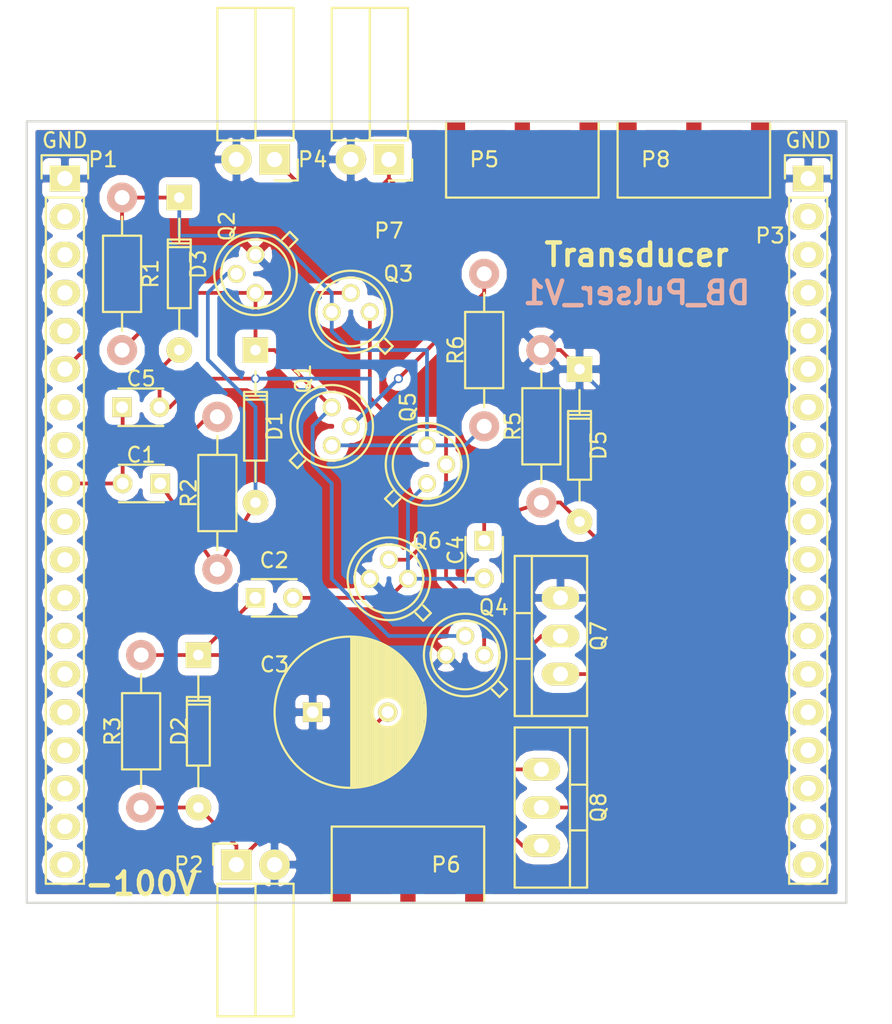
<source format=kicad_pcb>
(kicad_pcb (version 4) (host pcbnew 4.0.3+e1-6302~38~ubuntu16.04.1-stable)

  (general
    (links 59)
    (no_connects 1)
    (area 37.511667 69.184999 97.108334 137.825001)
    (thickness 1.6)
    (drawings 7)
    (tracks 142)
    (zones 0)
    (modules 30)
    (nets 47)
  )

  (page A4)
  (layers
    (0 F.Cu signal)
    (31 B.Cu signal)
    (32 B.Adhes user)
    (33 F.Adhes user)
    (34 B.Paste user)
    (35 F.Paste user)
    (36 B.SilkS user)
    (37 F.SilkS user)
    (38 B.Mask user)
    (39 F.Mask user)
    (40 Dwgs.User user)
    (41 Cmts.User user)
    (42 Eco1.User user)
    (43 Eco2.User user)
    (44 Edge.Cuts user)
    (45 Margin user)
    (46 B.CrtYd user)
    (47 F.CrtYd user)
    (48 B.Fab user)
    (49 F.Fab user)
  )

  (setup
    (last_trace_width 0.25)
    (trace_clearance 0.2)
    (zone_clearance 0.508)
    (zone_45_only no)
    (trace_min 0.2)
    (segment_width 0.2)
    (edge_width 0.15)
    (via_size 0.6)
    (via_drill 0.4)
    (via_min_size 0.4)
    (via_min_drill 0.3)
    (uvia_size 0.3)
    (uvia_drill 0.1)
    (uvias_allowed no)
    (uvia_min_size 0.2)
    (uvia_min_drill 0.1)
    (pcb_text_width 0.3)
    (pcb_text_size 1.5 1.5)
    (mod_edge_width 0.15)
    (mod_text_size 1 1)
    (mod_text_width 0.15)
    (pad_size 1.524 1.524)
    (pad_drill 0.762)
    (pad_to_mask_clearance 0.2)
    (aux_axis_origin 0 0)
    (visible_elements 7FFFFFFF)
    (pcbplotparams
      (layerselection 0x000f0_80000001)
      (usegerberextensions false)
      (excludeedgelayer true)
      (linewidth 0.100000)
      (plotframeref false)
      (viasonmask false)
      (mode 1)
      (useauxorigin false)
      (hpglpennumber 1)
      (hpglpenspeed 20)
      (hpglpendiameter 15)
      (hpglpenoverlay 2)
      (psnegative false)
      (psa4output false)
      (plotreference true)
      (plotvalue true)
      (plotinvisibletext false)
      (padsonsilk false)
      (subtractmaskfromsilk false)
      (outputformat 1)
      (mirror false)
      (drillshape 0)
      (scaleselection 1)
      (outputdirectory gerber/))
  )

  (net 0 "")
  (net 1 "Net-(C1-Pad1)")
  (net 2 "Net-(C1-Pad2)")
  (net 3 "Net-(C2-Pad1)")
  (net 4 "Net-(C2-Pad2)")
  (net 5 GND)
  (net 6 "Net-(C3-Pad2)")
  (net 7 "Net-(C4-Pad1)")
  (net 8 "Net-(C5-Pad2)")
  (net 9 "Net-(D1-Pad1)")
  (net 10 "Net-(D3-Pad1)")
  (net 11 "Net-(P1-Pad2)")
  (net 12 "Net-(P1-Pad3)")
  (net 13 "Net-(P1-Pad4)")
  (net 14 "Net-(P1-Pad5)")
  (net 15 "Net-(P1-Pad7)")
  (net 16 "Net-(P1-Pad8)")
  (net 17 "Net-(P1-Pad10)")
  (net 18 "Net-(P1-Pad11)")
  (net 19 "Net-(P1-Pad12)")
  (net 20 "Net-(P1-Pad13)")
  (net 21 "Net-(P1-Pad14)")
  (net 22 "Net-(P1-Pad15)")
  (net 23 "Net-(P1-Pad16)")
  (net 24 "Net-(P1-Pad17)")
  (net 25 "Net-(P1-Pad18)")
  (net 26 "Net-(P1-Pad19)")
  (net 27 "Net-(P3-Pad2)")
  (net 28 "Net-(P3-Pad3)")
  (net 29 "Net-(P3-Pad4)")
  (net 30 "Net-(P3-Pad5)")
  (net 31 "Net-(P3-Pad6)")
  (net 32 "Net-(P3-Pad7)")
  (net 33 "Net-(P3-Pad8)")
  (net 34 "Net-(P3-Pad9)")
  (net 35 "Net-(P3-Pad10)")
  (net 36 "Net-(P3-Pad11)")
  (net 37 "Net-(P3-Pad12)")
  (net 38 "Net-(P3-Pad13)")
  (net 39 "Net-(P3-Pad14)")
  (net 40 "Net-(P3-Pad15)")
  (net 41 "Net-(P3-Pad16)")
  (net 42 "Net-(P3-Pad17)")
  (net 43 "Net-(P3-Pad18)")
  (net 44 "Net-(P3-Pad19)")
  (net 45 "Net-(P4-Pad1)")
  (net 46 "Net-(Q3-Pad1)")

  (net_class Default "This is the default net class."
    (clearance 0.2)
    (trace_width 0.25)
    (via_dia 0.6)
    (via_drill 0.4)
    (uvia_dia 0.3)
    (uvia_drill 0.1)
    (add_net GND)
    (add_net "Net-(C1-Pad1)")
    (add_net "Net-(C1-Pad2)")
    (add_net "Net-(C2-Pad1)")
    (add_net "Net-(C2-Pad2)")
    (add_net "Net-(C3-Pad2)")
    (add_net "Net-(C4-Pad1)")
    (add_net "Net-(C5-Pad2)")
    (add_net "Net-(D1-Pad1)")
    (add_net "Net-(D3-Pad1)")
    (add_net "Net-(P1-Pad10)")
    (add_net "Net-(P1-Pad11)")
    (add_net "Net-(P1-Pad12)")
    (add_net "Net-(P1-Pad13)")
    (add_net "Net-(P1-Pad14)")
    (add_net "Net-(P1-Pad15)")
    (add_net "Net-(P1-Pad16)")
    (add_net "Net-(P1-Pad17)")
    (add_net "Net-(P1-Pad18)")
    (add_net "Net-(P1-Pad19)")
    (add_net "Net-(P1-Pad2)")
    (add_net "Net-(P1-Pad3)")
    (add_net "Net-(P1-Pad4)")
    (add_net "Net-(P1-Pad5)")
    (add_net "Net-(P1-Pad7)")
    (add_net "Net-(P1-Pad8)")
    (add_net "Net-(P3-Pad10)")
    (add_net "Net-(P3-Pad11)")
    (add_net "Net-(P3-Pad12)")
    (add_net "Net-(P3-Pad13)")
    (add_net "Net-(P3-Pad14)")
    (add_net "Net-(P3-Pad15)")
    (add_net "Net-(P3-Pad16)")
    (add_net "Net-(P3-Pad17)")
    (add_net "Net-(P3-Pad18)")
    (add_net "Net-(P3-Pad19)")
    (add_net "Net-(P3-Pad2)")
    (add_net "Net-(P3-Pad3)")
    (add_net "Net-(P3-Pad4)")
    (add_net "Net-(P3-Pad5)")
    (add_net "Net-(P3-Pad6)")
    (add_net "Net-(P3-Pad7)")
    (add_net "Net-(P3-Pad8)")
    (add_net "Net-(P3-Pad9)")
    (add_net "Net-(P4-Pad1)")
    (add_net "Net-(Q3-Pad1)")
  )

  (module Capacitors_ThroughHole:C_Disc_D3_P2.5 placed (layer F.Cu) (tedit 57B5C8A0) (tstamp 57B32B76)
    (at 48.26 101.6 180)
    (descr "Capacitor 3mm Disc, Pitch 2.5mm")
    (tags Capacitor)
    (path /5762AFD3)
    (fp_text reference C1 (at 1.27 1.905 180) (layer F.SilkS)
      (effects (font (size 1 1) (thickness 0.15)))
    )
    (fp_text value 100p (at 1.25 2.5 180) (layer F.Fab)
      (effects (font (size 1 1) (thickness 0.15)))
    )
    (fp_line (start -0.9 -1.5) (end 3.4 -1.5) (layer F.CrtYd) (width 0.05))
    (fp_line (start 3.4 -1.5) (end 3.4 1.5) (layer F.CrtYd) (width 0.05))
    (fp_line (start 3.4 1.5) (end -0.9 1.5) (layer F.CrtYd) (width 0.05))
    (fp_line (start -0.9 1.5) (end -0.9 -1.5) (layer F.CrtYd) (width 0.05))
    (fp_line (start -0.25 -1.25) (end 2.75 -1.25) (layer F.SilkS) (width 0.15))
    (fp_line (start 2.75 1.25) (end -0.25 1.25) (layer F.SilkS) (width 0.15))
    (pad 1 thru_hole rect (at 0 0 180) (size 1.3 1.3) (drill 0.8) (layers *.Cu *.Mask F.SilkS)
      (net 1 "Net-(C1-Pad1)"))
    (pad 2 thru_hole circle (at 2.5 0 180) (size 1.3 1.3) (drill 0.8001) (layers *.Cu *.Mask F.SilkS)
      (net 2 "Net-(C1-Pad2)"))
    (model Capacitors_ThroughHole.3dshapes/C_Disc_D3_P2.5.wrl
      (at (xyz 0.0492126 0 0))
      (scale (xyz 1 1 1))
      (rotate (xyz 0 0 0))
    )
  )

  (module Capacitors_ThroughHole:C_Disc_D3_P2.5 placed (layer F.Cu) (tedit 0) (tstamp 57B32B7C)
    (at 54.61 109.22)
    (descr "Capacitor 3mm Disc, Pitch 2.5mm")
    (tags Capacitor)
    (path /5767D1D8)
    (fp_text reference C2 (at 1.25 -2.5) (layer F.SilkS)
      (effects (font (size 1 1) (thickness 0.15)))
    )
    (fp_text value 100n (at 1.25 2.5) (layer F.Fab)
      (effects (font (size 1 1) (thickness 0.15)))
    )
    (fp_line (start -0.9 -1.5) (end 3.4 -1.5) (layer F.CrtYd) (width 0.05))
    (fp_line (start 3.4 -1.5) (end 3.4 1.5) (layer F.CrtYd) (width 0.05))
    (fp_line (start 3.4 1.5) (end -0.9 1.5) (layer F.CrtYd) (width 0.05))
    (fp_line (start -0.9 1.5) (end -0.9 -1.5) (layer F.CrtYd) (width 0.05))
    (fp_line (start -0.25 -1.25) (end 2.75 -1.25) (layer F.SilkS) (width 0.15))
    (fp_line (start 2.75 1.25) (end -0.25 1.25) (layer F.SilkS) (width 0.15))
    (pad 1 thru_hole rect (at 0 0) (size 1.3 1.3) (drill 0.8) (layers *.Cu *.Mask F.SilkS)
      (net 3 "Net-(C2-Pad1)"))
    (pad 2 thru_hole circle (at 2.5 0) (size 1.3 1.3) (drill 0.8001) (layers *.Cu *.Mask F.SilkS)
      (net 4 "Net-(C2-Pad2)"))
    (model Capacitors_ThroughHole.3dshapes/C_Disc_D3_P2.5.wrl
      (at (xyz 0.0492126 0 0))
      (scale (xyz 1 1 1))
      (rotate (xyz 0 0 0))
    )
  )

  (module Capacitors_ThroughHole:C_Radial_D10_L13_P5 placed (layer F.Cu) (tedit 57B5C947) (tstamp 57B32B82)
    (at 58.42 116.84)
    (descr "Radial Electrolytic Capacitor Diameter 10mm x Length 13mm, Pitch 5mm")
    (tags "Electrolytic Capacitor")
    (path /57B32D09)
    (fp_text reference C3 (at -2.54 -3.175) (layer F.SilkS)
      (effects (font (size 1 1) (thickness 0.15)))
    )
    (fp_text value 33u (at 2.5 6.3) (layer F.Fab)
      (effects (font (size 1 1) (thickness 0.15)))
    )
    (fp_line (start 2.575 -4.999) (end 2.575 4.999) (layer F.SilkS) (width 0.15))
    (fp_line (start 2.715 -4.995) (end 2.715 4.995) (layer F.SilkS) (width 0.15))
    (fp_line (start 2.855 -4.987) (end 2.855 4.987) (layer F.SilkS) (width 0.15))
    (fp_line (start 2.995 -4.975) (end 2.995 4.975) (layer F.SilkS) (width 0.15))
    (fp_line (start 3.135 -4.96) (end 3.135 4.96) (layer F.SilkS) (width 0.15))
    (fp_line (start 3.275 -4.94) (end 3.275 4.94) (layer F.SilkS) (width 0.15))
    (fp_line (start 3.415 -4.916) (end 3.415 4.916) (layer F.SilkS) (width 0.15))
    (fp_line (start 3.555 -4.887) (end 3.555 4.887) (layer F.SilkS) (width 0.15))
    (fp_line (start 3.695 -4.855) (end 3.695 4.855) (layer F.SilkS) (width 0.15))
    (fp_line (start 3.835 -4.818) (end 3.835 4.818) (layer F.SilkS) (width 0.15))
    (fp_line (start 3.975 -4.777) (end 3.975 4.777) (layer F.SilkS) (width 0.15))
    (fp_line (start 4.115 -4.732) (end 4.115 -0.466) (layer F.SilkS) (width 0.15))
    (fp_line (start 4.115 0.466) (end 4.115 4.732) (layer F.SilkS) (width 0.15))
    (fp_line (start 4.255 -4.682) (end 4.255 -0.667) (layer F.SilkS) (width 0.15))
    (fp_line (start 4.255 0.667) (end 4.255 4.682) (layer F.SilkS) (width 0.15))
    (fp_line (start 4.395 -4.627) (end 4.395 -0.796) (layer F.SilkS) (width 0.15))
    (fp_line (start 4.395 0.796) (end 4.395 4.627) (layer F.SilkS) (width 0.15))
    (fp_line (start 4.535 -4.567) (end 4.535 -0.885) (layer F.SilkS) (width 0.15))
    (fp_line (start 4.535 0.885) (end 4.535 4.567) (layer F.SilkS) (width 0.15))
    (fp_line (start 4.675 -4.502) (end 4.675 -0.946) (layer F.SilkS) (width 0.15))
    (fp_line (start 4.675 0.946) (end 4.675 4.502) (layer F.SilkS) (width 0.15))
    (fp_line (start 4.815 -4.432) (end 4.815 -0.983) (layer F.SilkS) (width 0.15))
    (fp_line (start 4.815 0.983) (end 4.815 4.432) (layer F.SilkS) (width 0.15))
    (fp_line (start 4.955 -4.356) (end 4.955 -0.999) (layer F.SilkS) (width 0.15))
    (fp_line (start 4.955 0.999) (end 4.955 4.356) (layer F.SilkS) (width 0.15))
    (fp_line (start 5.095 -4.274) (end 5.095 -0.995) (layer F.SilkS) (width 0.15))
    (fp_line (start 5.095 0.995) (end 5.095 4.274) (layer F.SilkS) (width 0.15))
    (fp_line (start 5.235 -4.186) (end 5.235 -0.972) (layer F.SilkS) (width 0.15))
    (fp_line (start 5.235 0.972) (end 5.235 4.186) (layer F.SilkS) (width 0.15))
    (fp_line (start 5.375 -4.091) (end 5.375 -0.927) (layer F.SilkS) (width 0.15))
    (fp_line (start 5.375 0.927) (end 5.375 4.091) (layer F.SilkS) (width 0.15))
    (fp_line (start 5.515 -3.989) (end 5.515 -0.857) (layer F.SilkS) (width 0.15))
    (fp_line (start 5.515 0.857) (end 5.515 3.989) (layer F.SilkS) (width 0.15))
    (fp_line (start 5.655 -3.879) (end 5.655 -0.756) (layer F.SilkS) (width 0.15))
    (fp_line (start 5.655 0.756) (end 5.655 3.879) (layer F.SilkS) (width 0.15))
    (fp_line (start 5.795 -3.761) (end 5.795 -0.607) (layer F.SilkS) (width 0.15))
    (fp_line (start 5.795 0.607) (end 5.795 3.761) (layer F.SilkS) (width 0.15))
    (fp_line (start 5.935 -3.633) (end 5.935 -0.355) (layer F.SilkS) (width 0.15))
    (fp_line (start 5.935 0.355) (end 5.935 3.633) (layer F.SilkS) (width 0.15))
    (fp_line (start 6.075 -3.496) (end 6.075 3.496) (layer F.SilkS) (width 0.15))
    (fp_line (start 6.215 -3.346) (end 6.215 3.346) (layer F.SilkS) (width 0.15))
    (fp_line (start 6.355 -3.184) (end 6.355 3.184) (layer F.SilkS) (width 0.15))
    (fp_line (start 6.495 -3.007) (end 6.495 3.007) (layer F.SilkS) (width 0.15))
    (fp_line (start 6.635 -2.811) (end 6.635 2.811) (layer F.SilkS) (width 0.15))
    (fp_line (start 6.775 -2.593) (end 6.775 2.593) (layer F.SilkS) (width 0.15))
    (fp_line (start 6.915 -2.347) (end 6.915 2.347) (layer F.SilkS) (width 0.15))
    (fp_line (start 7.055 -2.062) (end 7.055 2.062) (layer F.SilkS) (width 0.15))
    (fp_line (start 7.195 -1.72) (end 7.195 1.72) (layer F.SilkS) (width 0.15))
    (fp_line (start 7.335 -1.274) (end 7.335 1.274) (layer F.SilkS) (width 0.15))
    (fp_line (start 7.475 -0.499) (end 7.475 0.499) (layer F.SilkS) (width 0.15))
    (fp_circle (center 5 0) (end 5 -1) (layer F.SilkS) (width 0.15))
    (fp_circle (center 2.5 0) (end 2.5 -5.0375) (layer F.SilkS) (width 0.15))
    (fp_circle (center 2.5 0) (end 2.5 -5.3) (layer F.CrtYd) (width 0.05))
    (pad 1 thru_hole rect (at 0 0) (size 1.3 1.3) (drill 0.8) (layers *.Cu *.Mask F.SilkS)
      (net 5 GND))
    (pad 2 thru_hole circle (at 5 0) (size 1.3 1.3) (drill 0.8) (layers *.Cu *.Mask F.SilkS)
      (net 6 "Net-(C3-Pad2)"))
    (model Capacitors_ThroughHole.3dshapes/C_Radial_D10_L13_P5.wrl
      (at (xyz 0.0984252 0 0))
      (scale (xyz 1 1 1))
      (rotate (xyz 0 0 90))
    )
  )

  (module Capacitors_ThroughHole:C_Disc_D3_P2.5 placed (layer F.Cu) (tedit 57B5C905) (tstamp 57B32B88)
    (at 69.85 105.41 270)
    (descr "Capacitor 3mm Disc, Pitch 2.5mm")
    (tags Capacitor)
    (path /5767D253)
    (fp_text reference C4 (at 0.635 1.905 270) (layer F.SilkS)
      (effects (font (size 1 1) (thickness 0.15)))
    )
    (fp_text value 100n (at 1.25 2.5 270) (layer F.Fab)
      (effects (font (size 1 1) (thickness 0.15)))
    )
    (fp_line (start -0.9 -1.5) (end 3.4 -1.5) (layer F.CrtYd) (width 0.05))
    (fp_line (start 3.4 -1.5) (end 3.4 1.5) (layer F.CrtYd) (width 0.05))
    (fp_line (start 3.4 1.5) (end -0.9 1.5) (layer F.CrtYd) (width 0.05))
    (fp_line (start -0.9 1.5) (end -0.9 -1.5) (layer F.CrtYd) (width 0.05))
    (fp_line (start -0.25 -1.25) (end 2.75 -1.25) (layer F.SilkS) (width 0.15))
    (fp_line (start 2.75 1.25) (end -0.25 1.25) (layer F.SilkS) (width 0.15))
    (pad 1 thru_hole rect (at 0 0 270) (size 1.3 1.3) (drill 0.8) (layers *.Cu *.Mask F.SilkS)
      (net 7 "Net-(C4-Pad1)"))
    (pad 2 thru_hole circle (at 2.5 0 270) (size 1.3 1.3) (drill 0.8001) (layers *.Cu *.Mask F.SilkS)
      (net 4 "Net-(C2-Pad2)"))
    (model Capacitors_ThroughHole.3dshapes/C_Disc_D3_P2.5.wrl
      (at (xyz 0.0492126 0 0))
      (scale (xyz 1 1 1))
      (rotate (xyz 0 0 0))
    )
  )

  (module Capacitors_ThroughHole:C_Disc_D3_P2.5 placed (layer F.Cu) (tedit 57B5C89B) (tstamp 57B32B8E)
    (at 45.72 96.52)
    (descr "Capacitor 3mm Disc, Pitch 2.5mm")
    (tags Capacitor)
    (path /5762B0B6)
    (fp_text reference C5 (at 1.27 -1.905) (layer F.SilkS)
      (effects (font (size 1 1) (thickness 0.15)))
    )
    (fp_text value 220p (at 1.25 2.5) (layer F.Fab)
      (effects (font (size 1 1) (thickness 0.15)))
    )
    (fp_line (start -0.9 -1.5) (end 3.4 -1.5) (layer F.CrtYd) (width 0.05))
    (fp_line (start 3.4 -1.5) (end 3.4 1.5) (layer F.CrtYd) (width 0.05))
    (fp_line (start 3.4 1.5) (end -0.9 1.5) (layer F.CrtYd) (width 0.05))
    (fp_line (start -0.9 1.5) (end -0.9 -1.5) (layer F.CrtYd) (width 0.05))
    (fp_line (start -0.25 -1.25) (end 2.75 -1.25) (layer F.SilkS) (width 0.15))
    (fp_line (start 2.75 1.25) (end -0.25 1.25) (layer F.SilkS) (width 0.15))
    (pad 1 thru_hole rect (at 0 0) (size 1.3 1.3) (drill 0.8) (layers *.Cu *.Mask F.SilkS)
      (net 2 "Net-(C1-Pad2)"))
    (pad 2 thru_hole circle (at 2.5 0) (size 1.3 1.3) (drill 0.8001) (layers *.Cu *.Mask F.SilkS)
      (net 8 "Net-(C5-Pad2)"))
    (model Capacitors_ThroughHole.3dshapes/C_Disc_D3_P2.5.wrl
      (at (xyz 0.0492126 0 0))
      (scale (xyz 1 1 1))
      (rotate (xyz 0 0 0))
    )
  )

  (module Diodes_ThroughHole:Diode_DO-35_SOD27_Horizontal_RM10 placed (layer F.Cu) (tedit 57B5C8C2) (tstamp 57B32B94)
    (at 54.61 92.71 270)
    (descr "Diode, DO-35,  SOD27, Horizontal, RM 10mm")
    (tags "Diode, DO-35, SOD27, Horizontal, RM 10mm, 1N4148,")
    (path /5762B16F)
    (fp_text reference D1 (at 5.08 -1.27 270) (layer F.SilkS)
      (effects (font (size 1 1) (thickness 0.15)))
    )
    (fp_text value "BAT48 0.6V" (at 4.41452 -3.55854 270) (layer F.Fab)
      (effects (font (size 1 1) (thickness 0.15)))
    )
    (fp_line (start 7.36652 -0.00254) (end 8.76352 -0.00254) (layer F.SilkS) (width 0.15))
    (fp_line (start 2.92152 -0.00254) (end 1.39752 -0.00254) (layer F.SilkS) (width 0.15))
    (fp_line (start 3.30252 -0.76454) (end 3.30252 0.75946) (layer F.SilkS) (width 0.15))
    (fp_line (start 3.04852 -0.76454) (end 3.04852 0.75946) (layer F.SilkS) (width 0.15))
    (fp_line (start 2.79452 -0.00254) (end 2.79452 0.75946) (layer F.SilkS) (width 0.15))
    (fp_line (start 2.79452 0.75946) (end 7.36652 0.75946) (layer F.SilkS) (width 0.15))
    (fp_line (start 7.36652 0.75946) (end 7.36652 -0.76454) (layer F.SilkS) (width 0.15))
    (fp_line (start 7.36652 -0.76454) (end 2.79452 -0.76454) (layer F.SilkS) (width 0.15))
    (fp_line (start 2.79452 -0.76454) (end 2.79452 -0.00254) (layer F.SilkS) (width 0.15))
    (pad 2 thru_hole circle (at 10.16052 -0.00254 90) (size 1.69926 1.69926) (drill 0.70104) (layers *.Cu *.Mask F.SilkS)
      (net 1 "Net-(C1-Pad1)"))
    (pad 1 thru_hole rect (at 0.00052 -0.00254 90) (size 1.69926 1.69926) (drill 0.70104) (layers *.Cu *.Mask F.SilkS)
      (net 9 "Net-(D1-Pad1)"))
    (model Diodes_ThroughHole.3dshapes/Diode_DO-35_SOD27_Horizontal_RM10.wrl
      (at (xyz 0.2 0 0))
      (scale (xyz 0.4 0.4 0.4))
      (rotate (xyz 0 0 180))
    )
  )

  (module Diodes_ThroughHole:Diode_DO-35_SOD27_Horizontal_RM10 placed (layer F.Cu) (tedit 57B5C86A) (tstamp 57B32BA3)
    (at 49.53 82.55 270)
    (descr "Diode, DO-35,  SOD27, Horizontal, RM 10mm")
    (tags "Diode, DO-35, SOD27, Horizontal, RM 10mm, 1N4148,")
    (path /5762B35A)
    (fp_text reference D3 (at 4.445 -1.27 270) (layer F.SilkS)
      (effects (font (size 1 1) (thickness 0.15)))
    )
    (fp_text value D1N4148 (at 4.41452 -3.55854 270) (layer F.Fab)
      (effects (font (size 1 1) (thickness 0.15)))
    )
    (fp_line (start 7.36652 -0.00254) (end 8.76352 -0.00254) (layer F.SilkS) (width 0.15))
    (fp_line (start 2.92152 -0.00254) (end 1.39752 -0.00254) (layer F.SilkS) (width 0.15))
    (fp_line (start 3.30252 -0.76454) (end 3.30252 0.75946) (layer F.SilkS) (width 0.15))
    (fp_line (start 3.04852 -0.76454) (end 3.04852 0.75946) (layer F.SilkS) (width 0.15))
    (fp_line (start 2.79452 -0.00254) (end 2.79452 0.75946) (layer F.SilkS) (width 0.15))
    (fp_line (start 2.79452 0.75946) (end 7.36652 0.75946) (layer F.SilkS) (width 0.15))
    (fp_line (start 7.36652 0.75946) (end 7.36652 -0.76454) (layer F.SilkS) (width 0.15))
    (fp_line (start 7.36652 -0.76454) (end 2.79452 -0.76454) (layer F.SilkS) (width 0.15))
    (fp_line (start 2.79452 -0.76454) (end 2.79452 -0.00254) (layer F.SilkS) (width 0.15))
    (pad 2 thru_hole circle (at 10.16052 -0.00254 90) (size 1.69926 1.69926) (drill 0.70104) (layers *.Cu *.Mask F.SilkS)
      (net 8 "Net-(C5-Pad2)"))
    (pad 1 thru_hole rect (at 0.00052 -0.00254 90) (size 1.69926 1.69926) (drill 0.70104) (layers *.Cu *.Mask F.SilkS)
      (net 10 "Net-(D3-Pad1)"))
    (model Diodes_ThroughHole.3dshapes/Diode_DO-35_SOD27_Horizontal_RM10.wrl
      (at (xyz 0.2 0 0))
      (scale (xyz 0.4 0.4 0.4))
      (rotate (xyz 0 0 180))
    )
  )

  (module Socket_Strips:Socket_Strip_Angled_1x02 placed (layer F.Cu) (tedit 57B5C953) (tstamp 57B32BC9)
    (at 53.34 127)
    (descr "Through hole socket strip")
    (tags "socket strip")
    (path /57A8ABE5)
    (fp_text reference P2 (at -3.175 0) (layer F.SilkS)
      (effects (font (size 1 1) (thickness 0.15)))
    )
    (fp_text value CONN_01X02 (at 0 -2.75) (layer F.Fab)
      (effects (font (size 1 1) (thickness 0.15)))
    )
    (fp_line (start -1.75 -1.5) (end -1.75 10.6) (layer F.CrtYd) (width 0.05))
    (fp_line (start 4.3 -1.5) (end 4.3 10.6) (layer F.CrtYd) (width 0.05))
    (fp_line (start -1.75 -1.5) (end 4.3 -1.5) (layer F.CrtYd) (width 0.05))
    (fp_line (start -1.75 10.6) (end 4.3 10.6) (layer F.CrtYd) (width 0.05))
    (fp_line (start 3.81 10.1) (end 3.81 1.27) (layer F.SilkS) (width 0.15))
    (fp_line (start 1.27 10.1) (end 3.81 10.1) (layer F.SilkS) (width 0.15))
    (fp_line (start 1.27 1.27) (end 1.27 10.1) (layer F.SilkS) (width 0.15))
    (fp_line (start 1.27 1.27) (end 3.81 1.27) (layer F.SilkS) (width 0.15))
    (fp_line (start -1.27 1.27) (end 1.27 1.27) (layer F.SilkS) (width 0.15))
    (fp_line (start 0 -1.4) (end -1.55 -1.4) (layer F.SilkS) (width 0.15))
    (fp_line (start -1.55 -1.4) (end -1.55 0) (layer F.SilkS) (width 0.15))
    (fp_line (start -1.27 1.27) (end -1.27 10.1) (layer F.SilkS) (width 0.15))
    (fp_line (start -1.27 10.1) (end 1.27 10.1) (layer F.SilkS) (width 0.15))
    (fp_line (start 1.27 10.1) (end 1.27 1.27) (layer F.SilkS) (width 0.15))
    (pad 1 thru_hole rect (at 0 0) (size 2.032 2.032) (drill 1.016) (layers *.Cu *.Mask F.SilkS)
      (net 6 "Net-(C3-Pad2)"))
    (pad 2 thru_hole oval (at 2.54 0) (size 2.032 2.032) (drill 1.016) (layers *.Cu *.Mask F.SilkS)
      (net 5 GND))
    (model Socket_Strips.3dshapes/Socket_Strip_Angled_1x02.wrl
      (at (xyz 0.05 0 0))
      (scale (xyz 1 1 1))
      (rotate (xyz 0 0 180))
    )
  )

  (module Socket_Strips:Socket_Strip_Angled_1x02 placed (layer F.Cu) (tedit 57B5C889) (tstamp 57B32BE6)
    (at 55.88 80.01 180)
    (descr "Through hole socket strip")
    (tags "socket strip")
    (path /57B327AA)
    (fp_text reference P4 (at -2.54 0 180) (layer F.SilkS)
      (effects (font (size 1 1) (thickness 0.15)))
    )
    (fp_text value CONN_01X02 (at 0 -2.75 180) (layer F.Fab)
      (effects (font (size 1 1) (thickness 0.15)))
    )
    (fp_line (start -1.75 -1.5) (end -1.75 10.6) (layer F.CrtYd) (width 0.05))
    (fp_line (start 4.3 -1.5) (end 4.3 10.6) (layer F.CrtYd) (width 0.05))
    (fp_line (start -1.75 -1.5) (end 4.3 -1.5) (layer F.CrtYd) (width 0.05))
    (fp_line (start -1.75 10.6) (end 4.3 10.6) (layer F.CrtYd) (width 0.05))
    (fp_line (start 3.81 10.1) (end 3.81 1.27) (layer F.SilkS) (width 0.15))
    (fp_line (start 1.27 10.1) (end 3.81 10.1) (layer F.SilkS) (width 0.15))
    (fp_line (start 1.27 1.27) (end 1.27 10.1) (layer F.SilkS) (width 0.15))
    (fp_line (start 1.27 1.27) (end 3.81 1.27) (layer F.SilkS) (width 0.15))
    (fp_line (start -1.27 1.27) (end 1.27 1.27) (layer F.SilkS) (width 0.15))
    (fp_line (start 0 -1.4) (end -1.55 -1.4) (layer F.SilkS) (width 0.15))
    (fp_line (start -1.55 -1.4) (end -1.55 0) (layer F.SilkS) (width 0.15))
    (fp_line (start -1.27 1.27) (end -1.27 10.1) (layer F.SilkS) (width 0.15))
    (fp_line (start -1.27 10.1) (end 1.27 10.1) (layer F.SilkS) (width 0.15))
    (fp_line (start 1.27 10.1) (end 1.27 1.27) (layer F.SilkS) (width 0.15))
    (pad 1 thru_hole rect (at 0 0 180) (size 2.032 2.032) (drill 1.016) (layers *.Cu *.Mask F.SilkS)
      (net 45 "Net-(P4-Pad1)"))
    (pad 2 thru_hole oval (at 2.54 0 180) (size 2.032 2.032) (drill 1.016) (layers *.Cu *.Mask F.SilkS)
      (net 5 GND))
    (model Socket_Strips.3dshapes/Socket_Strip_Angled_1x02.wrl
      (at (xyz 0.05 0 0))
      (scale (xyz 1 1 1))
      (rotate (xyz 0 0 180))
    )
  )

  (module TO_SOT_Packages_THT:TO-18_3Pin placed (layer F.Cu) (tedit 57B5C8DC) (tstamp 57B32BF6)
    (at 59.69 97.79 270)
    (descr "TO-18, 3Pin,")
    (tags "TO-18, 3Pin,")
    (path /57B5BFA9)
    (fp_text reference Q1 (at -3.175 1.905 270) (layer F.SilkS)
      (effects (font (size 1 1) (thickness 0.15)))
    )
    (fp_text value 2N2907 (at 0 4.826 270) (layer F.Fab)
      (effects (font (size 1 1) (thickness 0.15)))
    )
    (fp_line (start 2.794 2.286) (end 2.286 1.778) (layer F.SilkS) (width 0.15))
    (fp_line (start 1.778 2.286) (end 2.286 2.794) (layer F.SilkS) (width 0.15))
    (fp_line (start 2.286 2.794) (end 2.794 2.286) (layer F.SilkS) (width 0.15))
    (fp_circle (center 0 0) (end 2.286 0) (layer F.SilkS) (width 0.15))
    (fp_circle (center 0 0) (end 2.75 0) (layer F.SilkS) (width 0.15))
    (pad 1 thru_hole circle (at 1.27 0 270) (size 1.2 1.2) (drill 0.8) (layers *.Cu *.Mask F.SilkS)
      (net 10 "Net-(D3-Pad1)"))
    (pad 2 thru_hole circle (at 0 -1.27 270) (size 1.2 1.2) (drill 0.8) (layers *.Cu *.Mask F.SilkS)
      (net 8 "Net-(C5-Pad2)"))
    (pad 3 thru_hole circle (at -1.27 0 270) (size 1.2 1.2) (drill 0.8) (layers *.Cu *.Mask F.SilkS)
      (net 9 "Net-(D1-Pad1)"))
    (model TO_SOT_Packages_THT.3dshapes/TO-18_3Pin.wrl
      (at (xyz 0 0 0))
      (scale (xyz 0.3937 0.3937 0.3937))
      (rotate (xyz 0 0 0))
    )
  )

  (module TO_SOT_Packages_THT:TO-18_3Pin placed (layer F.Cu) (tedit 57B5C871) (tstamp 57B32BFD)
    (at 54.61 87.63 90)
    (descr "TO-18, 3Pin,")
    (tags "TO-18, 3Pin,")
    (path /57B5C134)
    (fp_text reference Q2 (at 3.175 -1.905 90) (layer F.SilkS)
      (effects (font (size 1 1) (thickness 0.15)))
    )
    (fp_text value 2N2222 (at 0 4.826 90) (layer F.Fab)
      (effects (font (size 1 1) (thickness 0.15)))
    )
    (fp_line (start 2.794 2.286) (end 2.286 1.778) (layer F.SilkS) (width 0.15))
    (fp_line (start 1.778 2.286) (end 2.286 2.794) (layer F.SilkS) (width 0.15))
    (fp_line (start 2.286 2.794) (end 2.794 2.286) (layer F.SilkS) (width 0.15))
    (fp_circle (center 0 0) (end 2.286 0) (layer F.SilkS) (width 0.15))
    (fp_circle (center 0 0) (end 2.75 0) (layer F.SilkS) (width 0.15))
    (pad 1 thru_hole circle (at 1.27 0 90) (size 1.2 1.2) (drill 0.8) (layers *.Cu *.Mask F.SilkS)
      (net 5 GND))
    (pad 2 thru_hole circle (at 0 -1.27 90) (size 1.2 1.2) (drill 0.8) (layers *.Cu *.Mask F.SilkS)
      (net 1 "Net-(C1-Pad1)"))
    (pad 3 thru_hole circle (at -1.27 0 90) (size 1.2 1.2) (drill 0.8) (layers *.Cu *.Mask F.SilkS)
      (net 9 "Net-(D1-Pad1)"))
    (model TO_SOT_Packages_THT.3dshapes/TO-18_3Pin.wrl
      (at (xyz 0 0 0))
      (scale (xyz 0.3937 0.3937 0.3937))
      (rotate (xyz 0 0 0))
    )
  )

  (module TO_SOT_Packages_THT:TO-18_3Pin placed (layer F.Cu) (tedit 57B5C880) (tstamp 57B32C04)
    (at 60.96 90.17)
    (descr "TO-18, 3Pin,")
    (tags "TO-18, 3Pin,")
    (path /57B5C1BC)
    (fp_text reference Q3 (at 3.175 -2.54) (layer F.SilkS)
      (effects (font (size 1 1) (thickness 0.15)))
    )
    (fp_text value 2N2222 (at 0 4.826) (layer F.Fab)
      (effects (font (size 1 1) (thickness 0.15)))
    )
    (fp_line (start 2.794 2.286) (end 2.286 1.778) (layer F.SilkS) (width 0.15))
    (fp_line (start 1.778 2.286) (end 2.286 2.794) (layer F.SilkS) (width 0.15))
    (fp_line (start 2.286 2.794) (end 2.794 2.286) (layer F.SilkS) (width 0.15))
    (fp_circle (center 0 0) (end 2.286 0) (layer F.SilkS) (width 0.15))
    (fp_circle (center 0 0) (end 2.75 0) (layer F.SilkS) (width 0.15))
    (pad 1 thru_hole circle (at 1.27 0) (size 1.2 1.2) (drill 0.8) (layers *.Cu *.Mask F.SilkS)
      (net 46 "Net-(Q3-Pad1)"))
    (pad 2 thru_hole circle (at 0 -1.27) (size 1.2 1.2) (drill 0.8) (layers *.Cu *.Mask F.SilkS)
      (net 9 "Net-(D1-Pad1)"))
    (pad 3 thru_hole circle (at -1.27 0) (size 1.2 1.2) (drill 0.8) (layers *.Cu *.Mask F.SilkS)
      (net 10 "Net-(D3-Pad1)"))
    (model TO_SOT_Packages_THT.3dshapes/TO-18_3Pin.wrl
      (at (xyz 0 0 0))
      (scale (xyz 0.3937 0.3937 0.3937))
      (rotate (xyz 0 0 0))
    )
  )

  (module TO_SOT_Packages_THT:TO-18_3Pin placed (layer F.Cu) (tedit 57B5C8F9) (tstamp 57B32C0B)
    (at 68.58 113.03)
    (descr "TO-18, 3Pin,")
    (tags "TO-18, 3Pin,")
    (path /57B5C242)
    (fp_text reference Q4 (at 1.905 -3.175) (layer F.SilkS)
      (effects (font (size 1 1) (thickness 0.15)))
    )
    (fp_text value 2N2907 (at 0 4.826) (layer F.Fab)
      (effects (font (size 1 1) (thickness 0.15)))
    )
    (fp_line (start 2.794 2.286) (end 2.286 1.778) (layer F.SilkS) (width 0.15))
    (fp_line (start 1.778 2.286) (end 2.286 2.794) (layer F.SilkS) (width 0.15))
    (fp_line (start 2.286 2.794) (end 2.794 2.286) (layer F.SilkS) (width 0.15))
    (fp_circle (center 0 0) (end 2.286 0) (layer F.SilkS) (width 0.15))
    (fp_circle (center 0 0) (end 2.75 0) (layer F.SilkS) (width 0.15))
    (pad 1 thru_hole circle (at 1.27 0) (size 1.2 1.2) (drill 0.8) (layers *.Cu *.Mask F.SilkS)
      (net 46 "Net-(Q3-Pad1)"))
    (pad 2 thru_hole circle (at 0 -1.27) (size 1.2 1.2) (drill 0.8) (layers *.Cu *.Mask F.SilkS)
      (net 9 "Net-(D1-Pad1)"))
    (pad 3 thru_hole circle (at -1.27 0) (size 1.2 1.2) (drill 0.8) (layers *.Cu *.Mask F.SilkS)
      (net 5 GND))
    (model TO_SOT_Packages_THT.3dshapes/TO-18_3Pin.wrl
      (at (xyz 0 0 0))
      (scale (xyz 0.3937 0.3937 0.3937))
      (rotate (xyz 0 0 0))
    )
  )

  (module TO_SOT_Packages_THT:TO-18_3Pin placed (layer F.Cu) (tedit 57B5C8E5) (tstamp 57B32C12)
    (at 66.04 100.33 270)
    (descr "TO-18, 3Pin,")
    (tags "TO-18, 3Pin,")
    (path /57B5CB57)
    (fp_text reference Q5 (at -3.81 1.27 270) (layer F.SilkS)
      (effects (font (size 1 1) (thickness 0.15)))
    )
    (fp_text value 2N2222 (at 0 4.826 270) (layer F.Fab)
      (effects (font (size 1 1) (thickness 0.15)))
    )
    (fp_line (start 2.794 2.286) (end 2.286 1.778) (layer F.SilkS) (width 0.15))
    (fp_line (start 1.778 2.286) (end 2.286 2.794) (layer F.SilkS) (width 0.15))
    (fp_line (start 2.286 2.794) (end 2.794 2.286) (layer F.SilkS) (width 0.15))
    (fp_circle (center 0 0) (end 2.286 0) (layer F.SilkS) (width 0.15))
    (fp_circle (center 0 0) (end 2.75 0) (layer F.SilkS) (width 0.15))
    (pad 1 thru_hole circle (at 1.27 0 270) (size 1.2 1.2) (drill 0.8) (layers *.Cu *.Mask F.SilkS)
      (net 4 "Net-(C2-Pad2)"))
    (pad 2 thru_hole circle (at 0 -1.27 270) (size 1.2 1.2) (drill 0.8) (layers *.Cu *.Mask F.SilkS)
      (net 46 "Net-(Q3-Pad1)"))
    (pad 3 thru_hole circle (at -1.27 0 270) (size 1.2 1.2) (drill 0.8) (layers *.Cu *.Mask F.SilkS)
      (net 10 "Net-(D3-Pad1)"))
    (model TO_SOT_Packages_THT.3dshapes/TO-18_3Pin.wrl
      (at (xyz 0 0 0))
      (scale (xyz 0.3937 0.3937 0.3937))
      (rotate (xyz 0 0 0))
    )
  )

  (module TO_SOT_Packages_THT:TO-18_3Pin placed (layer F.Cu) (tedit 57B5C8F0) (tstamp 57B32C19)
    (at 63.5 107.95)
    (descr "TO-18, 3Pin,")
    (tags "TO-18, 3Pin,")
    (path /57B5CBDD)
    (fp_text reference Q6 (at 2.54 -2.54) (layer F.SilkS)
      (effects (font (size 1 1) (thickness 0.15)))
    )
    (fp_text value 2N2907 (at 0 4.826) (layer F.Fab)
      (effects (font (size 1 1) (thickness 0.15)))
    )
    (fp_line (start 2.794 2.286) (end 2.286 1.778) (layer F.SilkS) (width 0.15))
    (fp_line (start 1.778 2.286) (end 2.286 2.794) (layer F.SilkS) (width 0.15))
    (fp_line (start 2.286 2.794) (end 2.794 2.286) (layer F.SilkS) (width 0.15))
    (fp_circle (center 0 0) (end 2.286 0) (layer F.SilkS) (width 0.15))
    (fp_circle (center 0 0) (end 2.75 0) (layer F.SilkS) (width 0.15))
    (pad 1 thru_hole circle (at 1.27 0) (size 1.2 1.2) (drill 0.8) (layers *.Cu *.Mask F.SilkS)
      (net 4 "Net-(C2-Pad2)"))
    (pad 2 thru_hole circle (at 0 -1.27) (size 1.2 1.2) (drill 0.8) (layers *.Cu *.Mask F.SilkS)
      (net 46 "Net-(Q3-Pad1)"))
    (pad 3 thru_hole circle (at -1.27 0) (size 1.2 1.2) (drill 0.8) (layers *.Cu *.Mask F.SilkS)
      (net 5 GND))
    (model TO_SOT_Packages_THT.3dshapes/TO-18_3Pin.wrl
      (at (xyz 0 0 0))
      (scale (xyz 0.3937 0.3937 0.3937))
      (rotate (xyz 0 0 0))
    )
  )

  (module TO_SOT_Packages_THT:TO-220_Neutral123_Vertical placed (layer F.Cu) (tedit 57B5C936) (tstamp 57B32C20)
    (at 74.93 111.76 90)
    (descr "TO-220, Neutral, Vertical,")
    (tags "TO-220, Neutral, Vertical,")
    (path /5767E49B)
    (fp_text reference Q7 (at 0 2.54 90) (layer F.SilkS)
      (effects (font (size 1 1) (thickness 0.15)))
    )
    (fp_text value IRF9610 (at 0 3.81 90) (layer F.Fab)
      (effects (font (size 1 1) (thickness 0.15)))
    )
    (fp_line (start -1.524 -3.048) (end -1.524 -1.905) (layer F.SilkS) (width 0.15))
    (fp_line (start 1.524 -3.048) (end 1.524 -1.905) (layer F.SilkS) (width 0.15))
    (fp_line (start 5.334 -1.905) (end 5.334 1.778) (layer F.SilkS) (width 0.15))
    (fp_line (start 5.334 1.778) (end -5.334 1.778) (layer F.SilkS) (width 0.15))
    (fp_line (start -5.334 1.778) (end -5.334 -1.905) (layer F.SilkS) (width 0.15))
    (fp_line (start 5.334 -3.048) (end 5.334 -1.905) (layer F.SilkS) (width 0.15))
    (fp_line (start 5.334 -1.905) (end -5.334 -1.905) (layer F.SilkS) (width 0.15))
    (fp_line (start -5.334 -1.905) (end -5.334 -3.048) (layer F.SilkS) (width 0.15))
    (fp_line (start 0 -3.048) (end -5.334 -3.048) (layer F.SilkS) (width 0.15))
    (fp_line (start 0 -3.048) (end 5.334 -3.048) (layer F.SilkS) (width 0.15))
    (pad 2 thru_hole oval (at 0 0 180) (size 2.49936 1.50114) (drill 1.00076) (layers *.Cu *.Mask F.SilkS)
      (net 45 "Net-(P4-Pad1)"))
    (pad 1 thru_hole oval (at -2.54 0 180) (size 2.49936 1.50114) (drill 1.00076) (layers *.Cu *.Mask F.SilkS)
      (net 7 "Net-(C4-Pad1)"))
    (pad 3 thru_hole oval (at 2.54 0 180) (size 2.49936 1.50114) (drill 1.00076) (layers *.Cu *.Mask F.SilkS)
      (net 5 GND))
    (model TO_SOT_Packages_THT.3dshapes/TO-220_Neutral123_Vertical.wrl
      (at (xyz 0 0 0))
      (scale (xyz 0.3937 0.3937 0.3937))
      (rotate (xyz 0 0 0))
    )
  )

  (module TO_SOT_Packages_THT:TO-220_Neutral123_Vertical placed (layer F.Cu) (tedit 57B5C93C) (tstamp 57B32C27)
    (at 73.66 123.19 270)
    (descr "TO-220, Neutral, Vertical,")
    (tags "TO-220, Neutral, Vertical,")
    (path /5767EA48)
    (fp_text reference Q8 (at 0 -3.81 270) (layer F.SilkS)
      (effects (font (size 1 1) (thickness 0.15)))
    )
    (fp_text value IRF610 (at 0 3.81 270) (layer F.Fab)
      (effects (font (size 1 1) (thickness 0.15)))
    )
    (fp_line (start -1.524 -3.048) (end -1.524 -1.905) (layer F.SilkS) (width 0.15))
    (fp_line (start 1.524 -3.048) (end 1.524 -1.905) (layer F.SilkS) (width 0.15))
    (fp_line (start 5.334 -1.905) (end 5.334 1.778) (layer F.SilkS) (width 0.15))
    (fp_line (start 5.334 1.778) (end -5.334 1.778) (layer F.SilkS) (width 0.15))
    (fp_line (start -5.334 1.778) (end -5.334 -1.905) (layer F.SilkS) (width 0.15))
    (fp_line (start 5.334 -3.048) (end 5.334 -1.905) (layer F.SilkS) (width 0.15))
    (fp_line (start 5.334 -1.905) (end -5.334 -1.905) (layer F.SilkS) (width 0.15))
    (fp_line (start -5.334 -1.905) (end -5.334 -3.048) (layer F.SilkS) (width 0.15))
    (fp_line (start 0 -3.048) (end -5.334 -3.048) (layer F.SilkS) (width 0.15))
    (fp_line (start 0 -3.048) (end 5.334 -3.048) (layer F.SilkS) (width 0.15))
    (pad 2 thru_hole oval (at 0 0) (size 2.49936 1.50114) (drill 1.00076) (layers *.Cu *.Mask F.SilkS)
      (net 45 "Net-(P4-Pad1)"))
    (pad 1 thru_hole oval (at -2.54 0) (size 2.49936 1.50114) (drill 1.00076) (layers *.Cu *.Mask F.SilkS)
      (net 3 "Net-(C2-Pad1)"))
    (pad 3 thru_hole oval (at 2.54 0) (size 2.49936 1.50114) (drill 1.00076) (layers *.Cu *.Mask F.SilkS)
      (net 6 "Net-(C3-Pad2)"))
    (model TO_SOT_Packages_THT.3dshapes/TO-220_Neutral123_Vertical.wrl
      (at (xyz 0 0 0))
      (scale (xyz 0.3937 0.3937 0.3937))
      (rotate (xyz 0 0 0))
    )
  )

  (module Resistors_ThroughHole:Resistor_Horizontal_RM10mm placed (layer F.Cu) (tedit 57B5C85F) (tstamp 57B32C2D)
    (at 45.72 82.55 270)
    (descr "Resistor, Axial,  RM 10mm, 1/3W")
    (tags "Resistor Axial RM 10mm 1/3W")
    (path /5762B4D5)
    (fp_text reference R1 (at 5.08 -1.905 270) (layer F.SilkS)
      (effects (font (size 1 1) (thickness 0.15)))
    )
    (fp_text value 1k (at 5.08 3.81 270) (layer F.Fab)
      (effects (font (size 1 1) (thickness 0.15)))
    )
    (fp_line (start -1.25 -1.5) (end 11.4 -1.5) (layer F.CrtYd) (width 0.05))
    (fp_line (start -1.25 1.5) (end -1.25 -1.5) (layer F.CrtYd) (width 0.05))
    (fp_line (start 11.4 -1.5) (end 11.4 1.5) (layer F.CrtYd) (width 0.05))
    (fp_line (start -1.25 1.5) (end 11.4 1.5) (layer F.CrtYd) (width 0.05))
    (fp_line (start 2.54 -1.27) (end 7.62 -1.27) (layer F.SilkS) (width 0.15))
    (fp_line (start 7.62 -1.27) (end 7.62 1.27) (layer F.SilkS) (width 0.15))
    (fp_line (start 7.62 1.27) (end 2.54 1.27) (layer F.SilkS) (width 0.15))
    (fp_line (start 2.54 1.27) (end 2.54 -1.27) (layer F.SilkS) (width 0.15))
    (fp_line (start 2.54 0) (end 1.27 0) (layer F.SilkS) (width 0.15))
    (fp_line (start 7.62 0) (end 8.89 0) (layer F.SilkS) (width 0.15))
    (pad 1 thru_hole circle (at 0 0 270) (size 1.99898 1.99898) (drill 1.00076) (layers *.Cu *.SilkS *.Mask)
      (net 10 "Net-(D3-Pad1)"))
    (pad 2 thru_hole circle (at 10.16 0 270) (size 1.99898 1.99898) (drill 1.00076) (layers *.Cu *.SilkS *.Mask)
      (net 9 "Net-(D1-Pad1)"))
    (model Resistors_ThroughHole.3dshapes/Resistor_Horizontal_RM10mm.wrl
      (at (xyz 0.2 0 0))
      (scale (xyz 0.4 0.4 0.4))
      (rotate (xyz 0 0 0))
    )
  )

  (module Resistors_ThroughHole:Resistor_Horizontal_RM10mm placed (layer F.Cu) (tedit 57B5C8B6) (tstamp 57B32C33)
    (at 52.07 107.315 90)
    (descr "Resistor, Axial,  RM 10mm, 1/3W")
    (tags "Resistor Axial RM 10mm 1/3W")
    (path /5762AE47)
    (fp_text reference R2 (at 5.08 -1.905 90) (layer F.SilkS)
      (effects (font (size 1 1) (thickness 0.15)))
    )
    (fp_text value 22 (at 5.08 3.81 90) (layer F.Fab)
      (effects (font (size 1 1) (thickness 0.15)))
    )
    (fp_line (start -1.25 -1.5) (end 11.4 -1.5) (layer F.CrtYd) (width 0.05))
    (fp_line (start -1.25 1.5) (end -1.25 -1.5) (layer F.CrtYd) (width 0.05))
    (fp_line (start 11.4 -1.5) (end 11.4 1.5) (layer F.CrtYd) (width 0.05))
    (fp_line (start -1.25 1.5) (end 11.4 1.5) (layer F.CrtYd) (width 0.05))
    (fp_line (start 2.54 -1.27) (end 7.62 -1.27) (layer F.SilkS) (width 0.15))
    (fp_line (start 7.62 -1.27) (end 7.62 1.27) (layer F.SilkS) (width 0.15))
    (fp_line (start 7.62 1.27) (end 2.54 1.27) (layer F.SilkS) (width 0.15))
    (fp_line (start 2.54 1.27) (end 2.54 -1.27) (layer F.SilkS) (width 0.15))
    (fp_line (start 2.54 0) (end 1.27 0) (layer F.SilkS) (width 0.15))
    (fp_line (start 7.62 0) (end 8.89 0) (layer F.SilkS) (width 0.15))
    (pad 1 thru_hole circle (at 0 0 90) (size 1.99898 1.99898) (drill 1.00076) (layers *.Cu *.SilkS *.Mask)
      (net 1 "Net-(C1-Pad1)"))
    (pad 2 thru_hole circle (at 10.16 0 90) (size 1.99898 1.99898) (drill 1.00076) (layers *.Cu *.SilkS *.Mask)
      (net 2 "Net-(C1-Pad2)"))
    (model Resistors_ThroughHole.3dshapes/Resistor_Horizontal_RM10mm.wrl
      (at (xyz 0.2 0 0))
      (scale (xyz 0.4 0.4 0.4))
      (rotate (xyz 0 0 0))
    )
  )

  (module Resistors_ThroughHole:Resistor_Horizontal_RM10mm placed (layer F.Cu) (tedit 57B5C95A) (tstamp 57B32C39)
    (at 46.99 113.03 270)
    (descr "Resistor, Axial,  RM 10mm, 1/3W")
    (tags "Resistor Axial RM 10mm 1/3W")
    (path /5767E21C)
    (fp_text reference R3 (at 5.08 1.905 270) (layer F.SilkS)
      (effects (font (size 1 1) (thickness 0.15)))
    )
    (fp_text value 1M (at 5.08 3.81 270) (layer F.Fab)
      (effects (font (size 1 1) (thickness 0.15)))
    )
    (fp_line (start -1.25 -1.5) (end 11.4 -1.5) (layer F.CrtYd) (width 0.05))
    (fp_line (start -1.25 1.5) (end -1.25 -1.5) (layer F.CrtYd) (width 0.05))
    (fp_line (start 11.4 -1.5) (end 11.4 1.5) (layer F.CrtYd) (width 0.05))
    (fp_line (start -1.25 1.5) (end 11.4 1.5) (layer F.CrtYd) (width 0.05))
    (fp_line (start 2.54 -1.27) (end 7.62 -1.27) (layer F.SilkS) (width 0.15))
    (fp_line (start 7.62 -1.27) (end 7.62 1.27) (layer F.SilkS) (width 0.15))
    (fp_line (start 7.62 1.27) (end 2.54 1.27) (layer F.SilkS) (width 0.15))
    (fp_line (start 2.54 1.27) (end 2.54 -1.27) (layer F.SilkS) (width 0.15))
    (fp_line (start 2.54 0) (end 1.27 0) (layer F.SilkS) (width 0.15))
    (fp_line (start 7.62 0) (end 8.89 0) (layer F.SilkS) (width 0.15))
    (pad 1 thru_hole circle (at 0 0 270) (size 1.99898 1.99898) (drill 1.00076) (layers *.Cu *.SilkS *.Mask)
      (net 3 "Net-(C2-Pad1)"))
    (pad 2 thru_hole circle (at 10.16 0 270) (size 1.99898 1.99898) (drill 1.00076) (layers *.Cu *.SilkS *.Mask)
      (net 6 "Net-(C3-Pad2)"))
    (model Resistors_ThroughHole.3dshapes/Resistor_Horizontal_RM10mm.wrl
      (at (xyz 0.2 0 0))
      (scale (xyz 0.4 0.4 0.4))
      (rotate (xyz 0 0 0))
    )
  )

  (module Resistors_ThroughHole:Resistor_Horizontal_RM10mm placed (layer F.Cu) (tedit 57B5C90D) (tstamp 57B32C3F)
    (at 73.66 92.71 270)
    (descr "Resistor, Axial,  RM 10mm, 1/3W")
    (tags "Resistor Axial RM 10mm 1/3W")
    (path /5767E1A7)
    (fp_text reference R5 (at 5.08 1.905 270) (layer F.SilkS)
      (effects (font (size 1 1) (thickness 0.15)))
    )
    (fp_text value 1M (at 5.08 3.81 270) (layer F.Fab)
      (effects (font (size 1 1) (thickness 0.15)))
    )
    (fp_line (start -1.25 -1.5) (end 11.4 -1.5) (layer F.CrtYd) (width 0.05))
    (fp_line (start -1.25 1.5) (end -1.25 -1.5) (layer F.CrtYd) (width 0.05))
    (fp_line (start 11.4 -1.5) (end 11.4 1.5) (layer F.CrtYd) (width 0.05))
    (fp_line (start -1.25 1.5) (end 11.4 1.5) (layer F.CrtYd) (width 0.05))
    (fp_line (start 2.54 -1.27) (end 7.62 -1.27) (layer F.SilkS) (width 0.15))
    (fp_line (start 7.62 -1.27) (end 7.62 1.27) (layer F.SilkS) (width 0.15))
    (fp_line (start 7.62 1.27) (end 2.54 1.27) (layer F.SilkS) (width 0.15))
    (fp_line (start 2.54 1.27) (end 2.54 -1.27) (layer F.SilkS) (width 0.15))
    (fp_line (start 2.54 0) (end 1.27 0) (layer F.SilkS) (width 0.15))
    (fp_line (start 7.62 0) (end 8.89 0) (layer F.SilkS) (width 0.15))
    (pad 1 thru_hole circle (at 0 0 270) (size 1.99898 1.99898) (drill 1.00076) (layers *.Cu *.SilkS *.Mask)
      (net 5 GND))
    (pad 2 thru_hole circle (at 10.16 0 270) (size 1.99898 1.99898) (drill 1.00076) (layers *.Cu *.SilkS *.Mask)
      (net 7 "Net-(C4-Pad1)"))
    (model Resistors_ThroughHole.3dshapes/Resistor_Horizontal_RM10mm.wrl
      (at (xyz 0.2 0 0))
      (scale (xyz 0.4 0.4 0.4))
      (rotate (xyz 0 0 0))
    )
  )

  (module Resistors_ThroughHole:Resistor_Horizontal_RM10mm placed (layer F.Cu) (tedit 57B5C919) (tstamp 57B32C45)
    (at 69.85 87.63 270)
    (descr "Resistor, Axial,  RM 10mm, 1/3W")
    (tags "Resistor Axial RM 10mm 1/3W")
    (path /5762B412)
    (fp_text reference R6 (at 5.08 1.905 270) (layer F.SilkS)
      (effects (font (size 1 1) (thickness 0.15)))
    )
    (fp_text value 100k (at 5.08 3.81 270) (layer F.Fab)
      (effects (font (size 1 1) (thickness 0.15)))
    )
    (fp_line (start -1.25 -1.5) (end 11.4 -1.5) (layer F.CrtYd) (width 0.05))
    (fp_line (start -1.25 1.5) (end -1.25 -1.5) (layer F.CrtYd) (width 0.05))
    (fp_line (start 11.4 -1.5) (end 11.4 1.5) (layer F.CrtYd) (width 0.05))
    (fp_line (start -1.25 1.5) (end 11.4 1.5) (layer F.CrtYd) (width 0.05))
    (fp_line (start 2.54 -1.27) (end 7.62 -1.27) (layer F.SilkS) (width 0.15))
    (fp_line (start 7.62 -1.27) (end 7.62 1.27) (layer F.SilkS) (width 0.15))
    (fp_line (start 7.62 1.27) (end 2.54 1.27) (layer F.SilkS) (width 0.15))
    (fp_line (start 2.54 1.27) (end 2.54 -1.27) (layer F.SilkS) (width 0.15))
    (fp_line (start 2.54 0) (end 1.27 0) (layer F.SilkS) (width 0.15))
    (fp_line (start 7.62 0) (end 8.89 0) (layer F.SilkS) (width 0.15))
    (pad 1 thru_hole circle (at 0 0 270) (size 1.99898 1.99898) (drill 1.00076) (layers *.Cu *.SilkS *.Mask)
      (net 8 "Net-(C5-Pad2)"))
    (pad 2 thru_hole circle (at 10.16 0 270) (size 1.99898 1.99898) (drill 1.00076) (layers *.Cu *.SilkS *.Mask)
      (net 10 "Net-(D3-Pad1)"))
    (model Resistors_ThroughHole.3dshapes/Resistor_Horizontal_RM10mm.wrl
      (at (xyz 0.2 0 0))
      (scale (xyz 0.4 0.4 0.4))
      (rotate (xyz 0 0 0))
    )
  )

  (module Diodes_ThroughHole:Diode_DO-35_SOD27_Horizontal_RM10 (layer F.Cu) (tedit 57B5C913) (tstamp 57B32BAC)
    (at 76.2 93.98 270)
    (descr "Diode, DO-35,  SOD27, Horizontal, RM 10mm")
    (tags "Diode, DO-35, SOD27, Horizontal, RM 10mm, 1N4148,")
    (path /5767D3BA)
    (fp_text reference D5 (at 5.08 -1.27 270) (layer F.SilkS)
      (effects (font (size 1 1) (thickness 0.15)))
    )
    (fp_text value BZD23-18 (at 4.41452 -3.55854 270) (layer F.Fab)
      (effects (font (size 1 1) (thickness 0.15)))
    )
    (fp_line (start 7.36652 -0.00254) (end 8.76352 -0.00254) (layer F.SilkS) (width 0.15))
    (fp_line (start 2.92152 -0.00254) (end 1.39752 -0.00254) (layer F.SilkS) (width 0.15))
    (fp_line (start 3.30252 -0.76454) (end 3.30252 0.75946) (layer F.SilkS) (width 0.15))
    (fp_line (start 3.04852 -0.76454) (end 3.04852 0.75946) (layer F.SilkS) (width 0.15))
    (fp_line (start 2.79452 -0.00254) (end 2.79452 0.75946) (layer F.SilkS) (width 0.15))
    (fp_line (start 2.79452 0.75946) (end 7.36652 0.75946) (layer F.SilkS) (width 0.15))
    (fp_line (start 7.36652 0.75946) (end 7.36652 -0.76454) (layer F.SilkS) (width 0.15))
    (fp_line (start 7.36652 -0.76454) (end 2.79452 -0.76454) (layer F.SilkS) (width 0.15))
    (fp_line (start 2.79452 -0.76454) (end 2.79452 -0.00254) (layer F.SilkS) (width 0.15))
    (pad 2 thru_hole circle (at 10.16052 -0.00254 90) (size 1.69926 1.69926) (drill 0.70104) (layers *.Cu *.Mask F.SilkS)
      (net 7 "Net-(C4-Pad1)"))
    (pad 1 thru_hole rect (at 0.00052 -0.00254 90) (size 1.69926 1.69926) (drill 0.70104) (layers *.Cu *.Mask F.SilkS)
      (net 5 GND))
    (model Diodes_ThroughHole.3dshapes/Diode_DO-35_SOD27_Horizontal_RM10.wrl
      (at (xyz 0.2 0 0))
      (scale (xyz 0.4 0.4 0.4))
      (rotate (xyz 0 0 180))
    )
  )

  (module Diodes_ThroughHole:Diode_DO-35_SOD27_Horizontal_RM10 (layer F.Cu) (tedit 57B5C95F) (tstamp 57B32B9D)
    (at 50.8 113.03 270)
    (descr "Diode, DO-35,  SOD27, Horizontal, RM 10mm")
    (tags "Diode, DO-35, SOD27, Horizontal, RM 10mm, 1N4148,")
    (path /5767D8BC)
    (fp_text reference D2 (at 5.08 1.27 270) (layer F.SilkS)
      (effects (font (size 1 1) (thickness 0.15)))
    )
    (fp_text value BZD23-18 (at 4.41452 -3.55854 270) (layer F.Fab)
      (effects (font (size 1 1) (thickness 0.15)))
    )
    (fp_line (start 7.36652 -0.00254) (end 8.76352 -0.00254) (layer F.SilkS) (width 0.15))
    (fp_line (start 2.92152 -0.00254) (end 1.39752 -0.00254) (layer F.SilkS) (width 0.15))
    (fp_line (start 3.30252 -0.76454) (end 3.30252 0.75946) (layer F.SilkS) (width 0.15))
    (fp_line (start 3.04852 -0.76454) (end 3.04852 0.75946) (layer F.SilkS) (width 0.15))
    (fp_line (start 2.79452 -0.00254) (end 2.79452 0.75946) (layer F.SilkS) (width 0.15))
    (fp_line (start 2.79452 0.75946) (end 7.36652 0.75946) (layer F.SilkS) (width 0.15))
    (fp_line (start 7.36652 0.75946) (end 7.36652 -0.76454) (layer F.SilkS) (width 0.15))
    (fp_line (start 7.36652 -0.76454) (end 2.79452 -0.76454) (layer F.SilkS) (width 0.15))
    (fp_line (start 2.79452 -0.76454) (end 2.79452 -0.00254) (layer F.SilkS) (width 0.15))
    (pad 2 thru_hole circle (at 10.16052 -0.00254 90) (size 1.69926 1.69926) (drill 0.70104) (layers *.Cu *.Mask F.SilkS)
      (net 6 "Net-(C3-Pad2)"))
    (pad 1 thru_hole rect (at 0.00052 -0.00254 90) (size 1.69926 1.69926) (drill 0.70104) (layers *.Cu *.Mask F.SilkS)
      (net 3 "Net-(C2-Pad1)"))
    (model Diodes_ThroughHole.3dshapes/Diode_DO-35_SOD27_Horizontal_RM10.wrl
      (at (xyz 0.2 0 0))
      (scale (xyz 0.4 0.4 0.4))
      (rotate (xyz 0 0 180))
    )
  )

  (module Socket_Strips:Socket_Strip_Angled_1x02 (layer F.Cu) (tedit 0) (tstamp 57B6CC4A)
    (at 63.5 80.01 180)
    (descr "Through hole socket strip")
    (tags "socket strip")
    (path /57B6C51F)
    (fp_text reference P7 (at 0 -4.75 180) (layer F.SilkS)
      (effects (font (size 1 1) (thickness 0.15)))
    )
    (fp_text value CONN_01X02 (at 0 -2.75 180) (layer F.Fab)
      (effects (font (size 1 1) (thickness 0.15)))
    )
    (fp_line (start -1.75 -1.5) (end -1.75 10.6) (layer F.CrtYd) (width 0.05))
    (fp_line (start 4.3 -1.5) (end 4.3 10.6) (layer F.CrtYd) (width 0.05))
    (fp_line (start -1.75 -1.5) (end 4.3 -1.5) (layer F.CrtYd) (width 0.05))
    (fp_line (start -1.75 10.6) (end 4.3 10.6) (layer F.CrtYd) (width 0.05))
    (fp_line (start 3.81 10.1) (end 3.81 1.27) (layer F.SilkS) (width 0.15))
    (fp_line (start 1.27 10.1) (end 3.81 10.1) (layer F.SilkS) (width 0.15))
    (fp_line (start 1.27 1.27) (end 1.27 10.1) (layer F.SilkS) (width 0.15))
    (fp_line (start 1.27 1.27) (end 3.81 1.27) (layer F.SilkS) (width 0.15))
    (fp_line (start -1.27 1.27) (end 1.27 1.27) (layer F.SilkS) (width 0.15))
    (fp_line (start 0 -1.4) (end -1.55 -1.4) (layer F.SilkS) (width 0.15))
    (fp_line (start -1.55 -1.4) (end -1.55 0) (layer F.SilkS) (width 0.15))
    (fp_line (start -1.27 1.27) (end -1.27 10.1) (layer F.SilkS) (width 0.15))
    (fp_line (start -1.27 10.1) (end 1.27 10.1) (layer F.SilkS) (width 0.15))
    (fp_line (start 1.27 10.1) (end 1.27 1.27) (layer F.SilkS) (width 0.15))
    (pad 1 thru_hole rect (at 0 0 180) (size 2.032 2.032) (drill 1.016) (layers *.Cu *.Mask F.SilkS)
      (net 45 "Net-(P4-Pad1)"))
    (pad 2 thru_hole oval (at 2.54 0 180) (size 2.032 2.032) (drill 1.016) (layers *.Cu *.Mask F.SilkS)
      (net 5 GND))
    (model Socket_Strips.3dshapes/Socket_Strip_Angled_1x02.wrl
      (at (xyz 0.05 0 0))
      (scale (xyz 1 1 1))
      (rotate (xyz 0 0 180))
    )
  )

  (module Echopen:SMA (layer F.Cu) (tedit 57B6CD4E) (tstamp 57B32BEF)
    (at 72.39 80.01 180)
    (path /57B32829)
    (fp_text reference P5 (at 2.54 0 180) (layer F.SilkS)
      (effects (font (size 1 1) (thickness 0.15)))
    )
    (fp_text value SMA (at -2.54 0 180) (layer F.Fab)
      (effects (font (size 1 1) (thickness 0.15)))
    )
    (fp_line (start -5.08 -2.54) (end 5.08 -2.54) (layer F.SilkS) (width 0.15))
    (fp_line (start 5.08 -2.54) (end 5.08 2.54) (layer F.SilkS) (width 0.15))
    (fp_line (start 5.08 2.54) (end -5.08 2.54) (layer F.SilkS) (width 0.15))
    (fp_line (start -5.08 2.54) (end -5.08 -2.54) (layer F.SilkS) (width 0.15))
    (pad 2 smd rect (at -5.08 0 180) (size 1.27 5.08) (drill (offset 0.635 0)) (layers *.Paste *.Mask F.Cu)
      (net 5 GND))
    (pad 2 smd rect (at 5.08 0 180) (size 1.27 5.08) (drill (offset -0.635 0)) (layers *.Paste *.Mask F.Cu)
      (net 5 GND))
    (pad 1 smd rect (at 0 0 180) (size 1.016 5.08) (layers F.Cu F.Paste F.Mask)
      (net 45 "Net-(P4-Pad1)"))
    (model ../../../../../home/echopen/Bureau/GitHub/electronic/kicad/Librairy/3d/sma_90_r300.124.403.wrl
      (at (xyz 0 -0.15 0))
      (scale (xyz 0.9 0.9 0.9))
      (rotate (xyz 0 0 0))
    )
  )

  (module Echopen:SMA (layer F.Cu) (tedit 57B6CD4E) (tstamp 57B5CAC7)
    (at 64.77 127)
    (path /57B5CB16)
    (fp_text reference P6 (at 2.54 0) (layer F.SilkS)
      (effects (font (size 1 1) (thickness 0.15)))
    )
    (fp_text value SMA (at -2.54 0) (layer F.Fab)
      (effects (font (size 1 1) (thickness 0.15)))
    )
    (fp_line (start -5.08 -2.54) (end 5.08 -2.54) (layer F.SilkS) (width 0.15))
    (fp_line (start 5.08 -2.54) (end 5.08 2.54) (layer F.SilkS) (width 0.15))
    (fp_line (start 5.08 2.54) (end -5.08 2.54) (layer F.SilkS) (width 0.15))
    (fp_line (start -5.08 2.54) (end -5.08 -2.54) (layer F.SilkS) (width 0.15))
    (pad 2 smd rect (at -5.08 0) (size 1.27 5.08) (drill (offset 0.635 0)) (layers *.Paste *.Mask F.Cu)
      (net 5 GND))
    (pad 2 smd rect (at 5.08 0) (size 1.27 5.08) (drill (offset -0.635 0)) (layers *.Paste *.Mask F.Cu)
      (net 5 GND))
    (pad 1 smd rect (at 0 0) (size 1.016 5.08) (layers F.Cu F.Paste F.Mask)
      (net 6 "Net-(C3-Pad2)"))
    (model ../../../../../home/echopen/Bureau/GitHub/electronic/kicad/Librairy/3d/sma_90_r300.124.403.wrl
      (at (xyz 0 -0.15 0))
      (scale (xyz 0.9 0.9 0.9))
      (rotate (xyz 0 0 0))
    )
  )

  (module Echopen:SMA (layer F.Cu) (tedit 57B6CD4E) (tstamp 57B6CC57)
    (at 83.82 80.01 180)
    (path /57B6C760)
    (fp_text reference P8 (at 2.54 0 180) (layer F.SilkS)
      (effects (font (size 1 1) (thickness 0.15)))
    )
    (fp_text value SMA (at -2.54 0 180) (layer F.Fab)
      (effects (font (size 1 1) (thickness 0.15)))
    )
    (fp_line (start -5.08 -2.54) (end 5.08 -2.54) (layer F.SilkS) (width 0.15))
    (fp_line (start 5.08 -2.54) (end 5.08 2.54) (layer F.SilkS) (width 0.15))
    (fp_line (start 5.08 2.54) (end -5.08 2.54) (layer F.SilkS) (width 0.15))
    (fp_line (start -5.08 2.54) (end -5.08 -2.54) (layer F.SilkS) (width 0.15))
    (pad 2 smd rect (at -5.08 0 180) (size 1.27 5.08) (drill (offset 0.635 0)) (layers *.Paste *.Mask F.Cu)
      (net 5 GND))
    (pad 2 smd rect (at 5.08 0 180) (size 1.27 5.08) (drill (offset -0.635 0)) (layers *.Paste *.Mask F.Cu)
      (net 5 GND))
    (pad 1 smd rect (at 0 0 180) (size 1.016 5.08) (layers F.Cu F.Paste F.Mask)
      (net 45 "Net-(P4-Pad1)"))
    (model ../../../../../home/echopen/Bureau/GitHub/electronic/kicad/Librairy/3d/sma_90_r300.124.403.wrl
      (at (xyz 0 -0.15 0))
      (scale (xyz 0.9 0.9 0.9))
      (rotate (xyz 0 0 0))
    )
  )

  (module Echopen:Header_pin_1x19 (layer F.Cu) (tedit 57BD8F58) (tstamp 57B32BC3)
    (at 41.91 104.14)
    (descr "Through hole socket strip")
    (tags "socket strip")
    (path /57A89E14)
    (fp_text reference P1 (at 2.54 -24.13) (layer F.SilkS)
      (effects (font (size 1 1) (thickness 0.15)))
    )
    (fp_text value CONN_01X19 (at 0.635 26.035) (layer F.Fab)
      (effects (font (size 1 1) (thickness 0.15)))
    )
    (fp_text user GND (at 0 -25.4) (layer F.SilkS)
      (effects (font (size 1 1) (thickness 0.15)))
    )
    (fp_line (start 1.75 -24.61) (end -1.75 -24.61) (layer F.CrtYd) (width 0.05))
    (fp_line (start 1.75 24.64) (end -1.75 24.64) (layer F.CrtYd) (width 0.05))
    (fp_line (start 1.75 -24.61) (end 1.75 24.64) (layer F.CrtYd) (width 0.05))
    (fp_line (start -1.75 -24.61) (end -1.75 24.64) (layer F.CrtYd) (width 0.05))
    (fp_line (start -1.27 -21.59) (end -1.27 24.13) (layer F.SilkS) (width 0.15))
    (fp_line (start -1.27 24.13) (end 1.27 24.13) (layer F.SilkS) (width 0.15))
    (fp_line (start 1.27 24.13) (end 1.27 -21.59) (layer F.SilkS) (width 0.15))
    (fp_line (start -1.55 -24.41) (end -1.55 -22.86) (layer F.SilkS) (width 0.15))
    (fp_line (start -1.27 -21.59) (end 1.27 -21.59) (layer F.SilkS) (width 0.15))
    (fp_line (start 1.55 -22.86) (end 1.55 -24.41) (layer F.SilkS) (width 0.15))
    (fp_line (start 1.55 -24.41) (end -1.55 -24.41) (layer F.SilkS) (width 0.15))
    (pad 1 thru_hole rect (at 0 -22.86 270) (size 1.7272 2.032) (drill 1.016) (layers *.Cu *.Mask F.SilkS)
      (net 5 GND))
    (pad 2 thru_hole oval (at 0 -20.32 270) (size 1.7272 2.032) (drill 1.016) (layers *.Cu *.Mask F.SilkS)
      (net 11 "Net-(P1-Pad2)"))
    (pad 3 thru_hole oval (at 0 -17.78 270) (size 1.7272 2.032) (drill 1.016) (layers *.Cu *.Mask F.SilkS)
      (net 12 "Net-(P1-Pad3)"))
    (pad 4 thru_hole oval (at 0 -15.24 270) (size 1.7272 2.032) (drill 1.016) (layers *.Cu *.Mask F.SilkS)
      (net 13 "Net-(P1-Pad4)"))
    (pad 5 thru_hole oval (at 0 -12.7 270) (size 1.7272 2.032) (drill 1.016) (layers *.Cu *.Mask F.SilkS)
      (net 14 "Net-(P1-Pad5)"))
    (pad 6 thru_hole oval (at 0 -10.16 270) (size 1.7272 2.032) (drill 1.016) (layers *.Cu *.Mask F.SilkS)
      (net 10 "Net-(D3-Pad1)"))
    (pad 7 thru_hole oval (at 0 -7.62 270) (size 1.7272 2.032) (drill 1.016) (layers *.Cu *.Mask F.SilkS)
      (net 15 "Net-(P1-Pad7)"))
    (pad 8 thru_hole oval (at 0 -5.08 270) (size 1.7272 2.032) (drill 1.016) (layers *.Cu *.Mask F.SilkS)
      (net 16 "Net-(P1-Pad8)"))
    (pad 9 thru_hole oval (at 0 -2.54 270) (size 1.7272 2.032) (drill 1.016) (layers *.Cu *.Mask F.SilkS)
      (net 2 "Net-(C1-Pad2)"))
    (pad 10 thru_hole oval (at 0 0 270) (size 1.7272 2.032) (drill 1.016) (layers *.Cu *.Mask F.SilkS)
      (net 17 "Net-(P1-Pad10)"))
    (pad 11 thru_hole oval (at 0 2.54 270) (size 1.7272 2.032) (drill 1.016) (layers *.Cu *.Mask F.SilkS)
      (net 18 "Net-(P1-Pad11)"))
    (pad 12 thru_hole oval (at 0 5.08 270) (size 1.7272 2.032) (drill 1.016) (layers *.Cu *.Mask F.SilkS)
      (net 19 "Net-(P1-Pad12)"))
    (pad 13 thru_hole oval (at 0 7.62 270) (size 1.7272 2.032) (drill 1.016) (layers *.Cu *.Mask F.SilkS)
      (net 20 "Net-(P1-Pad13)"))
    (pad 14 thru_hole oval (at 0 10.16 270) (size 1.7272 2.032) (drill 1.016) (layers *.Cu *.Mask F.SilkS)
      (net 21 "Net-(P1-Pad14)"))
    (pad 15 thru_hole oval (at 0 12.7 270) (size 1.7272 2.032) (drill 1.016) (layers *.Cu *.Mask F.SilkS)
      (net 22 "Net-(P1-Pad15)"))
    (pad 16 thru_hole oval (at 0 15.24 270) (size 1.7272 2.032) (drill 1.016) (layers *.Cu *.Mask F.SilkS)
      (net 23 "Net-(P1-Pad16)"))
    (pad 17 thru_hole oval (at 0 17.78 270) (size 1.7272 2.032) (drill 1.016) (layers *.Cu *.Mask F.SilkS)
      (net 24 "Net-(P1-Pad17)"))
    (pad 18 thru_hole oval (at 0 20.32 270) (size 1.7272 2.032) (drill 1.016) (layers *.Cu *.Mask F.SilkS)
      (net 25 "Net-(P1-Pad18)"))
    (pad 19 thru_hole oval (at 0 22.86 270) (size 1.7272 2.032) (drill 1.016) (layers *.Cu *.Mask F.SilkS)
      (net 26 "Net-(P1-Pad19)"))
    (model Pin_Headers.3dshapes/Pin_Header_Straight_1x19.wrl
      (at (xyz 0 0 -0.05))
      (scale (xyz 1 1 1))
      (rotate (xyz 0 180 90))
    )
  )

  (module Echopen:Header_pin_1x19 (layer F.Cu) (tedit 57BD8F5F) (tstamp 57B32BE0)
    (at 91.44 104.14)
    (descr "Through hole socket strip")
    (tags "socket strip")
    (path /57A89E65)
    (fp_text reference P3 (at -2.54 -19.05) (layer F.SilkS)
      (effects (font (size 1 1) (thickness 0.15)))
    )
    (fp_text value CONN_01X19 (at 0.635 26.035) (layer F.Fab)
      (effects (font (size 1 1) (thickness 0.15)))
    )
    (fp_text user GND (at 0 -25.4) (layer F.SilkS)
      (effects (font (size 1 1) (thickness 0.15)))
    )
    (fp_line (start 1.75 -24.61) (end -1.75 -24.61) (layer F.CrtYd) (width 0.05))
    (fp_line (start 1.75 24.64) (end -1.75 24.64) (layer F.CrtYd) (width 0.05))
    (fp_line (start 1.75 -24.61) (end 1.75 24.64) (layer F.CrtYd) (width 0.05))
    (fp_line (start -1.75 -24.61) (end -1.75 24.64) (layer F.CrtYd) (width 0.05))
    (fp_line (start -1.27 -21.59) (end -1.27 24.13) (layer F.SilkS) (width 0.15))
    (fp_line (start -1.27 24.13) (end 1.27 24.13) (layer F.SilkS) (width 0.15))
    (fp_line (start 1.27 24.13) (end 1.27 -21.59) (layer F.SilkS) (width 0.15))
    (fp_line (start -1.55 -24.41) (end -1.55 -22.86) (layer F.SilkS) (width 0.15))
    (fp_line (start -1.27 -21.59) (end 1.27 -21.59) (layer F.SilkS) (width 0.15))
    (fp_line (start 1.55 -22.86) (end 1.55 -24.41) (layer F.SilkS) (width 0.15))
    (fp_line (start 1.55 -24.41) (end -1.55 -24.41) (layer F.SilkS) (width 0.15))
    (pad 1 thru_hole rect (at 0 -22.86 270) (size 1.7272 2.032) (drill 1.016) (layers *.Cu *.Mask F.SilkS)
      (net 5 GND))
    (pad 2 thru_hole oval (at 0 -20.32 270) (size 1.7272 2.032) (drill 1.016) (layers *.Cu *.Mask F.SilkS)
      (net 27 "Net-(P3-Pad2)"))
    (pad 3 thru_hole oval (at 0 -17.78 270) (size 1.7272 2.032) (drill 1.016) (layers *.Cu *.Mask F.SilkS)
      (net 28 "Net-(P3-Pad3)"))
    (pad 4 thru_hole oval (at 0 -15.24 270) (size 1.7272 2.032) (drill 1.016) (layers *.Cu *.Mask F.SilkS)
      (net 29 "Net-(P3-Pad4)"))
    (pad 5 thru_hole oval (at 0 -12.7 270) (size 1.7272 2.032) (drill 1.016) (layers *.Cu *.Mask F.SilkS)
      (net 30 "Net-(P3-Pad5)"))
    (pad 6 thru_hole oval (at 0 -10.16 270) (size 1.7272 2.032) (drill 1.016) (layers *.Cu *.Mask F.SilkS)
      (net 31 "Net-(P3-Pad6)"))
    (pad 7 thru_hole oval (at 0 -7.62 270) (size 1.7272 2.032) (drill 1.016) (layers *.Cu *.Mask F.SilkS)
      (net 32 "Net-(P3-Pad7)"))
    (pad 8 thru_hole oval (at 0 -5.08 270) (size 1.7272 2.032) (drill 1.016) (layers *.Cu *.Mask F.SilkS)
      (net 33 "Net-(P3-Pad8)"))
    (pad 9 thru_hole oval (at 0 -2.54 270) (size 1.7272 2.032) (drill 1.016) (layers *.Cu *.Mask F.SilkS)
      (net 34 "Net-(P3-Pad9)"))
    (pad 10 thru_hole oval (at 0 0 270) (size 1.7272 2.032) (drill 1.016) (layers *.Cu *.Mask F.SilkS)
      (net 35 "Net-(P3-Pad10)"))
    (pad 11 thru_hole oval (at 0 2.54 270) (size 1.7272 2.032) (drill 1.016) (layers *.Cu *.Mask F.SilkS)
      (net 36 "Net-(P3-Pad11)"))
    (pad 12 thru_hole oval (at 0 5.08 270) (size 1.7272 2.032) (drill 1.016) (layers *.Cu *.Mask F.SilkS)
      (net 37 "Net-(P3-Pad12)"))
    (pad 13 thru_hole oval (at 0 7.62 270) (size 1.7272 2.032) (drill 1.016) (layers *.Cu *.Mask F.SilkS)
      (net 38 "Net-(P3-Pad13)"))
    (pad 14 thru_hole oval (at 0 10.16 270) (size 1.7272 2.032) (drill 1.016) (layers *.Cu *.Mask F.SilkS)
      (net 39 "Net-(P3-Pad14)"))
    (pad 15 thru_hole oval (at 0 12.7 270) (size 1.7272 2.032) (drill 1.016) (layers *.Cu *.Mask F.SilkS)
      (net 40 "Net-(P3-Pad15)"))
    (pad 16 thru_hole oval (at 0 15.24 270) (size 1.7272 2.032) (drill 1.016) (layers *.Cu *.Mask F.SilkS)
      (net 41 "Net-(P3-Pad16)"))
    (pad 17 thru_hole oval (at 0 17.78 270) (size 1.7272 2.032) (drill 1.016) (layers *.Cu *.Mask F.SilkS)
      (net 42 "Net-(P3-Pad17)"))
    (pad 18 thru_hole oval (at 0 20.32 270) (size 1.7272 2.032) (drill 1.016) (layers *.Cu *.Mask F.SilkS)
      (net 43 "Net-(P3-Pad18)"))
    (pad 19 thru_hole oval (at 0 22.86 270) (size 1.7272 2.032) (drill 1.016) (layers *.Cu *.Mask F.SilkS)
      (net 44 "Net-(P3-Pad19)"))
    (model Pin_Headers.3dshapes/Pin_Header_Straight_1x19.wrl
      (at (xyz 0 0 -0.05))
      (scale (xyz 1 1 1))
      (rotate (xyz 0 180 90))
    )
  )

  (gr_text DB_Pulser_V1 (at 80.01 88.9) (layer B.SilkS)
    (effects (font (size 1.5 1.5) (thickness 0.3)) (justify mirror))
  )
  (gr_line (start 93.98 77.47) (end 39.37 77.47) (angle 90) (layer Edge.Cuts) (width 0.15))
  (gr_line (start 93.98 129.54) (end 93.98 77.47) (angle 90) (layer Edge.Cuts) (width 0.15))
  (gr_line (start 39.37 129.54) (end 93.98 129.54) (angle 90) (layer Edge.Cuts) (width 0.15))
  (gr_line (start 39.37 77.47) (end 39.37 129.54) (angle 90) (layer Edge.Cuts) (width 0.15))
  (gr_text Transducer (at 80.01 86.36) (layer F.SilkS)
    (effects (font (size 1.5 1.5) (thickness 0.3)))
  )
  (gr_text -100V (at 46.99 128.27) (layer F.SilkS)
    (effects (font (size 1.5 1.5) (thickness 0.3)))
  )

  (segment (start 53.34 87.63) (end 52.705 87.63) (width 0.25) (layer B.Cu) (net 1) (status 10))
  (segment (start 54.61254 96.52254) (end 54.61254 102.87052) (width 0.25) (layer B.Cu) (net 1) (tstamp 57B5B058) (status 20))
  (segment (start 51.435 93.345) (end 54.61254 96.52254) (width 0.25) (layer B.Cu) (net 1) (tstamp 57B5B055))
  (segment (start 51.435 88.9) (end 51.435 93.345) (width 0.25) (layer B.Cu) (net 1) (tstamp 57B5B052))
  (segment (start 52.705 87.63) (end 51.435 88.9) (width 0.25) (layer B.Cu) (net 1) (tstamp 57B5B050))
  (segment (start 52.07 107.315) (end 52.07306 107.315) (width 0.25) (layer F.Cu) (net 1) (status 30))
  (segment (start 52.07306 107.315) (end 54.61254 102.87052) (width 0.25) (layer F.Cu) (net 1) (tstamp 57B330E6) (status 30))
  (segment (start 48.26 101.6) (end 52.07 107.315) (width 0.25) (layer F.Cu) (net 1) (status 30))
  (segment (start 53.34254 87.63254) (end 53.34 87.63) (width 0.25) (layer F.Cu) (net 1) (tstamp 57B33102) (status 30))
  (segment (start 41.91 101.6) (end 45.76 101.6) (width 0.25) (layer F.Cu) (net 2))
  (segment (start 45.76 99.06) (end 49.53 99.06) (width 0.25) (layer F.Cu) (net 2))
  (segment (start 52.07 96.52) (end 52.07 97.155) (width 0.25) (layer F.Cu) (net 2) (tstamp 57B32F76) (status 30))
  (segment (start 49.53 99.06) (end 52.07 96.52) (width 0.25) (layer F.Cu) (net 2) (tstamp 57B32F75) (status 20))
  (segment (start 45.76 101.6) (end 45.76 99.06) (width 0.25) (layer F.Cu) (net 2) (status 10))
  (segment (start 45.76 99.06) (end 45.76 96.56) (width 0.25) (layer F.Cu) (net 2) (tstamp 57B32F73) (status 20))
  (segment (start 45.76 96.56) (end 45.72 96.52) (width 0.25) (layer F.Cu) (net 2) (tstamp 57B32F6C) (status 30))
  (segment (start 50.80254 113.03052) (end 63.50052 113.03052) (width 0.25) (layer F.Cu) (net 3) (status 10))
  (segment (start 71.12 120.65) (end 73.66 120.65) (width 0.25) (layer F.Cu) (net 3) (tstamp 57B33584) (status 20))
  (segment (start 63.50052 113.03052) (end 71.12 120.65) (width 0.25) (layer F.Cu) (net 3) (tstamp 57B33582))
  (segment (start 50.80254 113.03052) (end 50.80254 113.02746) (width 0.25) (layer F.Cu) (net 3) (status 30))
  (segment (start 50.80254 113.02746) (end 54.61 109.22) (width 0.25) (layer F.Cu) (net 3) (tstamp 57B33550) (status 30))
  (segment (start 46.99 113.03) (end 50.80202 113.03) (width 0.25) (layer F.Cu) (net 3) (status 30))
  (segment (start 50.80202 113.03) (end 50.80254 113.03052) (width 0.25) (layer F.Cu) (net 3) (tstamp 57B3354D) (status 30))
  (segment (start 64.77 107.95) (end 64.77 102.87) (width 0.25) (layer B.Cu) (net 4) (status 10))
  (segment (start 64.77 102.87) (end 66.04 101.6) (width 0.25) (layer B.Cu) (net 4) (tstamp 57B336A7) (status 20))
  (segment (start 64.77 107.95) (end 69.81 107.95) (width 0.25) (layer B.Cu) (net 4) (status 30))
  (segment (start 69.81 107.95) (end 69.85 107.91) (width 0.25) (layer B.Cu) (net 4) (tstamp 57B33661) (status 30))
  (segment (start 69.81 107.95) (end 69.85 107.91) (width 0.25) (layer F.Cu) (net 4) (tstamp 57B335C6) (status 30))
  (segment (start 57.11 109.22) (end 63.5 109.22) (width 0.25) (layer F.Cu) (net 4) (status 10))
  (segment (start 63.5 109.22) (end 64.77 107.95) (width 0.25) (layer F.Cu) (net 4) (tstamp 57B335BD) (status 20))
  (segment (start 62.23 107.95) (end 64.77 110.49) (width 0.25) (layer B.Cu) (net 5) (status 10))
  (segment (start 69.85 115.57) (end 67.31 113.03) (width 0.25) (layer B.Cu) (net 5) (tstamp 57B33AA6) (status 20))
  (segment (start 71.12 114.3) (end 69.85 115.57) (width 0.25) (layer B.Cu) (net 5) (tstamp 57B33AA4))
  (segment (start 71.12 111.76) (end 71.12 114.3) (width 0.25) (layer B.Cu) (net 5) (tstamp 57B33AA2))
  (segment (start 69.85 110.49) (end 71.12 111.76) (width 0.25) (layer B.Cu) (net 5) (tstamp 57B33A9D))
  (segment (start 64.77 110.49) (end 69.85 110.49) (width 0.25) (layer B.Cu) (net 5) (tstamp 57B33A90))
  (segment (start 74.93 109.22) (end 74.93 107.95) (width 0.25) (layer B.Cu) (net 5) (status 10))
  (segment (start 77.47 95.24798) (end 76.20254 93.98052) (width 0.25) (layer B.Cu) (net 5) (tstamp 57B3395B) (status 20))
  (segment (start 77.47 105.41) (end 77.47 95.24798) (width 0.25) (layer B.Cu) (net 5) (tstamp 57B33959))
  (segment (start 74.93 107.95) (end 77.47 105.41) (width 0.25) (layer B.Cu) (net 5) (tstamp 57B33954))
  (segment (start 73.66 92.71) (end 74.93202 92.71) (width 0.25) (layer F.Cu) (net 5) (status 10))
  (segment (start 74.93202 92.71) (end 76.20254 93.98052) (width 0.25) (layer F.Cu) (net 5) (tstamp 57B335FB) (status 20))
  (segment (start 73.66 125.73) (end 72.39 125.73) (width 0.25) (layer F.Cu) (net 6) (status 10))
  (segment (start 66.04 123.19) (end 64.77 124.46) (width 0.25) (layer F.Cu) (net 6) (tstamp 57B33573) (status 20))
  (segment (start 69.85 123.19) (end 66.04 123.19) (width 0.25) (layer F.Cu) (net 6) (tstamp 57B33570))
  (segment (start 72.39 125.73) (end 69.85 123.19) (width 0.25) (layer F.Cu) (net 6) (tstamp 57B3356D))
  (segment (start 64.77 124.46) (end 64.77 127) (width 0.25) (layer F.Cu) (net 6) (tstamp 57B33575) (status 30))
  (segment (start 64.77 124.46) (end 60.285 119.975) (width 0.25) (layer F.Cu) (net 6) (tstamp 57B33561) (status 10))
  (segment (start 53.34 127) (end 53.34 126.92) (width 0.25) (layer F.Cu) (net 6) (status 30))
  (segment (start 53.34 126.92) (end 60.285 119.975) (width 0.25) (layer F.Cu) (net 6) (tstamp 57B3355B) (status 10))
  (segment (start 60.285 119.975) (end 63.42 116.84) (width 0.25) (layer F.Cu) (net 6) (tstamp 57B33568) (status 20))
  (segment (start 50.80254 123.19052) (end 46.99052 123.19052) (width 0.25) (layer F.Cu) (net 6) (status 30))
  (segment (start 46.99052 123.19052) (end 46.99 123.19) (width 0.25) (layer F.Cu) (net 6) (tstamp 57B3354A) (status 30))
  (segment (start 53.34 127) (end 53.34 125.72798) (width 0.25) (layer F.Cu) (net 6) (status 10))
  (segment (start 53.34 125.72798) (end 50.80254 123.19052) (width 0.25) (layer F.Cu) (net 6) (tstamp 57B33546) (status 20))
  (segment (start 76.20254 104.14052) (end 76.20254 104.14254) (width 0.25) (layer F.Cu) (net 7) (status 30))
  (segment (start 76.20254 104.14254) (end 77.47 105.41) (width 0.25) (layer F.Cu) (net 7) (tstamp 57B335E8) (status 10))
  (segment (start 77.47 114.3) (end 74.93 114.3) (width 0.25) (layer F.Cu) (net 7) (tstamp 57B335EA) (status 20))
  (segment (start 77.47 105.41) (end 77.47 114.3) (width 0.25) (layer F.Cu) (net 7) (tstamp 57B335E9))
  (segment (start 73.66 102.87) (end 74.93202 102.87) (width 0.25) (layer F.Cu) (net 7) (status 10))
  (segment (start 74.93202 102.87) (end 76.20254 104.14052) (width 0.25) (layer F.Cu) (net 7) (tstamp 57B335E4) (status 20))
  (segment (start 69.85 105.41) (end 69.85 104.14) (width 0.25) (layer F.Cu) (net 7) (status 10))
  (segment (start 69.85 104.14) (end 73.66 102.87) (width 0.25) (layer F.Cu) (net 7) (tstamp 57B335DF) (status 20))
  (segment (start 69.85 87.63) (end 69.85 88.9) (width 0.25) (layer F.Cu) (net 8) (status 10))
  (segment (start 64.135 94.615) (end 60.96 97.79) (width 0.25) (layer B.Cu) (net 8) (tstamp 57B5B6CD) (status 20))
  (via (at 64.135 94.615) (size 0.6) (drill 0.4) (layers F.Cu B.Cu) (net 8))
  (segment (start 69.85 88.9) (end 64.135 94.615) (width 0.25) (layer F.Cu) (net 8) (tstamp 57B5B6C3))
  (segment (start 60.96 97.79) (end 62.23 96.52) (width 0.25) (layer B.Cu) (net 8) (status 10))
  (segment (start 48.895 96.52) (end 48.22 96.52) (width 0.25) (layer F.Cu) (net 8) (tstamp 57B5B082) (status 20))
  (segment (start 50.8 94.615) (end 48.895 96.52) (width 0.25) (layer F.Cu) (net 8) (tstamp 57B5B07E))
  (segment (start 54.61 94.615) (end 50.8 94.615) (width 0.25) (layer F.Cu) (net 8) (tstamp 57B5B07D))
  (via (at 54.61 94.615) (size 0.6) (drill 0.4) (layers F.Cu B.Cu) (net 8))
  (segment (start 62.23 94.615) (end 54.61 94.615) (width 0.25) (layer B.Cu) (net 8) (tstamp 57B5B070))
  (segment (start 62.23 96.52) (end 62.23 94.615) (width 0.25) (layer B.Cu) (net 8) (tstamp 57B5B06D))
  (segment (start 48.22 96.52) (end 48.22 94.02306) (width 0.25) (layer F.Cu) (net 8) (status 10))
  (segment (start 48.22 94.02306) (end 49.53254 92.71052) (width 0.25) (layer F.Cu) (net 8) (tstamp 57B32F7A) (status 20))
  (segment (start 68.58 111.76) (end 63.5 111.76) (width 0.25) (layer B.Cu) (net 9) (status 10))
  (segment (start 58.42 97.79) (end 59.69 96.52) (width 0.25) (layer B.Cu) (net 9) (tstamp 57B33696) (status 20))
  (segment (start 58.42 100.33) (end 58.42 97.79) (width 0.25) (layer B.Cu) (net 9) (tstamp 57B33694))
  (segment (start 59.69 101.6) (end 58.42 100.33) (width 0.25) (layer B.Cu) (net 9) (tstamp 57B33692))
  (segment (start 59.69 107.95) (end 59.69 101.6) (width 0.25) (layer B.Cu) (net 9) (tstamp 57B3368D))
  (segment (start 63.5 111.76) (end 59.69 107.95) (width 0.25) (layer B.Cu) (net 9) (tstamp 57B33683))
  (segment (start 54.61 88.9) (end 60.96 88.9) (width 0.25) (layer F.Cu) (net 9) (status 30))
  (segment (start 45.72 92.71) (end 49.53 88.9) (width 0.25) (layer F.Cu) (net 9) (status 10))
  (segment (start 49.53 88.9) (end 54.61 88.9) (width 0.25) (layer F.Cu) (net 9) (tstamp 57B33209) (status 20))
  (segment (start 54.61254 92.71052) (end 54.61254 88.90254) (width 0.25) (layer F.Cu) (net 9) (status 30))
  (segment (start 54.61254 88.90254) (end 54.61 88.9) (width 0.25) (layer F.Cu) (net 9) (tstamp 57B331D0) (status 30))
  (segment (start 54.61254 92.71052) (end 55.88052 92.71052) (width 0.25) (layer F.Cu) (net 9) (status 10))
  (segment (start 55.88052 92.71052) (end 59.69 96.52) (width 0.25) (layer F.Cu) (net 9) (tstamp 57B330EF) (status 20))
  (segment (start 41.91 93.98) (end 45.72 90.17) (width 0.25) (layer F.Cu) (net 10))
  (segment (start 45.72 90.17) (end 45.72 82.55) (width 0.25) (layer F.Cu) (net 10) (tstamp 57BC03A8))
  (segment (start 49.53254 82.55052) (end 49.53254 85.09254) (width 0.25) (layer B.Cu) (net 10) (status 10))
  (segment (start 59.69 88.9) (end 59.69 90.17) (width 0.25) (layer B.Cu) (net 10) (tstamp 57B6CAD9) (status 20))
  (segment (start 55.88 85.09) (end 59.69 88.9) (width 0.25) (layer B.Cu) (net 10) (tstamp 57B6CAD6))
  (segment (start 49.53508 85.09) (end 55.88 85.09) (width 0.25) (layer B.Cu) (net 10) (tstamp 57B6CAD0))
  (segment (start 49.53254 85.09254) (end 49.53508 85.09) (width 0.25) (layer B.Cu) (net 10) (tstamp 57B6CACD))
  (segment (start 59.69 99.06) (end 66.04 99.06) (width 0.25) (layer B.Cu) (net 10) (status 30))
  (segment (start 66.04 99.06) (end 68.58 99.06) (width 0.25) (layer B.Cu) (net 10) (status 10))
  (segment (start 68.58 99.06) (end 69.85 97.79) (width 0.25) (layer B.Cu) (net 10) (tstamp 57B33787) (status 20))
  (segment (start 66.04 99.06) (end 66.04 92.71) (width 0.25) (layer B.Cu) (net 10) (status 10))
  (segment (start 59.69 90.17) (end 59.69 91.44) (width 0.25) (layer B.Cu) (net 10) (status 10))
  (segment (start 60.96 92.71) (end 66.04 92.71) (width 0.25) (layer B.Cu) (net 10) (tstamp 57B3351D))
  (segment (start 59.69 91.44) (end 60.96 92.71) (width 0.25) (layer B.Cu) (net 10) (tstamp 57B33519))
  (segment (start 45.72 82.55) (end 49.53202 82.55) (width 0.25) (layer F.Cu) (net 10) (status 30))
  (segment (start 49.53202 82.55) (end 49.53254 82.55052) (width 0.25) (layer F.Cu) (net 10) (tstamp 57B32F67) (status 30))
  (segment (start 76.2 116.84) (end 78.74 114.3) (width 0.25) (layer F.Cu) (net 45))
  (segment (start 78.74 88.9) (end 73.66 83.82) (width 0.25) (layer F.Cu) (net 45) (tstamp 57BC0E6F))
  (segment (start 78.74 114.3) (end 78.74 88.9) (width 0.25) (layer F.Cu) (net 45) (tstamp 57BC0E6E))
  (segment (start 74.93 111.76) (end 73.66 111.76) (width 0.25) (layer F.Cu) (net 45))
  (segment (start 77.47 123.19) (end 73.66 123.19) (width 0.25) (layer F.Cu) (net 45) (tstamp 57BC0E6A))
  (segment (start 78.74 121.92) (end 77.47 123.19) (width 0.25) (layer F.Cu) (net 45) (tstamp 57BC0E68))
  (segment (start 78.74 119.38) (end 78.74 121.92) (width 0.25) (layer F.Cu) (net 45) (tstamp 57BC0E66))
  (segment (start 76.2 116.84) (end 78.74 119.38) (width 0.25) (layer F.Cu) (net 45) (tstamp 57BC0E64))
  (segment (start 73.66 116.84) (end 76.2 116.84) (width 0.25) (layer F.Cu) (net 45) (tstamp 57BC0E62))
  (segment (start 72.39 115.57) (end 73.66 116.84) (width 0.25) (layer F.Cu) (net 45) (tstamp 57BC0E60))
  (segment (start 72.39 113.03) (end 72.39 115.57) (width 0.25) (layer F.Cu) (net 45) (tstamp 57BC0E5E))
  (segment (start 73.66 111.76) (end 72.39 113.03) (width 0.25) (layer F.Cu) (net 45) (tstamp 57BC0E5B))
  (segment (start 73.66 83.82) (end 78.74 83.82) (width 0.25) (layer F.Cu) (net 45))
  (segment (start 82.55 83.82) (end 83.82 82.55) (width 0.25) (layer F.Cu) (net 45) (tstamp 57BC0403))
  (segment (start 78.74 83.82) (end 82.55 83.82) (width 0.25) (layer F.Cu) (net 45) (tstamp 57BC040A))
  (segment (start 83.82 82.55) (end 83.82 80.01) (width 0.25) (layer F.Cu) (net 45) (tstamp 57BC0404))
  (segment (start 66.04 83.82) (end 73.66 83.82) (width 0.25) (layer F.Cu) (net 45) (tstamp 57BC03D1))
  (segment (start 63.5 81.28) (end 66.04 83.82) (width 0.25) (layer F.Cu) (net 45) (tstamp 57BC03CF))
  (segment (start 72.39 82.55) (end 73.66 83.82) (width 0.25) (layer F.Cu) (net 45) (tstamp 57BC03C0))
  (segment (start 63.5 80.01) (end 63.5 81.28) (width 0.25) (layer F.Cu) (net 45))
  (segment (start 55.88 80.01) (end 58.42 82.55) (width 0.25) (layer F.Cu) (net 45))
  (segment (start 62.23 82.55) (end 63.5 81.28) (width 0.25) (layer F.Cu) (net 45) (tstamp 57BC03C9))
  (segment (start 58.42 82.55) (end 62.23 82.55) (width 0.25) (layer F.Cu) (net 45) (tstamp 57BC03C8))
  (segment (start 72.39 80.01) (end 72.39 82.55) (width 0.25) (layer F.Cu) (net 45))
  (segment (start 83.82 82.55) (end 83.82 80.01) (width 0.25) (layer F.Cu) (net 45) (tstamp 57B6CE2F) (status 30))
  (segment (start 72.39 80.01) (end 72.39 81.28) (width 0.25) (layer F.Cu) (net 45) (status 30))
  (segment (start 55.88 80.01) (end 55.88 80.645) (width 0.25) (layer F.Cu) (net 45) (status 30))
  (segment (start 62.23 90.17) (end 62.23 95.885) (width 0.25) (layer F.Cu) (net 46) (status 10))
  (segment (start 67.31 97.79) (end 67.31 100.33) (width 0.25) (layer F.Cu) (net 46) (tstamp 57B5B11A) (status 20))
  (segment (start 64.135 97.79) (end 67.31 97.79) (width 0.25) (layer F.Cu) (net 46) (tstamp 57B5B116))
  (segment (start 62.23 95.885) (end 64.135 97.79) (width 0.25) (layer F.Cu) (net 46) (tstamp 57B5B102))
  (segment (start 69.85 113.03) (end 69.85 110.49) (width 0.25) (layer F.Cu) (net 46) (status 10))
  (segment (start 67.31 107.95) (end 67.31 104.14) (width 0.25) (layer F.Cu) (net 46) (tstamp 57B33670))
  (segment (start 69.85 110.49) (end 67.31 107.95) (width 0.25) (layer F.Cu) (net 46) (tstamp 57B33667))
  (segment (start 63.5 106.68) (end 64.77 106.68) (width 0.25) (layer F.Cu) (net 46) (status 10))
  (segment (start 67.31 104.14) (end 67.31 100.33) (width 0.25) (layer F.Cu) (net 46) (tstamp 57B33653) (status 20))
  (segment (start 64.77 106.68) (end 67.31 104.14) (width 0.25) (layer F.Cu) (net 46) (tstamp 57B3364D))

  (zone (net 5) (net_name GND) (layer F.Cu) (tstamp 57BC03A4) (hatch edge 0.508)
    (connect_pads (clearance 0.508))
    (min_thickness 0.254)
    (fill yes (arc_segments 16) (thermal_gap 0.508) (thermal_bridge_width 0.508))
    (polygon
      (pts
        (xy 93.98 129.54) (xy 39.37 129.54) (xy 39.37 77.47) (xy 93.98 77.47)
      )
    )
    (filled_polygon
      (pts
        (xy 66.675 79.72425) (xy 66.83375 79.883) (xy 67.818 79.883) (xy 67.818 79.863) (xy 68.072 79.863)
        (xy 68.072 79.883) (xy 69.05625 79.883) (xy 69.215 79.72425) (xy 69.215 78.18) (xy 71.23456 78.18)
        (xy 71.23456 82.55) (xy 71.278838 82.785317) (xy 71.41791 83.001441) (xy 71.503614 83.06) (xy 68.968025 83.06)
        (xy 69.118327 82.909699) (xy 69.215 82.67631) (xy 69.215 80.29575) (xy 69.05625 80.137) (xy 68.072 80.137)
        (xy 68.072 80.157) (xy 67.818 80.157) (xy 67.818 80.137) (xy 66.83375 80.137) (xy 66.675 80.29575)
        (xy 66.675 82.67631) (xy 66.771673 82.909699) (xy 66.921975 83.06) (xy 66.354802 83.06) (xy 64.856366 81.561564)
        (xy 64.967441 81.49009) (xy 65.112431 81.27789) (xy 65.16344 81.026) (xy 65.16344 78.994) (xy 65.119162 78.758683)
        (xy 64.98009 78.542559) (xy 64.76789 78.397569) (xy 64.516 78.34656) (xy 62.484 78.34656) (xy 62.248683 78.390838)
        (xy 62.032559 78.52991) (xy 61.932144 78.676872) (xy 61.928379 78.672812) (xy 61.342946 78.404017) (xy 61.087 78.522633)
        (xy 61.087 79.883) (xy 61.107 79.883) (xy 61.107 80.137) (xy 61.087 80.137) (xy 61.087 81.497367)
        (xy 61.342946 81.615983) (xy 61.928379 81.347188) (xy 61.932934 81.342276) (xy 62.01991 81.477441) (xy 62.143388 81.56181)
        (xy 61.915198 81.79) (xy 58.734802 81.79) (xy 57.54344 80.598638) (xy 57.54344 80.392944) (xy 59.354025 80.392944)
        (xy 59.553615 80.874818) (xy 59.991621 81.347188) (xy 60.577054 81.615983) (xy 60.833 81.497367) (xy 60.833 80.137)
        (xy 59.473164 80.137) (xy 59.354025 80.392944) (xy 57.54344 80.392944) (xy 57.54344 79.627056) (xy 59.354025 79.627056)
        (xy 59.473164 79.883) (xy 60.833 79.883) (xy 60.833 78.522633) (xy 60.577054 78.404017) (xy 59.991621 78.672812)
        (xy 59.553615 79.145182) (xy 59.354025 79.627056) (xy 57.54344 79.627056) (xy 57.54344 78.994) (xy 57.499162 78.758683)
        (xy 57.36009 78.542559) (xy 57.14789 78.397569) (xy 56.896 78.34656) (xy 54.864 78.34656) (xy 54.628683 78.390838)
        (xy 54.412559 78.52991) (xy 54.312144 78.676872) (xy 54.308379 78.672812) (xy 53.722946 78.404017) (xy 53.467 78.522633)
        (xy 53.467 79.883) (xy 53.487 79.883) (xy 53.487 80.137) (xy 53.467 80.137) (xy 53.467 81.497367)
        (xy 53.722946 81.615983) (xy 54.308379 81.347188) (xy 54.312934 81.342276) (xy 54.39991 81.477441) (xy 54.61211 81.622431)
        (xy 54.864 81.67344) (xy 56.468638 81.67344) (xy 57.882599 83.087401) (xy 58.12916 83.252148) (xy 58.177414 83.261746)
        (xy 58.42 83.31) (xy 62.23 83.31) (xy 62.520839 83.252148) (xy 62.767401 83.087401) (xy 63.5 82.354802)
        (xy 65.502599 84.357401) (xy 65.74916 84.522148) (xy 65.797414 84.531746) (xy 66.04 84.58) (xy 73.345198 84.58)
        (xy 77.98 89.214802) (xy 77.98 104.845198) (xy 77.653175 104.518373) (xy 77.686912 104.437127) (xy 77.687428 103.846504)
        (xy 77.461882 103.300643) (xy 77.044614 102.882646) (xy 76.499147 102.656148) (xy 75.908524 102.655632) (xy 75.826391 102.689569)
        (xy 75.469421 102.332599) (xy 75.222859 102.167852) (xy 75.130837 102.149547) (xy 75.046462 101.945345) (xy 74.587073 101.485154)
        (xy 73.986547 101.235794) (xy 73.336306 101.235226) (xy 72.735345 101.483538) (xy 72.275154 101.942927) (xy 72.025794 102.543453)
        (xy 72.025733 102.613646) (xy 69.609667 103.419001) (xy 69.585943 103.432525) (xy 69.559161 103.437852) (xy 69.457878 103.505527)
        (xy 69.352047 103.565855) (xy 69.335304 103.587428) (xy 69.312599 103.602599) (xy 69.244921 103.703887) (xy 69.170236 103.800118)
        (xy 69.163024 103.826455) (xy 69.147852 103.849161) (xy 69.124085 103.968644) (xy 69.091913 104.086125) (xy 69.095328 104.113215)
        (xy 69.091393 104.132996) (xy 68.964683 104.156838) (xy 68.748559 104.29591) (xy 68.603569 104.50811) (xy 68.55256 104.76)
        (xy 68.55256 106.06) (xy 68.596838 106.295317) (xy 68.73591 106.511441) (xy 68.94811 106.656431) (xy 69.2 106.70744)
        (xy 69.39546 106.70744) (xy 69.123057 106.819995) (xy 68.761265 107.181155) (xy 68.565223 107.653276) (xy 68.564807 108.130005)
        (xy 68.07 107.635198) (xy 68.07 101.316356) (xy 68.356371 101.030485) (xy 68.544785 100.576734) (xy 68.545214 100.085421)
        (xy 68.357592 99.631343) (xy 68.07 99.343248) (xy 68.07 98.113694) (xy 68.215226 98.113694) (xy 68.463538 98.714655)
        (xy 68.922927 99.174846) (xy 69.523453 99.424206) (xy 70.173694 99.424774) (xy 70.774655 99.176462) (xy 71.234846 98.717073)
        (xy 71.484206 98.116547) (xy 71.484774 97.466306) (xy 71.236462 96.865345) (xy 70.777073 96.405154) (xy 70.176547 96.155794)
        (xy 69.526306 96.155226) (xy 68.925345 96.403538) (xy 68.465154 96.862927) (xy 68.215794 97.463453) (xy 68.215226 98.113694)
        (xy 68.07 98.113694) (xy 68.07 97.79) (xy 68.012148 97.499161) (xy 67.847401 97.252599) (xy 67.600839 97.087852)
        (xy 67.31 97.03) (xy 64.449802 97.03) (xy 62.99 95.570198) (xy 62.99 94.800167) (xy 63.199838 94.800167)
        (xy 63.341883 95.143943) (xy 63.604673 95.407192) (xy 63.948201 95.549838) (xy 64.320167 95.550162) (xy 64.663943 95.408117)
        (xy 64.927192 95.145327) (xy 65.069838 94.801799) (xy 65.069879 94.754923) (xy 65.962639 93.862163) (xy 72.687443 93.862163)
        (xy 72.786042 94.128965) (xy 73.395582 94.355401) (xy 74.045377 94.331341) (xy 74.202472 94.26627) (xy 74.71791 94.26627)
        (xy 74.71791 94.956459) (xy 74.814583 95.189848) (xy 74.993211 95.368477) (xy 75.2266 95.46515) (xy 75.91679 95.46515)
        (xy 76.07554 95.3064) (xy 76.07554 94.10752) (xy 76.32954 94.10752) (xy 76.32954 95.3064) (xy 76.48829 95.46515)
        (xy 77.17848 95.46515) (xy 77.411869 95.368477) (xy 77.590497 95.189848) (xy 77.68717 94.956459) (xy 77.68717 94.26627)
        (xy 77.52842 94.10752) (xy 76.32954 94.10752) (xy 76.07554 94.10752) (xy 74.87666 94.10752) (xy 74.71791 94.26627)
        (xy 74.202472 94.26627) (xy 74.533958 94.128965) (xy 74.632557 93.862163) (xy 73.66 92.889605) (xy 72.687443 93.862163)
        (xy 65.962639 93.862163) (xy 67.37922 92.445582) (xy 72.014599 92.445582) (xy 72.038659 93.095377) (xy 72.241035 93.583958)
        (xy 72.507837 93.682557) (xy 73.480395 92.71) (xy 73.839605 92.71) (xy 74.71791 93.588304) (xy 74.71791 93.69477)
        (xy 74.87666 93.85352) (xy 76.07554 93.85352) (xy 76.07554 92.65464) (xy 76.32954 92.65464) (xy 76.32954 93.85352)
        (xy 77.52842 93.85352) (xy 77.68717 93.69477) (xy 77.68717 93.004581) (xy 77.590497 92.771192) (xy 77.411869 92.592563)
        (xy 77.17848 92.49589) (xy 76.48829 92.49589) (xy 76.32954 92.65464) (xy 76.07554 92.65464) (xy 75.91679 92.49589)
        (xy 75.287683 92.49589) (xy 75.281341 92.324623) (xy 75.078965 91.836042) (xy 74.812163 91.737443) (xy 73.839605 92.71)
        (xy 73.480395 92.71) (xy 72.507837 91.737443) (xy 72.241035 91.836042) (xy 72.014599 92.445582) (xy 67.37922 92.445582)
        (xy 68.266965 91.557837) (xy 72.687443 91.557837) (xy 73.66 92.530395) (xy 74.632557 91.557837) (xy 74.533958 91.291035)
        (xy 73.924418 91.064599) (xy 73.274623 91.088659) (xy 72.786042 91.291035) (xy 72.687443 91.557837) (xy 68.266965 91.557837)
        (xy 70.387402 89.437401) (xy 70.552148 89.190839) (xy 70.570015 89.101018) (xy 70.774655 89.016462) (xy 71.234846 88.557073)
        (xy 71.484206 87.956547) (xy 71.484774 87.306306) (xy 71.236462 86.705345) (xy 70.777073 86.245154) (xy 70.176547 85.995794)
        (xy 69.526306 85.995226) (xy 68.925345 86.243538) (xy 68.465154 86.702927) (xy 68.215794 87.303453) (xy 68.215226 87.953694)
        (xy 68.463538 88.554655) (xy 68.791754 88.883444) (xy 63.99532 93.679878) (xy 63.949833 93.679838) (xy 63.606057 93.821883)
        (xy 63.342808 94.084673) (xy 63.200162 94.428201) (xy 63.199838 94.800167) (xy 62.99 94.800167) (xy 62.99 91.156356)
        (xy 63.276371 90.870485) (xy 63.464785 90.416734) (xy 63.465214 89.925421) (xy 63.277592 89.471343) (xy 62.930485 89.123629)
        (xy 62.476734 88.935215) (xy 62.19497 88.934969) (xy 62.195214 88.655421) (xy 62.007592 88.201343) (xy 61.660485 87.853629)
        (xy 61.206734 87.665215) (xy 60.715421 87.664786) (xy 60.261343 87.852408) (xy 59.973248 88.14) (xy 55.596356 88.14)
        (xy 55.310485 87.853629) (xy 54.856734 87.665215) (xy 54.57497 87.664969) (xy 54.575027 87.599521) (xy 54.931413 87.577482)
        (xy 55.243617 87.448164) (xy 55.29313 87.222735) (xy 54.61 86.539605) (xy 54.595858 86.553748) (xy 54.416253 86.374143)
        (xy 54.430395 86.36) (xy 54.789605 86.36) (xy 55.472735 87.04313) (xy 55.698164 86.993617) (xy 55.857807 86.528964)
        (xy 55.827482 86.038587) (xy 55.698164 85.726383) (xy 55.472735 85.67687) (xy 54.789605 86.36) (xy 54.430395 86.36)
        (xy 53.747265 85.67687) (xy 53.521836 85.726383) (xy 53.362193 86.191036) (xy 53.374808 86.39503) (xy 53.095421 86.394786)
        (xy 52.641343 86.582408) (xy 52.293629 86.929515) (xy 52.105215 87.383266) (xy 52.104786 87.874579) (xy 52.214456 88.14)
        (xy 49.53 88.14) (xy 49.239161 88.197852) (xy 48.992599 88.362599) (xy 46.211083 91.144115) (xy 46.046547 91.075794)
        (xy 45.889145 91.075657) (xy 46.257401 90.707401) (xy 46.422148 90.460839) (xy 46.48 90.17) (xy 46.48 85.497265)
        (xy 53.92687 85.497265) (xy 54.61 86.180395) (xy 55.29313 85.497265) (xy 55.243617 85.271836) (xy 54.778964 85.112193)
        (xy 54.288587 85.142518) (xy 53.976383 85.271836) (xy 53.92687 85.497265) (xy 46.48 85.497265) (xy 46.48 84.004496)
        (xy 46.644655 83.936462) (xy 47.104846 83.477073) (xy 47.174221 83.31) (xy 48.03547 83.31) (xy 48.03547 83.40015)
        (xy 48.079748 83.635467) (xy 48.21882 83.851591) (xy 48.43102 83.996581) (xy 48.68291 84.04759) (xy 50.38217 84.04759)
        (xy 50.617487 84.003312) (xy 50.833611 83.86424) (xy 50.978601 83.65204) (xy 51.02961 83.40015) (xy 51.02961 81.70089)
        (xy 50.985332 81.465573) (xy 50.84626 81.249449) (xy 50.63406 81.104459) (xy 50.38217 81.05345) (xy 48.68291 81.05345)
        (xy 48.447593 81.097728) (xy 48.231469 81.2368) (xy 48.086479 81.449) (xy 48.03547 81.70089) (xy 48.03547 81.79)
        (xy 47.174496 81.79) (xy 47.106462 81.625345) (xy 46.647073 81.165154) (xy 46.046547 80.915794) (xy 45.396306 80.915226)
        (xy 44.795345 81.163538) (xy 44.335154 81.622927) (xy 44.085794 82.223453) (xy 44.085226 82.873694) (xy 44.333538 83.474655)
        (xy 44.792927 83.934846) (xy 44.96 84.004221) (xy 44.96 89.855198) (xy 43.557152 91.258046) (xy 43.479271 90.866511)
        (xy 43.154415 90.38033) (xy 42.839634 90.17) (xy 43.154415 89.95967) (xy 43.479271 89.473489) (xy 43.593345 88.9)
        (xy 43.479271 88.326511) (xy 43.154415 87.84033) (xy 42.839634 87.63) (xy 43.154415 87.41967) (xy 43.479271 86.933489)
        (xy 43.593345 86.36) (xy 43.479271 85.786511) (xy 43.154415 85.30033) (xy 42.839634 85.09) (xy 43.154415 84.87967)
        (xy 43.479271 84.393489) (xy 43.593345 83.82) (xy 43.479271 83.246511) (xy 43.154415 82.76033) (xy 43.13222 82.7455)
        (xy 43.285699 82.681927) (xy 43.464327 82.503298) (xy 43.561 82.269909) (xy 43.561 81.56575) (xy 43.40225 81.407)
        (xy 42.037 81.407) (xy 42.037 81.427) (xy 41.783 81.427) (xy 41.783 81.407) (xy 40.41775 81.407)
        (xy 40.259 81.56575) (xy 40.259 82.269909) (xy 40.355673 82.503298) (xy 40.534301 82.681927) (xy 40.68778 82.7455)
        (xy 40.665585 82.76033) (xy 40.340729 83.246511) (xy 40.226655 83.82) (xy 40.340729 84.393489) (xy 40.665585 84.87967)
        (xy 40.980366 85.09) (xy 40.665585 85.30033) (xy 40.340729 85.786511) (xy 40.226655 86.36) (xy 40.340729 86.933489)
        (xy 40.665585 87.41967) (xy 40.980366 87.63) (xy 40.665585 87.84033) (xy 40.340729 88.326511) (xy 40.226655 88.9)
        (xy 40.340729 89.473489) (xy 40.665585 89.95967) (xy 40.980366 90.17) (xy 40.665585 90.38033) (xy 40.340729 90.866511)
        (xy 40.226655 91.44) (xy 40.340729 92.013489) (xy 40.665585 92.49967) (xy 40.980366 92.71) (xy 40.665585 92.92033)
        (xy 40.340729 93.406511) (xy 40.226655 93.98) (xy 40.340729 94.553489) (xy 40.665585 95.03967) (xy 40.980366 95.25)
        (xy 40.665585 95.46033) (xy 40.340729 95.946511) (xy 40.226655 96.52) (xy 40.340729 97.093489) (xy 40.665585 97.57967)
        (xy 40.980366 97.79) (xy 40.665585 98.00033) (xy 40.340729 98.486511) (xy 40.226655 99.06) (xy 40.340729 99.633489)
        (xy 40.665585 100.11967) (xy 40.980366 100.33) (xy 40.665585 100.54033) (xy 40.340729 101.026511) (xy 40.226655 101.6)
        (xy 40.340729 102.173489) (xy 40.665585 102.65967) (xy 40.980366 102.87) (xy 40.665585 103.08033) (xy 40.340729 103.566511)
        (xy 40.226655 104.14) (xy 40.340729 104.713489) (xy 40.665585 105.19967) (xy 40.980366 105.41) (xy 40.665585 105.62033)
        (xy 40.340729 106.106511) (xy 40.226655 106.68) (xy 40.340729 107.253489) (xy 40.665585 107.73967) (xy 40.980366 107.95)
        (xy 40.665585 108.16033) (xy 40.340729 108.646511) (xy 40.226655 109.22) (xy 40.340729 109.793489) (xy 40.665585 110.27967)
        (xy 40.980366 110.49) (xy 40.665585 110.70033) (xy 40.340729 111.186511) (xy 40.226655 111.76) (xy 40.340729 112.333489)
        (xy 40.665585 112.81967) (xy 40.980366 113.03) (xy 40.665585 113.24033) (xy 40.340729 113.726511) (xy 40.226655 114.3)
        (xy 40.340729 114.873489) (xy 40.665585 115.35967) (xy 40.980366 115.57) (xy 40.665585 115.78033) (xy 40.340729 116.266511)
        (xy 40.226655 116.84) (xy 40.340729 117.413489) (xy 40.665585 117.89967) (xy 40.980366 118.11) (xy 40.665585 118.32033)
        (xy 40.340729 118.806511) (xy 40.226655 119.38) (xy 40.340729 119.953489) (xy 40.665585 120.43967) (xy 40.980366 120.65)
        (xy 40.665585 120.86033) (xy 40.340729 121.346511) (xy 40.226655 121.92) (xy 40.340729 122.493489) (xy 40.665585 122.97967)
        (xy 40.980366 123.19) (xy 40.665585 123.40033) (xy 40.340729 123.886511) (xy 40.226655 124.46) (xy 40.340729 125.033489)
        (xy 40.665585 125.51967) (xy 40.980366 125.73) (xy 40.665585 125.94033) (xy 40.340729 126.426511) (xy 40.226655 127)
        (xy 40.340729 127.573489) (xy 40.665585 128.05967) (xy 41.151766 128.384526) (xy 41.725255 128.4986) (xy 42.094745 128.4986)
        (xy 42.668234 128.384526) (xy 43.154415 128.05967) (xy 43.479271 127.573489) (xy 43.593345 127) (xy 43.479271 126.426511)
        (xy 43.154415 125.94033) (xy 42.839634 125.73) (xy 43.154415 125.51967) (xy 43.479271 125.033489) (xy 43.593345 124.46)
        (xy 43.479271 123.886511) (xy 43.154415 123.40033) (xy 42.839634 123.19) (xy 43.154415 122.97967) (xy 43.479271 122.493489)
        (xy 43.593345 121.92) (xy 43.479271 121.346511) (xy 43.154415 120.86033) (xy 42.839634 120.65) (xy 43.154415 120.43967)
        (xy 43.479271 119.953489) (xy 43.593345 119.38) (xy 43.479271 118.806511) (xy 43.154415 118.32033) (xy 42.839634 118.11)
        (xy 43.154415 117.89967) (xy 43.479271 117.413489) (xy 43.536505 117.12575) (xy 57.135 117.12575) (xy 57.135 117.61631)
        (xy 57.231673 117.849699) (xy 57.410302 118.028327) (xy 57.643691 118.125) (xy 58.13425 118.125) (xy 58.293 117.96625)
        (xy 58.293 116.967) (xy 58.547 116.967) (xy 58.547 117.96625) (xy 58.70575 118.125) (xy 59.196309 118.125)
        (xy 59.429698 118.028327) (xy 59.608327 117.849699) (xy 59.705 117.61631) (xy 59.705 117.12575) (xy 59.54625 116.967)
        (xy 58.547 116.967) (xy 58.293 116.967) (xy 57.29375 116.967) (xy 57.135 117.12575) (xy 43.536505 117.12575)
        (xy 43.593345 116.84) (xy 43.479271 116.266511) (xy 43.343751 116.06369) (xy 57.135 116.06369) (xy 57.135 116.55425)
        (xy 57.29375 116.713) (xy 58.293 116.713) (xy 58.293 115.71375) (xy 58.547 115.71375) (xy 58.547 116.713)
        (xy 59.54625 116.713) (xy 59.705 116.55425) (xy 59.705 116.06369) (xy 59.608327 115.830301) (xy 59.429698 115.651673)
        (xy 59.196309 115.555) (xy 58.70575 115.555) (xy 58.547 115.71375) (xy 58.293 115.71375) (xy 58.13425 115.555)
        (xy 57.643691 115.555) (xy 57.410302 115.651673) (xy 57.231673 115.830301) (xy 57.135 116.06369) (xy 43.343751 116.06369)
        (xy 43.154415 115.78033) (xy 42.839634 115.57) (xy 43.154415 115.35967) (xy 43.479271 114.873489) (xy 43.593345 114.3)
        (xy 43.479271 113.726511) (xy 43.154415 113.24033) (xy 42.839634 113.03) (xy 43.154415 112.81967) (xy 43.479271 112.333489)
        (xy 43.593345 111.76) (xy 43.479271 111.186511) (xy 43.154415 110.70033) (xy 42.839634 110.49) (xy 43.154415 110.27967)
        (xy 43.479271 109.793489) (xy 43.593345 109.22) (xy 43.479271 108.646511) (xy 43.154415 108.16033) (xy 42.839634 107.95)
        (xy 43.154415 107.73967) (xy 43.479271 107.253489) (xy 43.593345 106.68) (xy 43.479271 106.106511) (xy 43.154415 105.62033)
        (xy 42.839634 105.41) (xy 43.154415 105.19967) (xy 43.479271 104.713489) (xy 43.593345 104.14) (xy 43.479271 103.566511)
        (xy 43.154415 103.08033) (xy 42.839634 102.87) (xy 43.154415 102.65967) (xy 43.354648 102.36) (xy 44.702994 102.36)
        (xy 45.031155 102.688735) (xy 45.503276 102.884777) (xy 46.014481 102.885223) (xy 46.486943 102.690005) (xy 46.848735 102.328845)
        (xy 46.96256 102.054724) (xy 46.96256 102.25) (xy 47.006838 102.485317) (xy 47.14591 102.701441) (xy 47.35811 102.846431)
        (xy 47.61 102.89744) (xy 48.211554 102.89744) (xy 50.628885 106.523437) (xy 50.435794 106.988453) (xy 50.435226 107.638694)
        (xy 50.683538 108.239655) (xy 51.142927 108.699846) (xy 51.743453 108.949206) (xy 52.393694 108.949774) (xy 52.994655 108.701462)
        (xy 53.359741 108.337012) (xy 53.31256 108.57) (xy 53.31256 109.442638) (xy 51.221748 111.53345) (xy 49.95291 111.53345)
        (xy 49.717593 111.577728) (xy 49.501469 111.7168) (xy 49.356479 111.929) (xy 49.30547 112.18089) (xy 49.30547 112.27)
        (xy 48.444496 112.27) (xy 48.376462 112.105345) (xy 47.917073 111.645154) (xy 47.316547 111.395794) (xy 46.666306 111.395226)
        (xy 46.065345 111.643538) (xy 45.605154 112.102927) (xy 45.355794 112.703453) (xy 45.355226 113.353694) (xy 45.603538 113.954655)
        (xy 46.062927 114.414846) (xy 46.663453 114.664206) (xy 47.313694 114.664774) (xy 47.914655 114.416462) (xy 48.374846 113.957073)
        (xy 48.444221 113.79) (xy 49.30547 113.79) (xy 49.30547 113.88015) (xy 49.349748 114.115467) (xy 49.48882 114.331591)
        (xy 49.70102 114.476581) (xy 49.95291 114.52759) (xy 51.65217 114.52759) (xy 51.887487 114.483312) (xy 52.103611 114.34424)
        (xy 52.248601 114.13204) (xy 52.29961 113.88015) (xy 52.29961 113.79052) (xy 63.185718 113.79052) (xy 70.582599 121.187401)
        (xy 70.829161 121.352148) (xy 71.12 121.41) (xy 71.997391 121.41) (xy 72.144221 121.629746) (xy 72.578616 121.92)
        (xy 72.144221 122.210254) (xy 71.843867 122.659765) (xy 71.738397 123.19) (xy 71.843867 123.720235) (xy 72.144221 124.169746)
        (xy 72.578616 124.46) (xy 72.348537 124.613735) (xy 70.387401 122.652599) (xy 70.140839 122.487852) (xy 69.85 122.43)
        (xy 66.04 122.43) (xy 65.74916 122.487852) (xy 65.502599 122.652599) (xy 64.77 123.385198) (xy 61.359802 119.975)
        (xy 63.209984 118.124818) (xy 63.674481 118.125223) (xy 64.146943 117.930005) (xy 64.508735 117.568845) (xy 64.704777 117.096724)
        (xy 64.705223 116.585519) (xy 64.510005 116.113057) (xy 64.148845 115.751265) (xy 63.676724 115.555223) (xy 63.165519 115.554777)
        (xy 62.693057 115.749995) (xy 62.331265 116.111155) (xy 62.135223 116.583276) (xy 62.134815 117.050383) (xy 53.924352 125.260846)
        (xy 53.877401 125.190579) (xy 52.253768 123.566946) (xy 52.286912 123.487127) (xy 52.287428 122.896504) (xy 52.061882 122.350643)
        (xy 51.644614 121.932646) (xy 51.099147 121.706148) (xy 50.508524 121.705632) (xy 49.962663 121.931178) (xy 49.544666 122.348446)
        (xy 49.510586 122.43052) (xy 48.444711 122.43052) (xy 48.376462 122.265345) (xy 47.917073 121.805154) (xy 47.316547 121.555794)
        (xy 46.666306 121.555226) (xy 46.065345 121.803538) (xy 45.605154 122.262927) (xy 45.355794 122.863453) (xy 45.355226 123.513694)
        (xy 45.603538 124.114655) (xy 46.062927 124.574846) (xy 46.663453 124.824206) (xy 47.313694 124.824774) (xy 47.914655 124.576462)
        (xy 48.374846 124.117073) (xy 48.444005 123.95052) (xy 49.510193 123.95052) (xy 49.543198 124.030397) (xy 49.960466 124.448394)
        (xy 50.505933 124.674892) (xy 51.096556 124.675408) (xy 51.178689 124.641471) (xy 51.984863 125.447645) (xy 51.872559 125.51991)
        (xy 51.727569 125.73211) (xy 51.67656 125.984) (xy 51.67656 128.016) (xy 51.720838 128.251317) (xy 51.85991 128.467441)
        (xy 52.07211 128.612431) (xy 52.324 128.66344) (xy 54.356 128.66344) (xy 54.591317 128.619162) (xy 54.807441 128.48009)
        (xy 54.907856 128.333128) (xy 54.911621 128.337188) (xy 55.497054 128.605983) (xy 55.753 128.487367) (xy 55.753 127.127)
        (xy 56.007 127.127) (xy 56.007 128.487367) (xy 56.262946 128.605983) (xy 56.848379 128.337188) (xy 57.286385 127.864818)
        (xy 57.485975 127.382944) (xy 57.366836 127.127) (xy 56.007 127.127) (xy 55.753 127.127) (xy 55.733 127.127)
        (xy 55.733 126.873) (xy 55.753 126.873) (xy 55.753 126.853) (xy 56.007 126.853) (xy 56.007 126.873)
        (xy 57.366836 126.873) (xy 57.485975 126.617056) (xy 57.286385 126.135182) (xy 56.848379 125.662812) (xy 56.262946 125.394017)
        (xy 56.007002 125.512632) (xy 56.007002 125.349) (xy 55.985802 125.349) (xy 57.001112 124.33369) (xy 59.055 124.33369)
        (xy 59.055 126.71425) (xy 59.21375 126.873) (xy 60.198 126.873) (xy 60.198 123.98375) (xy 60.452 123.98375)
        (xy 60.452 126.873) (xy 61.43625 126.873) (xy 61.595 126.71425) (xy 61.595 124.33369) (xy 61.498327 124.100301)
        (xy 61.319698 123.921673) (xy 61.086309 123.825) (xy 60.61075 123.825) (xy 60.452 123.98375) (xy 60.198 123.98375)
        (xy 60.03925 123.825) (xy 59.563691 123.825) (xy 59.330302 123.921673) (xy 59.151673 124.100301) (xy 59.055 124.33369)
        (xy 57.001112 124.33369) (xy 60.285 121.049802) (xy 63.62814 124.392942) (xy 63.61456 124.46) (xy 63.61456 128.83)
        (xy 61.595 128.83) (xy 61.595 127.28575) (xy 61.43625 127.127) (xy 60.452 127.127) (xy 60.452 127.147)
        (xy 60.198 127.147) (xy 60.198 127.127) (xy 59.21375 127.127) (xy 59.055 127.28575) (xy 59.055 128.83)
        (xy 40.08 128.83) (xy 40.08 80.290091) (xy 40.259 80.290091) (xy 40.259 80.99425) (xy 40.41775 81.153)
        (xy 41.783 81.153) (xy 41.783 79.94015) (xy 42.037 79.94015) (xy 42.037 81.153) (xy 43.40225 81.153)
        (xy 43.561 80.99425) (xy 43.561 80.392944) (xy 51.734025 80.392944) (xy 51.933615 80.874818) (xy 52.371621 81.347188)
        (xy 52.957054 81.615983) (xy 53.213 81.497367) (xy 53.213 80.137) (xy 51.853164 80.137) (xy 51.734025 80.392944)
        (xy 43.561 80.392944) (xy 43.561 80.290091) (xy 43.464327 80.056702) (xy 43.285699 79.878073) (xy 43.05231 79.7814)
        (xy 42.19575 79.7814) (xy 42.037 79.94015) (xy 41.783 79.94015) (xy 41.62425 79.7814) (xy 40.76769 79.7814)
        (xy 40.534301 79.878073) (xy 40.355673 80.056702) (xy 40.259 80.290091) (xy 40.08 80.290091) (xy 40.08 79.627056)
        (xy 51.734025 79.627056) (xy 51.853164 79.883) (xy 53.213 79.883) (xy 53.213 78.522633) (xy 52.957054 78.404017)
        (xy 52.371621 78.672812) (xy 51.933615 79.145182) (xy 51.734025 79.627056) (xy 40.08 79.627056) (xy 40.08 78.18)
        (xy 66.675 78.18)
      )
    )
    (filled_polygon
      (pts
        (xy 86.995 79.72425) (xy 87.15375 79.883) (xy 88.138 79.883) (xy 88.138 79.863) (xy 88.392 79.863)
        (xy 88.392 79.883) (xy 89.37625 79.883) (xy 89.535 79.72425) (xy 89.535 78.18) (xy 93.27 78.18)
        (xy 93.27 128.83) (xy 70.485 128.83) (xy 70.485 127.28575) (xy 70.32625 127.127) (xy 69.342 127.127)
        (xy 69.342 127.147) (xy 69.088 127.147) (xy 69.088 127.127) (xy 68.10375 127.127) (xy 67.945 127.28575)
        (xy 67.945 128.83) (xy 65.92544 128.83) (xy 65.92544 124.46) (xy 65.91267 124.392132) (xy 66.354802 123.95)
        (xy 68.191975 123.95) (xy 68.041673 124.100301) (xy 67.945 124.33369) (xy 67.945 126.71425) (xy 68.10375 126.873)
        (xy 69.088 126.873) (xy 69.088 126.853) (xy 69.342 126.853) (xy 69.342 126.873) (xy 70.32625 126.873)
        (xy 70.485 126.71425) (xy 70.485 124.899802) (xy 71.843478 126.25828) (xy 71.843867 126.260235) (xy 72.144221 126.709746)
        (xy 72.593732 127.0101) (xy 73.123967 127.11557) (xy 74.196033 127.11557) (xy 74.726268 127.0101) (xy 75.175779 126.709746)
        (xy 75.476133 126.260235) (xy 75.581603 125.73) (xy 75.476133 125.199765) (xy 75.175779 124.750254) (xy 74.741384 124.46)
        (xy 75.175779 124.169746) (xy 75.322609 123.95) (xy 77.47 123.95) (xy 77.760839 123.892148) (xy 78.007401 123.727401)
        (xy 79.277401 122.457401) (xy 79.442148 122.21084) (xy 79.5 121.92) (xy 79.5 119.38) (xy 79.442148 119.089161)
        (xy 79.442148 119.08916) (xy 79.277401 118.842599) (xy 77.274802 116.84) (xy 79.277401 114.837401) (xy 79.442148 114.59084)
        (xy 79.454729 114.52759) (xy 79.5 114.3) (xy 79.5 88.9) (xy 79.442148 88.609161) (xy 79.277401 88.362599)
        (xy 75.494802 84.58) (xy 82.55 84.58) (xy 82.840839 84.522148) (xy 83.087401 84.357401) (xy 83.624802 83.82)
        (xy 89.756655 83.82) (xy 89.870729 84.393489) (xy 90.195585 84.87967) (xy 90.510366 85.09) (xy 90.195585 85.30033)
        (xy 89.870729 85.786511) (xy 89.756655 86.36) (xy 89.870729 86.933489) (xy 90.195585 87.41967) (xy 90.510366 87.63)
        (xy 90.195585 87.84033) (xy 89.870729 88.326511) (xy 89.756655 88.9) (xy 89.870729 89.473489) (xy 90.195585 89.95967)
        (xy 90.510366 90.17) (xy 90.195585 90.38033) (xy 89.870729 90.866511) (xy 89.756655 91.44) (xy 89.870729 92.013489)
        (xy 90.195585 92.49967) (xy 90.510366 92.71) (xy 90.195585 92.92033) (xy 89.870729 93.406511) (xy 89.756655 93.98)
        (xy 89.870729 94.553489) (xy 90.195585 95.03967) (xy 90.510366 95.25) (xy 90.195585 95.46033) (xy 89.870729 95.946511)
        (xy 89.756655 96.52) (xy 89.870729 97.093489) (xy 90.195585 97.57967) (xy 90.510366 97.79) (xy 90.195585 98.00033)
        (xy 89.870729 98.486511) (xy 89.756655 99.06) (xy 89.870729 99.633489) (xy 90.195585 100.11967) (xy 90.510366 100.33)
        (xy 90.195585 100.54033) (xy 89.870729 101.026511) (xy 89.756655 101.6) (xy 89.870729 102.173489) (xy 90.195585 102.65967)
        (xy 90.510366 102.87) (xy 90.195585 103.08033) (xy 89.870729 103.566511) (xy 89.756655 104.14) (xy 89.870729 104.713489)
        (xy 90.195585 105.19967) (xy 90.510366 105.41) (xy 90.195585 105.62033) (xy 89.870729 106.106511) (xy 89.756655 106.68)
        (xy 89.870729 107.253489) (xy 90.195585 107.73967) (xy 90.510366 107.95) (xy 90.195585 108.16033) (xy 89.870729 108.646511)
        (xy 89.756655 109.22) (xy 89.870729 109.793489) (xy 90.195585 110.27967) (xy 90.510366 110.49) (xy 90.195585 110.70033)
        (xy 89.870729 111.186511) (xy 89.756655 111.76) (xy 89.870729 112.333489) (xy 90.195585 112.81967) (xy 90.510366 113.03)
        (xy 90.195585 113.24033) (xy 89.870729 113.726511) (xy 89.756655 114.3) (xy 89.870729 114.873489) (xy 90.195585 115.35967)
        (xy 90.510366 115.57) (xy 90.195585 115.78033) (xy 89.870729 116.266511) (xy 89.756655 116.84) (xy 89.870729 117.413489)
        (xy 90.195585 117.89967) (xy 90.510366 118.11) (xy 90.195585 118.32033) (xy 89.870729 118.806511) (xy 89.756655 119.38)
        (xy 89.870729 119.953489) (xy 90.195585 120.43967) (xy 90.510366 120.65) (xy 90.195585 120.86033) (xy 89.870729 121.346511)
        (xy 89.756655 121.92) (xy 89.870729 122.493489) (xy 90.195585 122.97967) (xy 90.510366 123.19) (xy 90.195585 123.40033)
        (xy 89.870729 123.886511) (xy 89.756655 124.46) (xy 89.870729 125.033489) (xy 90.195585 125.51967) (xy 90.510366 125.73)
        (xy 90.195585 125.94033) (xy 89.870729 126.426511) (xy 89.756655 127) (xy 89.870729 127.573489) (xy 90.195585 128.05967)
        (xy 90.681766 128.384526) (xy 91.255255 128.4986) (xy 91.624745 128.4986) (xy 92.198234 128.384526) (xy 92.684415 128.05967)
        (xy 93.009271 127.573489) (xy 93.123345 127) (xy 93.009271 126.426511) (xy 92.684415 125.94033) (xy 92.369634 125.73)
        (xy 92.684415 125.51967) (xy 93.009271 125.033489) (xy 93.123345 124.46) (xy 93.009271 123.886511) (xy 92.684415 123.40033)
        (xy 92.369634 123.19) (xy 92.684415 122.97967) (xy 93.009271 122.493489) (xy 93.123345 121.92) (xy 93.009271 121.346511)
        (xy 92.684415 120.86033) (xy 92.369634 120.65) (xy 92.684415 120.43967) (xy 93.009271 119.953489) (xy 93.123345 119.38)
        (xy 93.009271 118.806511) (xy 92.684415 118.32033) (xy 92.369634 118.11) (xy 92.684415 117.89967) (xy 93.009271 117.413489)
        (xy 93.123345 116.84) (xy 93.009271 116.266511) (xy 92.684415 115.78033) (xy 92.369634 115.57) (xy 92.684415 115.35967)
        (xy 93.009271 114.873489) (xy 93.123345 114.3) (xy 93.009271 113.726511) (xy 92.684415 113.24033) (xy 92.369634 113.03)
        (xy 92.684415 112.81967) (xy 93.009271 112.333489) (xy 93.123345 111.76) (xy 93.009271 111.186511) (xy 92.684415 110.70033)
        (xy 92.369634 110.49) (xy 92.684415 110.27967) (xy 93.009271 109.793489) (xy 93.123345 109.22) (xy 93.009271 108.646511)
        (xy 92.684415 108.16033) (xy 92.369634 107.95) (xy 92.684415 107.73967) (xy 93.009271 107.253489) (xy 93.123345 106.68)
        (xy 93.009271 106.106511) (xy 92.684415 105.62033) (xy 92.369634 105.41) (xy 92.684415 105.19967) (xy 93.009271 104.713489)
        (xy 93.123345 104.14) (xy 93.009271 103.566511) (xy 92.684415 103.08033) (xy 92.369634 102.87) (xy 92.684415 102.65967)
        (xy 93.009271 102.173489) (xy 93.123345 101.6) (xy 93.009271 101.026511) (xy 92.684415 100.54033) (xy 92.369634 100.33)
        (xy 92.684415 100.11967) (xy 93.009271 99.633489) (xy 93.123345 99.06) (xy 93.009271 98.486511) (xy 92.684415 98.00033)
        (xy 92.369634 97.79) (xy 92.684415 97.57967) (xy 93.009271 97.093489) (xy 93.123345 96.52) (xy 93.009271 95.946511)
        (xy 92.684415 95.46033) (xy 92.369634 95.25) (xy 92.684415 95.03967) (xy 93.009271 94.553489) (xy 93.123345 93.98)
        (xy 93.009271 93.406511) (xy 92.684415 92.92033) (xy 92.369634 92.71) (xy 92.684415 92.49967) (xy 93.009271 92.013489)
        (xy 93.123345 91.44) (xy 93.009271 90.866511) (xy 92.684415 90.38033) (xy 92.369634 90.17) (xy 92.684415 89.95967)
        (xy 93.009271 89.473489) (xy 93.123345 88.9) (xy 93.009271 88.326511) (xy 92.684415 87.84033) (xy 92.369634 87.63)
        (xy 92.684415 87.41967) (xy 93.009271 86.933489) (xy 93.123345 86.36) (xy 93.009271 85.786511) (xy 92.684415 85.30033)
        (xy 92.369634 85.09) (xy 92.684415 84.87967) (xy 93.009271 84.393489) (xy 93.123345 83.82) (xy 93.009271 83.246511)
        (xy 92.684415 82.76033) (xy 92.66222 82.7455) (xy 92.815699 82.681927) (xy 92.994327 82.503298) (xy 93.091 82.269909)
        (xy 93.091 81.56575) (xy 92.93225 81.407) (xy 91.567 81.407) (xy 91.567 81.427) (xy 91.313 81.427)
        (xy 91.313 81.407) (xy 89.94775 81.407) (xy 89.789 81.56575) (xy 89.789 82.269909) (xy 89.885673 82.503298)
        (xy 90.064301 82.681927) (xy 90.21778 82.7455) (xy 90.195585 82.76033) (xy 89.870729 83.246511) (xy 89.756655 83.82)
        (xy 83.624802 83.82) (xy 84.247362 83.19744) (xy 84.328 83.19744) (xy 84.563317 83.153162) (xy 84.779441 83.01409)
        (xy 84.924431 82.80189) (xy 84.97544 82.55) (xy 84.97544 80.29575) (xy 86.995 80.29575) (xy 86.995 82.67631)
        (xy 87.091673 82.909699) (xy 87.270302 83.088327) (xy 87.503691 83.185) (xy 87.97925 83.185) (xy 88.138 83.02625)
        (xy 88.138 80.137) (xy 88.392 80.137) (xy 88.392 83.02625) (xy 88.55075 83.185) (xy 89.026309 83.185)
        (xy 89.259698 83.088327) (xy 89.438327 82.909699) (xy 89.535 82.67631) (xy 89.535 80.29575) (xy 89.529341 80.290091)
        (xy 89.789 80.290091) (xy 89.789 80.99425) (xy 89.94775 81.153) (xy 91.313 81.153) (xy 91.313 79.94015)
        (xy 91.567 79.94015) (xy 91.567 81.153) (xy 92.93225 81.153) (xy 93.091 80.99425) (xy 93.091 80.290091)
        (xy 92.994327 80.056702) (xy 92.815699 79.878073) (xy 92.58231 79.7814) (xy 91.72575 79.7814) (xy 91.567 79.94015)
        (xy 91.313 79.94015) (xy 91.15425 79.7814) (xy 90.29769 79.7814) (xy 90.064301 79.878073) (xy 89.885673 80.056702)
        (xy 89.789 80.290091) (xy 89.529341 80.290091) (xy 89.37625 80.137) (xy 88.392 80.137) (xy 88.138 80.137)
        (xy 87.15375 80.137) (xy 86.995 80.29575) (xy 84.97544 80.29575) (xy 84.97544 78.18) (xy 86.995 78.18)
      )
    )
    (filled_polygon
      (pts
        (xy 72.732927 104.254846) (xy 73.333453 104.504206) (xy 73.983694 104.504774) (xy 74.584655 104.256462) (xy 74.717924 104.123425)
        (xy 74.717652 104.434536) (xy 74.943198 104.980397) (xy 75.360466 105.398394) (xy 75.905933 105.624892) (xy 76.496556 105.625408)
        (xy 76.57726 105.592062) (xy 76.71 105.724802) (xy 76.71 108.719089) (xy 76.498658 108.330056) (xy 76.076677 107.988501)
        (xy 75.55611 107.83443) (xy 75.057 107.83443) (xy 75.057 109.093) (xy 75.077 109.093) (xy 75.077 109.347)
        (xy 75.057 109.347) (xy 75.057 109.367) (xy 74.803 109.367) (xy 74.803 109.347) (xy 73.210661 109.347)
        (xy 73.088007 109.561275) (xy 73.10219 109.632903) (xy 73.361342 110.109944) (xy 73.783323 110.451499) (xy 73.873032 110.47805)
        (xy 73.863732 110.4799) (xy 73.414221 110.780254) (xy 73.113867 111.229765) (xy 73.113478 111.23172) (xy 71.852599 112.492599)
        (xy 71.687852 112.739161) (xy 71.63 113.03) (xy 71.63 115.57) (xy 71.687852 115.860839) (xy 71.852599 116.107401)
        (xy 73.122599 117.377401) (xy 73.36916 117.542148) (xy 73.66 117.6) (xy 75.885198 117.6) (xy 77.98 119.694802)
        (xy 77.98 121.605198) (xy 77.155198 122.43) (xy 75.322609 122.43) (xy 75.175779 122.210254) (xy 74.741384 121.92)
        (xy 75.175779 121.629746) (xy 75.476133 121.180235) (xy 75.581603 120.65) (xy 75.476133 120.119765) (xy 75.175779 119.670254)
        (xy 74.726268 119.3699) (xy 74.196033 119.26443) (xy 73.123967 119.26443) (xy 72.593732 119.3699) (xy 72.144221 119.670254)
        (xy 71.997391 119.89) (xy 71.434802 119.89) (xy 65.437537 113.892735) (xy 66.62687 113.892735) (xy 66.676383 114.118164)
        (xy 67.141036 114.277807) (xy 67.631413 114.247482) (xy 67.943617 114.118164) (xy 67.99313 113.892735) (xy 67.31 113.209605)
        (xy 66.62687 113.892735) (xy 65.437537 113.892735) (xy 64.405838 112.861036) (xy 66.062193 112.861036) (xy 66.092518 113.351413)
        (xy 66.221836 113.663617) (xy 66.447265 113.71313) (xy 67.130395 113.03) (xy 66.447265 112.34687) (xy 66.221836 112.396383)
        (xy 66.062193 112.861036) (xy 64.405838 112.861036) (xy 64.037921 112.493119) (xy 63.791359 112.328372) (xy 63.50052 112.27052)
        (xy 52.634282 112.27052) (xy 54.387362 110.51744) (xy 55.26 110.51744) (xy 55.495317 110.473162) (xy 55.711441 110.33409)
        (xy 55.856431 110.12189) (xy 55.90744 109.87) (xy 55.90744 109.67454) (xy 56.019995 109.946943) (xy 56.381155 110.308735)
        (xy 56.853276 110.504777) (xy 57.364481 110.505223) (xy 57.836943 110.310005) (xy 58.167525 109.98) (xy 63.5 109.98)
        (xy 63.790839 109.922148) (xy 64.037401 109.757401) (xy 64.609941 109.184861) (xy 65.014579 109.185214) (xy 65.468657 108.997592)
        (xy 65.816371 108.650485) (xy 66.004785 108.196734) (xy 66.005214 107.705421) (xy 65.817592 107.251343) (xy 65.545763 106.979039)
        (xy 66.55 105.974802) (xy 66.55 107.95) (xy 66.607852 108.240839) (xy 66.772599 108.487401) (xy 68.810399 110.525201)
        (xy 68.335421 110.524786) (xy 67.881343 110.712408) (xy 67.533629 111.059515) (xy 67.345215 111.513266) (xy 67.344973 111.790479)
        (xy 66.988587 111.812518) (xy 66.676383 111.941836) (xy 66.62687 112.167265) (xy 67.31 112.850395) (xy 67.324143 112.836253)
        (xy 67.503748 113.015858) (xy 67.489605 113.03) (xy 68.172735 113.71313) (xy 68.398164 113.663617) (xy 68.557807 113.198964)
        (xy 68.545192 112.99497) (xy 68.61503 112.995031) (xy 68.614786 113.274579) (xy 68.802408 113.728657) (xy 69.149515 114.076371)
        (xy 69.603266 114.264785) (xy 70.094579 114.265214) (xy 70.548657 114.077592) (xy 70.896371 113.730485) (xy 71.084785 113.276734)
        (xy 71.085214 112.785421) (xy 70.897592 112.331343) (xy 70.61 112.043248) (xy 70.61 110.49) (xy 70.552148 110.199161)
        (xy 70.552148 110.19916) (xy 70.387401 109.952599) (xy 69.629611 109.194809) (xy 70.104481 109.195223) (xy 70.576943 109.000005)
        (xy 70.698435 108.878725) (xy 73.088007 108.878725) (xy 73.210661 109.093) (xy 74.803 109.093) (xy 74.803 107.83443)
        (xy 74.30389 107.83443) (xy 73.783323 107.988501) (xy 73.361342 108.330056) (xy 73.10219 108.807097) (xy 73.088007 108.878725)
        (xy 70.698435 108.878725) (xy 70.938735 108.638845) (xy 71.134777 108.166724) (xy 71.135223 107.655519) (xy 70.940005 107.183057)
        (xy 70.578845 106.821265) (xy 70.304724 106.70744) (xy 70.5 106.70744) (xy 70.735317 106.663162) (xy 70.951441 106.52409)
        (xy 71.096431 106.31189) (xy 71.14744 106.06) (xy 71.14744 104.76) (xy 71.103162 104.524683) (xy 71.102477 104.523618)
        (xy 72.527163 104.048722)
      )
    )
    (filled_polygon
      (pts
        (xy 58.455215 89.923266) (xy 58.454786 90.414579) (xy 58.642408 90.868657) (xy 58.989515 91.216371) (xy 59.443266 91.404785)
        (xy 59.934579 91.405214) (xy 60.388657 91.217592) (xy 60.736371 90.870485) (xy 60.924785 90.416734) (xy 60.925031 90.13497)
        (xy 60.99503 90.135031) (xy 60.994786 90.414579) (xy 61.182408 90.868657) (xy 61.47 91.156752) (xy 61.47 95.885)
        (xy 61.527852 96.175839) (xy 61.692599 96.422401) (xy 63.597599 98.327401) (xy 63.844161 98.492148) (xy 64.135 98.55)
        (xy 64.914533 98.55) (xy 64.805215 98.813266) (xy 64.804786 99.304579) (xy 64.992408 99.758657) (xy 65.339515 100.106371)
        (xy 65.793266 100.294785) (xy 66.07503 100.295031) (xy 66.074969 100.36503) (xy 65.795421 100.364786) (xy 65.341343 100.552408)
        (xy 64.993629 100.899515) (xy 64.805215 101.353266) (xy 64.804786 101.844579) (xy 64.992408 102.298657) (xy 65.339515 102.646371)
        (xy 65.793266 102.834785) (xy 66.284579 102.835214) (xy 66.55 102.725544) (xy 66.55 103.825198) (xy 64.470791 105.904407)
        (xy 64.200485 105.633629) (xy 63.746734 105.445215) (xy 63.255421 105.444786) (xy 62.801343 105.632408) (xy 62.453629 105.979515)
        (xy 62.265215 106.433266) (xy 62.264973 106.710479) (xy 61.908587 106.732518) (xy 61.596383 106.861836) (xy 61.54687 107.087265)
        (xy 62.23 107.770395) (xy 62.244143 107.756253) (xy 62.423748 107.935858) (xy 62.409605 107.95) (xy 62.423748 107.964143)
        (xy 62.244143 108.143748) (xy 62.23 108.129605) (xy 62.215858 108.143748) (xy 62.036253 107.964143) (xy 62.050395 107.95)
        (xy 61.367265 107.26687) (xy 61.141836 107.316383) (xy 60.982193 107.781036) (xy 61.012518 108.271413) (xy 61.090633 108.46)
        (xy 58.167006 108.46) (xy 57.838845 108.131265) (xy 57.366724 107.935223) (xy 56.855519 107.934777) (xy 56.383057 108.129995)
        (xy 56.021265 108.491155) (xy 55.90744 108.765276) (xy 55.90744 108.57) (xy 55.863162 108.334683) (xy 55.72409 108.118559)
        (xy 55.51189 107.973569) (xy 55.26 107.92256) (xy 53.96 107.92256) (xy 53.724683 107.966838) (xy 53.512416 108.103428)
        (xy 53.704206 107.641547) (xy 53.704774 106.991306) (xy 53.464955 106.4109) (xy 54.639552 104.355175) (xy 54.906556 104.355408)
        (xy 55.452417 104.129862) (xy 55.870414 103.712594) (xy 56.096912 103.167127) (xy 56.097428 102.576504) (xy 55.871882 102.030643)
        (xy 55.454614 101.612646) (xy 54.909147 101.386148) (xy 54.318524 101.385632) (xy 53.772663 101.611178) (xy 53.354666 102.028446)
        (xy 53.128168 102.573913) (xy 53.127652 103.164536) (xy 53.31297 103.613038) (xy 52.13163 105.680563) (xy 51.893642 105.680355)
        (xy 49.55744 102.176051) (xy 49.55744 100.95) (xy 49.513162 100.714683) (xy 49.37409 100.498559) (xy 49.16189 100.353569)
        (xy 48.91 100.30256) (xy 47.61 100.30256) (xy 47.374683 100.346838) (xy 47.158559 100.48591) (xy 47.013569 100.69811)
        (xy 46.96256 100.95) (xy 46.96256 101.14546) (xy 46.850005 100.873057) (xy 46.52 100.542475) (xy 46.52 99.82)
        (xy 49.53 99.82) (xy 49.820839 99.762148) (xy 50.067401 99.597401) (xy 51.133949 98.530853) (xy 51.142927 98.539846)
        (xy 51.743453 98.789206) (xy 52.393694 98.789774) (xy 52.994655 98.541462) (xy 53.454846 98.082073) (xy 53.704206 97.481547)
        (xy 53.704774 96.831306) (xy 53.456462 96.230345) (xy 52.997073 95.770154) (xy 52.396547 95.520794) (xy 51.746306 95.520226)
        (xy 51.145345 95.768538) (xy 50.685154 96.227927) (xy 50.435794 96.828453) (xy 50.435575 97.079623) (xy 49.215198 98.3)
        (xy 46.52 98.3) (xy 46.52 97.789216) (xy 46.605317 97.773162) (xy 46.821441 97.63409) (xy 46.966431 97.42189)
        (xy 47.01744 97.17) (xy 47.01744 96.97454) (xy 47.129995 97.246943) (xy 47.491155 97.608735) (xy 47.963276 97.804777)
        (xy 48.474481 97.805223) (xy 48.946943 97.610005) (xy 49.308735 97.248845) (xy 49.371268 97.098249) (xy 49.432401 97.057401)
        (xy 51.114802 95.375) (xy 54.047537 95.375) (xy 54.079673 95.407192) (xy 54.423201 95.549838) (xy 54.795167 95.550162)
        (xy 55.138943 95.408117) (xy 55.402192 95.145327) (xy 55.544838 94.801799) (xy 55.545162 94.429833) (xy 55.453333 94.20759)
        (xy 55.46217 94.20759) (xy 55.697487 94.163312) (xy 55.913611 94.02424) (xy 55.99716 93.901962) (xy 58.455139 96.359941)
        (xy 58.454786 96.764579) (xy 58.642408 97.218657) (xy 58.989515 97.566371) (xy 59.443266 97.754785) (xy 59.72503 97.755031)
        (xy 59.724969 97.82503) (xy 59.445421 97.824786) (xy 58.991343 98.012408) (xy 58.643629 98.359515) (xy 58.455215 98.813266)
        (xy 58.454786 99.304579) (xy 58.642408 99.758657) (xy 58.989515 100.106371) (xy 59.443266 100.294785) (xy 59.934579 100.295214)
        (xy 60.388657 100.107592) (xy 60.736371 99.760485) (xy 60.924785 99.306734) (xy 60.925031 99.02497) (xy 61.204579 99.025214)
        (xy 61.658657 98.837592) (xy 62.006371 98.490485) (xy 62.194785 98.036734) (xy 62.195214 97.545421) (xy 62.007592 97.091343)
        (xy 61.660485 96.743629) (xy 61.206734 96.555215) (xy 60.92497 96.554969) (xy 60.925214 96.275421) (xy 60.737592 95.821343)
        (xy 60.390485 95.473629) (xy 59.936734 95.285215) (xy 59.529662 95.28486) (xy 56.417921 92.173119) (xy 56.171359 92.008372)
        (xy 56.10961 91.996089) (xy 56.10961 91.86089) (xy 56.065332 91.625573) (xy 55.92626 91.409449) (xy 55.71406 91.264459)
        (xy 55.46217 91.21345) (xy 55.37254 91.21345) (xy 55.37254 89.883821) (xy 55.596752 89.66) (xy 58.564533 89.66)
      )
    )
    (filled_polygon
      (pts
        (xy 75.565 79.72425) (xy 75.72375 79.883) (xy 76.708 79.883) (xy 76.708 79.863) (xy 76.962 79.863)
        (xy 76.962 79.883) (xy 77.94625 79.883) (xy 78.105 79.72425) (xy 78.26375 79.883) (xy 79.248 79.883)
        (xy 79.248 79.863) (xy 79.502 79.863) (xy 79.502 79.883) (xy 80.48625 79.883) (xy 80.645 79.72425)
        (xy 80.645 78.18) (xy 82.66456 78.18) (xy 82.66456 82.55) (xy 82.67733 82.617868) (xy 82.235198 83.06)
        (xy 80.398025 83.06) (xy 80.548327 82.909699) (xy 80.645 82.67631) (xy 80.645 80.29575) (xy 80.48625 80.137)
        (xy 79.502 80.137) (xy 79.502 80.157) (xy 79.248 80.157) (xy 79.248 80.137) (xy 78.26375 80.137)
        (xy 78.105 80.29575) (xy 77.94625 80.137) (xy 76.962 80.137) (xy 76.962 80.157) (xy 76.708 80.157)
        (xy 76.708 80.137) (xy 75.72375 80.137) (xy 75.565 80.29575) (xy 75.565 82.67631) (xy 75.661673 82.909699)
        (xy 75.811975 83.06) (xy 73.974802 83.06) (xy 73.53186 82.617058) (xy 73.54544 82.55) (xy 73.54544 78.18)
        (xy 75.565 78.18)
      )
    )
  )
  (zone (net 5) (net_name GND) (layer B.Cu) (tstamp 57BC03A6) (hatch edge 0.508)
    (connect_pads (clearance 0.508))
    (min_thickness 0.254)
    (fill yes (arc_segments 16) (thermal_gap 0.508) (thermal_bridge_width 0.508))
    (polygon
      (pts
        (xy 93.98 129.54) (xy 39.37 129.54) (xy 39.37 77.47) (xy 93.98 77.47)
      )
    )
    (filled_polygon
      (pts
        (xy 93.27 128.83) (xy 40.08 128.83) (xy 40.08 83.82) (xy 40.226655 83.82) (xy 40.340729 84.393489)
        (xy 40.665585 84.87967) (xy 40.980366 85.09) (xy 40.665585 85.30033) (xy 40.340729 85.786511) (xy 40.226655 86.36)
        (xy 40.340729 86.933489) (xy 40.665585 87.41967) (xy 40.980366 87.63) (xy 40.665585 87.84033) (xy 40.340729 88.326511)
        (xy 40.226655 88.9) (xy 40.340729 89.473489) (xy 40.665585 89.95967) (xy 40.980366 90.17) (xy 40.665585 90.38033)
        (xy 40.340729 90.866511) (xy 40.226655 91.44) (xy 40.340729 92.013489) (xy 40.665585 92.49967) (xy 40.980366 92.71)
        (xy 40.665585 92.92033) (xy 40.340729 93.406511) (xy 40.226655 93.98) (xy 40.340729 94.553489) (xy 40.665585 95.03967)
        (xy 40.980366 95.25) (xy 40.665585 95.46033) (xy 40.340729 95.946511) (xy 40.226655 96.52) (xy 40.340729 97.093489)
        (xy 40.665585 97.57967) (xy 40.980366 97.79) (xy 40.665585 98.00033) (xy 40.340729 98.486511) (xy 40.226655 99.06)
        (xy 40.340729 99.633489) (xy 40.665585 100.11967) (xy 40.980366 100.33) (xy 40.665585 100.54033) (xy 40.340729 101.026511)
        (xy 40.226655 101.6) (xy 40.340729 102.173489) (xy 40.665585 102.65967) (xy 40.980366 102.87) (xy 40.665585 103.08033)
        (xy 40.340729 103.566511) (xy 40.226655 104.14) (xy 40.340729 104.713489) (xy 40.665585 105.19967) (xy 40.980366 105.41)
        (xy 40.665585 105.62033) (xy 40.340729 106.106511) (xy 40.226655 106.68) (xy 40.340729 107.253489) (xy 40.665585 107.73967)
        (xy 40.980366 107.95) (xy 40.665585 108.16033) (xy 40.340729 108.646511) (xy 40.226655 109.22) (xy 40.340729 109.793489)
        (xy 40.665585 110.27967) (xy 40.980366 110.49) (xy 40.665585 110.70033) (xy 40.340729 111.186511) (xy 40.226655 111.76)
        (xy 40.340729 112.333489) (xy 40.665585 112.81967) (xy 40.980366 113.03) (xy 40.665585 113.24033) (xy 40.340729 113.726511)
        (xy 40.226655 114.3) (xy 40.340729 114.873489) (xy 40.665585 115.35967) (xy 40.980366 115.57) (xy 40.665585 115.78033)
        (xy 40.340729 116.266511) (xy 40.226655 116.84) (xy 40.340729 117.413489) (xy 40.665585 117.89967) (xy 40.980366 118.11)
        (xy 40.665585 118.32033) (xy 40.340729 118.806511) (xy 40.226655 119.38) (xy 40.340729 119.953489) (xy 40.665585 120.43967)
        (xy 40.980366 120.65) (xy 40.665585 120.86033) (xy 40.340729 121.346511) (xy 40.226655 121.92) (xy 40.340729 122.493489)
        (xy 40.665585 122.97967) (xy 40.980366 123.19) (xy 40.665585 123.40033) (xy 40.340729 123.886511) (xy 40.226655 124.46)
        (xy 40.340729 125.033489) (xy 40.665585 125.51967) (xy 40.980366 125.73) (xy 40.665585 125.94033) (xy 40.340729 126.426511)
        (xy 40.226655 127) (xy 40.340729 127.573489) (xy 40.665585 128.05967) (xy 41.151766 128.384526) (xy 41.725255 128.4986)
        (xy 42.094745 128.4986) (xy 42.668234 128.384526) (xy 43.154415 128.05967) (xy 43.479271 127.573489) (xy 43.593345 127)
        (xy 43.479271 126.426511) (xy 43.183595 125.984) (xy 51.67656 125.984) (xy 51.67656 128.016) (xy 51.720838 128.251317)
        (xy 51.85991 128.467441) (xy 52.07211 128.612431) (xy 52.324 128.66344) (xy 54.356 128.66344) (xy 54.591317 128.619162)
        (xy 54.807441 128.48009) (xy 54.907856 128.333128) (xy 54.911621 128.337188) (xy 55.497054 128.605983) (xy 55.753 128.487367)
        (xy 55.753 127.127) (xy 56.007 127.127) (xy 56.007 128.487367) (xy 56.262946 128.605983) (xy 56.848379 128.337188)
        (xy 57.286385 127.864818) (xy 57.485975 127.382944) (xy 57.366836 127.127) (xy 56.007 127.127) (xy 55.753 127.127)
        (xy 55.733 127.127) (xy 55.733 126.873) (xy 55.753 126.873) (xy 55.753 125.512633) (xy 56.007 125.512633)
        (xy 56.007 126.873) (xy 57.366836 126.873) (xy 57.485975 126.617056) (xy 57.286385 126.135182) (xy 56.848379 125.662812)
        (xy 56.262946 125.394017) (xy 56.007 125.512633) (xy 55.753 125.512633) (xy 55.497054 125.394017) (xy 54.911621 125.662812)
        (xy 54.907066 125.667724) (xy 54.82009 125.532559) (xy 54.60789 125.387569) (xy 54.356 125.33656) (xy 52.324 125.33656)
        (xy 52.088683 125.380838) (xy 51.872559 125.51991) (xy 51.727569 125.73211) (xy 51.67656 125.984) (xy 43.183595 125.984)
        (xy 43.154415 125.94033) (xy 42.839634 125.73) (xy 43.154415 125.51967) (xy 43.479271 125.033489) (xy 43.593345 124.46)
        (xy 43.479271 123.886511) (xy 43.230163 123.513694) (xy 45.355226 123.513694) (xy 45.603538 124.114655) (xy 46.062927 124.574846)
        (xy 46.663453 124.824206) (xy 47.313694 124.824774) (xy 47.914655 124.576462) (xy 48.374846 124.117073) (xy 48.624206 123.516547)
        (xy 48.624233 123.484536) (xy 49.317652 123.484536) (xy 49.543198 124.030397) (xy 49.960466 124.448394) (xy 50.505933 124.674892)
        (xy 51.096556 124.675408) (xy 51.642417 124.449862) (xy 52.060414 124.032594) (xy 52.286912 123.487127) (xy 52.287428 122.896504)
        (xy 52.061882 122.350643) (xy 51.644614 121.932646) (xy 51.099147 121.706148) (xy 50.508524 121.705632) (xy 49.962663 121.931178)
        (xy 49.544666 122.348446) (xy 49.318168 122.893913) (xy 49.317652 123.484536) (xy 48.624233 123.484536) (xy 48.624774 122.866306)
        (xy 48.376462 122.265345) (xy 47.917073 121.805154) (xy 47.316547 121.555794) (xy 46.666306 121.555226) (xy 46.065345 121.803538)
        (xy 45.605154 122.262927) (xy 45.355794 122.863453) (xy 45.355226 123.513694) (xy 43.230163 123.513694) (xy 43.154415 123.40033)
        (xy 42.839634 123.19) (xy 43.154415 122.97967) (xy 43.479271 122.493489) (xy 43.593345 121.92) (xy 43.479271 121.346511)
        (xy 43.154415 120.86033) (xy 42.839634 120.65) (xy 71.738397 120.65) (xy 71.843867 121.180235) (xy 72.144221 121.629746)
        (xy 72.578616 121.92) (xy 72.144221 122.210254) (xy 71.843867 122.659765) (xy 71.738397 123.19) (xy 71.843867 123.720235)
        (xy 72.144221 124.169746) (xy 72.578616 124.46) (xy 72.144221 124.750254) (xy 71.843867 125.199765) (xy 71.738397 125.73)
        (xy 71.843867 126.260235) (xy 72.144221 126.709746) (xy 72.593732 127.0101) (xy 73.123967 127.11557) (xy 74.196033 127.11557)
        (xy 74.726268 127.0101) (xy 75.175779 126.709746) (xy 75.476133 126.260235) (xy 75.581603 125.73) (xy 75.476133 125.199765)
        (xy 75.175779 124.750254) (xy 74.741384 124.46) (xy 75.175779 124.169746) (xy 75.476133 123.720235) (xy 75.581603 123.19)
        (xy 75.476133 122.659765) (xy 75.175779 122.210254) (xy 74.741384 121.92) (xy 75.175779 121.629746) (xy 75.476133 121.180235)
        (xy 75.581603 120.65) (xy 75.476133 120.119765) (xy 75.175779 119.670254) (xy 74.726268 119.3699) (xy 74.196033 119.26443)
        (xy 73.123967 119.26443) (xy 72.593732 119.3699) (xy 72.144221 119.670254) (xy 71.843867 120.119765) (xy 71.738397 120.65)
        (xy 42.839634 120.65) (xy 43.154415 120.43967) (xy 43.479271 119.953489) (xy 43.593345 119.38) (xy 43.479271 118.806511)
        (xy 43.154415 118.32033) (xy 42.839634 118.11) (xy 43.154415 117.89967) (xy 43.479271 117.413489) (xy 43.536505 117.12575)
        (xy 57.135 117.12575) (xy 57.135 117.61631) (xy 57.231673 117.849699) (xy 57.410302 118.028327) (xy 57.643691 118.125)
        (xy 58.13425 118.125) (xy 58.293 117.96625) (xy 58.293 116.967) (xy 58.547 116.967) (xy 58.547 117.96625)
        (xy 58.70575 118.125) (xy 59.196309 118.125) (xy 59.429698 118.028327) (xy 59.608327 117.849699) (xy 59.705 117.61631)
        (xy 59.705 117.12575) (xy 59.673731 117.094481) (xy 62.134777 117.094481) (xy 62.329995 117.566943) (xy 62.691155 117.928735)
        (xy 63.163276 118.124777) (xy 63.674481 118.125223) (xy 64.146943 117.930005) (xy 64.508735 117.568845) (xy 64.704777 117.096724)
        (xy 64.705223 116.585519) (xy 64.510005 116.113057) (xy 64.148845 115.751265) (xy 63.676724 115.555223) (xy 63.165519 115.554777)
        (xy 62.693057 115.749995) (xy 62.331265 116.111155) (xy 62.135223 116.583276) (xy 62.134777 117.094481) (xy 59.673731 117.094481)
        (xy 59.54625 116.967) (xy 58.547 116.967) (xy 58.293 116.967) (xy 57.29375 116.967) (xy 57.135 117.12575)
        (xy 43.536505 117.12575) (xy 43.593345 116.84) (xy 43.479271 116.266511) (xy 43.343751 116.06369) (xy 57.135 116.06369)
        (xy 57.135 116.55425) (xy 57.29375 116.713) (xy 58.293 116.713) (xy 58.293 115.71375) (xy 58.547 115.71375)
        (xy 58.547 116.713) (xy 59.54625 116.713) (xy 59.705 116.55425) (xy 59.705 116.06369) (xy 59.608327 115.830301)
        (xy 59.429698 115.651673) (xy 59.196309 115.555) (xy 58.70575 115.555) (xy 58.547 115.71375) (xy 58.293 115.71375)
        (xy 58.13425 115.555) (xy 57.643691 115.555) (xy 57.410302 115.651673) (xy 57.231673 115.830301) (xy 57.135 116.06369)
        (xy 43.343751 116.06369) (xy 43.154415 115.78033) (xy 42.839634 115.57) (xy 43.154415 115.35967) (xy 43.479271 114.873489)
        (xy 43.593345 114.3) (xy 43.479271 113.726511) (xy 43.230163 113.353694) (xy 45.355226 113.353694) (xy 45.603538 113.954655)
        (xy 46.062927 114.414846) (xy 46.663453 114.664206) (xy 47.313694 114.664774) (xy 47.914655 114.416462) (xy 48.374846 113.957073)
        (xy 48.624206 113.356547) (xy 48.624774 112.706306) (xy 48.407677 112.18089) (xy 49.30547 112.18089) (xy 49.30547 113.88015)
        (xy 49.349748 114.115467) (xy 49.48882 114.331591) (xy 49.70102 114.476581) (xy 49.95291 114.52759) (xy 51.65217 114.52759)
        (xy 51.887487 114.483312) (xy 52.103611 114.34424) (xy 52.248601 114.13204) (xy 52.297061 113.892735) (xy 66.62687 113.892735)
        (xy 66.676383 114.118164) (xy 67.141036 114.277807) (xy 67.631413 114.247482) (xy 67.943617 114.118164) (xy 67.99313 113.892735)
        (xy 67.31 113.209605) (xy 66.62687 113.892735) (xy 52.297061 113.892735) (xy 52.29961 113.88015) (xy 52.29961 112.18089)
        (xy 52.255332 111.945573) (xy 52.11626 111.729449) (xy 51.90406 111.584459) (xy 51.65217 111.53345) (xy 49.95291 111.53345)
        (xy 49.717593 111.577728) (xy 49.501469 111.7168) (xy 49.356479 111.929) (xy 49.30547 112.18089) (xy 48.407677 112.18089)
        (xy 48.376462 112.105345) (xy 47.917073 111.645154) (xy 47.316547 111.395794) (xy 46.666306 111.395226) (xy 46.065345 111.643538)
        (xy 45.605154 112.102927) (xy 45.355794 112.703453) (xy 45.355226 113.353694) (xy 43.230163 113.353694) (xy 43.154415 113.24033)
        (xy 42.839634 113.03) (xy 43.154415 112.81967) (xy 43.479271 112.333489) (xy 43.593345 111.76) (xy 43.479271 111.186511)
        (xy 43.154415 110.70033) (xy 42.839634 110.49) (xy 43.154415 110.27967) (xy 43.479271 109.793489) (xy 43.593345 109.22)
        (xy 43.479271 108.646511) (xy 43.154415 108.16033) (xy 42.839634 107.95) (xy 43.154415 107.73967) (xy 43.221885 107.638694)
        (xy 50.435226 107.638694) (xy 50.683538 108.239655) (xy 51.142927 108.699846) (xy 51.743453 108.949206) (xy 52.393694 108.949774)
        (xy 52.994655 108.701462) (xy 53.359741 108.337012) (xy 53.31256 108.57) (xy 53.31256 109.87) (xy 53.356838 110.105317)
        (xy 53.49591 110.321441) (xy 53.70811 110.466431) (xy 53.96 110.51744) (xy 55.26 110.51744) (xy 55.495317 110.473162)
        (xy 55.711441 110.33409) (xy 55.856431 110.12189) (xy 55.90744 109.87) (xy 55.90744 109.67454) (xy 56.019995 109.946943)
        (xy 56.381155 110.308735) (xy 56.853276 110.504777) (xy 57.364481 110.505223) (xy 57.836943 110.310005) (xy 58.198735 109.948845)
        (xy 58.394777 109.476724) (xy 58.395223 108.965519) (xy 58.200005 108.493057) (xy 57.838845 108.131265) (xy 57.366724 107.935223)
        (xy 56.855519 107.934777) (xy 56.383057 108.129995) (xy 56.021265 108.491155) (xy 55.90744 108.765276) (xy 55.90744 108.57)
        (xy 55.863162 108.334683) (xy 55.72409 108.118559) (xy 55.51189 107.973569) (xy 55.26 107.92256) (xy 53.96 107.92256)
        (xy 53.724683 107.966838) (xy 53.512416 108.103428) (xy 53.704206 107.641547) (xy 53.704774 106.991306) (xy 53.456462 106.390345)
        (xy 52.997073 105.930154) (xy 52.396547 105.680794) (xy 51.746306 105.680226) (xy 51.145345 105.928538) (xy 50.685154 106.387927)
        (xy 50.435794 106.988453) (xy 50.435226 107.638694) (xy 43.221885 107.638694) (xy 43.479271 107.253489) (xy 43.593345 106.68)
        (xy 43.479271 106.106511) (xy 43.154415 105.62033) (xy 42.839634 105.41) (xy 43.154415 105.19967) (xy 43.479271 104.713489)
        (xy 43.593345 104.14) (xy 43.479271 103.566511) (xy 43.154415 103.08033) (xy 42.839634 102.87) (xy 43.154415 102.65967)
        (xy 43.479271 102.173489) (xy 43.542725 101.854481) (xy 44.474777 101.854481) (xy 44.669995 102.326943) (xy 45.031155 102.688735)
        (xy 45.503276 102.884777) (xy 46.014481 102.885223) (xy 46.486943 102.690005) (xy 46.848735 102.328845) (xy 46.96256 102.054724)
        (xy 46.96256 102.25) (xy 47.006838 102.485317) (xy 47.14591 102.701441) (xy 47.35811 102.846431) (xy 47.61 102.89744)
        (xy 48.91 102.89744) (xy 49.145317 102.853162) (xy 49.361441 102.71409) (xy 49.506431 102.50189) (xy 49.55744 102.25)
        (xy 49.55744 100.95) (xy 49.513162 100.714683) (xy 49.37409 100.498559) (xy 49.16189 100.353569) (xy 48.91 100.30256)
        (xy 47.61 100.30256) (xy 47.374683 100.346838) (xy 47.158559 100.48591) (xy 47.013569 100.69811) (xy 46.96256 100.95)
        (xy 46.96256 101.14546) (xy 46.850005 100.873057) (xy 46.488845 100.511265) (xy 46.016724 100.315223) (xy 45.505519 100.314777)
        (xy 45.033057 100.509995) (xy 44.671265 100.871155) (xy 44.475223 101.343276) (xy 44.474777 101.854481) (xy 43.542725 101.854481)
        (xy 43.593345 101.6) (xy 43.479271 101.026511) (xy 43.154415 100.54033) (xy 42.839634 100.33) (xy 43.154415 100.11967)
        (xy 43.479271 99.633489) (xy 43.593345 99.06) (xy 43.479271 98.486511) (xy 43.154415 98.00033) (xy 42.839634 97.79)
        (xy 43.154415 97.57967) (xy 43.479271 97.093489) (xy 43.593345 96.52) (xy 43.479271 95.946511) (xy 43.428148 95.87)
        (xy 44.42256 95.87) (xy 44.42256 97.17) (xy 44.466838 97.405317) (xy 44.60591 97.621441) (xy 44.81811 97.766431)
        (xy 45.07 97.81744) (xy 46.37 97.81744) (xy 46.605317 97.773162) (xy 46.821441 97.63409) (xy 46.966431 97.42189)
        (xy 47.01744 97.17) (xy 47.01744 96.97454) (xy 47.129995 97.246943) (xy 47.491155 97.608735) (xy 47.963276 97.804777)
        (xy 48.474481 97.805223) (xy 48.946943 97.610005) (xy 49.308735 97.248845) (xy 49.504777 96.776724) (xy 49.505223 96.265519)
        (xy 49.310005 95.793057) (xy 48.948845 95.431265) (xy 48.476724 95.235223) (xy 47.965519 95.234777) (xy 47.493057 95.429995)
        (xy 47.131265 95.791155) (xy 47.01744 96.065276) (xy 47.01744 95.87) (xy 46.973162 95.634683) (xy 46.83409 95.418559)
        (xy 46.62189 95.273569) (xy 46.37 95.22256) (xy 45.07 95.22256) (xy 44.834683 95.266838) (xy 44.618559 95.40591)
        (xy 44.473569 95.61811) (xy 44.42256 95.87) (xy 43.428148 95.87) (xy 43.154415 95.46033) (xy 42.839634 95.25)
        (xy 43.154415 95.03967) (xy 43.479271 94.553489) (xy 43.593345 93.98) (xy 43.479271 93.406511) (xy 43.230163 93.033694)
        (xy 44.085226 93.033694) (xy 44.333538 93.634655) (xy 44.792927 94.094846) (xy 45.393453 94.344206) (xy 46.043694 94.344774)
        (xy 46.644655 94.096462) (xy 47.104846 93.637073) (xy 47.354206 93.036547) (xy 47.354774 92.386306) (xy 47.106462 91.785345)
        (xy 46.647073 91.325154) (xy 46.046547 91.075794) (xy 45.396306 91.075226) (xy 44.795345 91.323538) (xy 44.335154 91.782927)
        (xy 44.085794 92.383453) (xy 44.085226 93.033694) (xy 43.230163 93.033694) (xy 43.154415 92.92033) (xy 42.839634 92.71)
        (xy 43.154415 92.49967) (xy 43.479271 92.013489) (xy 43.593345 91.44) (xy 43.479271 90.866511) (xy 43.154415 90.38033)
        (xy 42.839634 90.17) (xy 43.154415 89.95967) (xy 43.479271 89.473489) (xy 43.593345 88.9) (xy 43.479271 88.326511)
        (xy 43.154415 87.84033) (xy 42.839634 87.63) (xy 43.154415 87.41967) (xy 43.479271 86.933489) (xy 43.593345 86.36)
        (xy 43.479271 85.786511) (xy 43.154415 85.30033) (xy 42.839634 85.09) (xy 43.154415 84.87967) (xy 43.479271 84.393489)
        (xy 43.593345 83.82) (xy 43.479271 83.246511) (xy 43.230163 82.873694) (xy 44.085226 82.873694) (xy 44.333538 83.474655)
        (xy 44.792927 83.934846) (xy 45.393453 84.184206) (xy 46.043694 84.184774) (xy 46.644655 83.936462) (xy 47.104846 83.477073)
        (xy 47.354206 82.876547) (xy 47.354774 82.226306) (xy 47.137677 81.70089) (xy 48.03547 81.70089) (xy 48.03547 83.40015)
        (xy 48.079748 83.635467) (xy 48.21882 83.851591) (xy 48.43102 83.996581) (xy 48.68291 84.04759) (xy 48.77254 84.04759)
        (xy 48.77254 85.09254) (xy 48.830392 85.383379) (xy 48.995139 85.629941) (xy 49.241701 85.794688) (xy 49.53254 85.85254)
        (xy 49.545309 85.85) (xy 53.479364 85.85) (xy 53.362193 86.191036) (xy 53.374808 86.39503) (xy 53.095421 86.394786)
        (xy 52.641343 86.582408) (xy 52.293629 86.929515) (xy 52.248302 87.038675) (xy 52.167599 87.092599) (xy 50.897599 88.362599)
        (xy 50.732852 88.609161) (xy 50.675 88.9) (xy 50.675 91.753557) (xy 50.374614 91.452646) (xy 49.829147 91.226148)
        (xy 49.238524 91.225632) (xy 48.692663 91.451178) (xy 48.274666 91.868446) (xy 48.048168 92.413913) (xy 48.047652 93.004536)
        (xy 48.273198 93.550397) (xy 48.690466 93.968394) (xy 49.235933 94.194892) (xy 49.826556 94.195408) (xy 50.372417 93.969862)
        (xy 50.728573 93.614327) (xy 50.732852 93.635839) (xy 50.897599 93.882401) (xy 52.635011 95.619813) (xy 52.396547 95.520794)
        (xy 51.746306 95.520226) (xy 51.145345 95.768538) (xy 50.685154 96.227927) (xy 50.435794 96.828453) (xy 50.435226 97.478694)
        (xy 50.683538 98.079655) (xy 51.142927 98.539846) (xy 51.743453 98.789206) (xy 52.393694 98.789774) (xy 52.994655 98.541462)
        (xy 53.454846 98.082073) (xy 53.704206 97.481547) (xy 53.704774 96.831306) (xy 53.604977 96.589779) (xy 53.85254 96.837342)
        (xy 53.85254 101.578173) (xy 53.772663 101.611178) (xy 53.354666 102.028446) (xy 53.128168 102.573913) (xy 53.127652 103.164536)
        (xy 53.353198 103.710397) (xy 53.770466 104.128394) (xy 54.315933 104.354892) (xy 54.906556 104.355408) (xy 55.452417 104.129862)
        (xy 55.870414 103.712594) (xy 56.096912 103.167127) (xy 56.097428 102.576504) (xy 55.871882 102.030643) (xy 55.454614 101.612646)
        (xy 55.37254 101.578566) (xy 55.37254 96.52254) (xy 55.314688 96.231701) (xy 55.149941 95.985139) (xy 54.714894 95.550092)
        (xy 54.795167 95.550162) (xy 55.138943 95.408117) (xy 55.172118 95.375) (xy 59.227087 95.375) (xy 58.991343 95.472408)
        (xy 58.643629 95.819515) (xy 58.455215 96.273266) (xy 58.45486 96.680338) (xy 57.882599 97.252599) (xy 57.717852 97.499161)
        (xy 57.66 97.79) (xy 57.66 100.33) (xy 57.717852 100.620839) (xy 57.882599 100.867401) (xy 58.93 101.914802)
        (xy 58.93 107.95) (xy 58.987852 108.240839) (xy 59.152599 108.487401) (xy 62.962599 112.297401) (xy 63.209161 112.462148)
        (xy 63.5 112.52) (xy 66.179364 112.52) (xy 66.062193 112.861036) (xy 66.092518 113.351413) (xy 66.221836 113.663617)
        (xy 66.447265 113.71313) (xy 67.130395 113.03) (xy 67.116253 113.015858) (xy 67.295858 112.836253) (xy 67.31 112.850395)
        (xy 67.324143 112.836253) (xy 67.503748 113.015858) (xy 67.489605 113.03) (xy 68.172735 113.71313) (xy 68.398164 113.663617)
        (xy 68.557807 113.198964) (xy 68.545192 112.99497) (xy 68.61503 112.995031) (xy 68.614786 113.274579) (xy 68.802408 113.728657)
        (xy 69.149515 114.076371) (xy 69.603266 114.264785) (xy 70.094579 114.265214) (xy 70.548657 114.077592) (xy 70.896371 113.730485)
        (xy 71.084785 113.276734) (xy 71.085214 112.785421) (xy 70.897592 112.331343) (xy 70.550485 111.983629) (xy 70.096734 111.795215)
        (xy 69.81497 111.794969) (xy 69.815 111.76) (xy 73.008397 111.76) (xy 73.113867 112.290235) (xy 73.414221 112.739746)
        (xy 73.848616 113.03) (xy 73.414221 113.320254) (xy 73.113867 113.769765) (xy 73.008397 114.3) (xy 73.113867 114.830235)
        (xy 73.414221 115.279746) (xy 73.863732 115.5801) (xy 74.393967 115.68557) (xy 75.466033 115.68557) (xy 75.996268 115.5801)
        (xy 76.445779 115.279746) (xy 76.746133 114.830235) (xy 76.851603 114.3) (xy 76.746133 113.769765) (xy 76.445779 113.320254)
        (xy 76.011384 113.03) (xy 76.445779 112.739746) (xy 76.746133 112.290235) (xy 76.851603 111.76) (xy 76.746133 111.229765)
        (xy 76.445779 110.780254) (xy 75.996268 110.4799) (xy 75.986968 110.47805) (xy 76.076677 110.451499) (xy 76.498658 110.109944)
        (xy 76.75781 109.632903) (xy 76.771993 109.561275) (xy 76.649339 109.347) (xy 75.057 109.347) (xy 75.057 109.367)
        (xy 74.803 109.367) (xy 74.803 109.347) (xy 73.210661 109.347) (xy 73.088007 109.561275) (xy 73.10219 109.632903)
        (xy 73.361342 110.109944) (xy 73.783323 110.451499) (xy 73.873032 110.47805) (xy 73.863732 110.4799) (xy 73.414221 110.780254)
        (xy 73.113867 111.229765) (xy 73.008397 111.76) (xy 69.815 111.76) (xy 69.815214 111.515421) (xy 69.627592 111.061343)
        (xy 69.280485 110.713629) (xy 68.826734 110.525215) (xy 68.335421 110.524786) (xy 67.881343 110.712408) (xy 67.593248 111)
        (xy 63.814802 111) (xy 61.987262 109.17246) (xy 62.061036 109.197807) (xy 62.551413 109.167482) (xy 62.863617 109.038164)
        (xy 62.91313 108.812735) (xy 62.23 108.129605) (xy 62.215858 108.143748) (xy 62.036253 107.964143) (xy 62.050395 107.95)
        (xy 61.367265 107.26687) (xy 61.141836 107.316383) (xy 60.982193 107.781036) (xy 61.00766 108.192858) (xy 60.45 107.635198)
        (xy 60.45 101.6) (xy 60.392148 101.309161) (xy 60.392148 101.30916) (xy 60.227401 101.062599) (xy 59.459601 100.294799)
        (xy 59.934579 100.295214) (xy 60.388657 100.107592) (xy 60.676752 99.82) (xy 65.053644 99.82) (xy 65.339515 100.106371)
        (xy 65.793266 100.294785) (xy 66.07503 100.295031) (xy 66.074969 100.36503) (xy 65.795421 100.364786) (xy 65.341343 100.552408)
        (xy 64.993629 100.899515) (xy 64.805215 101.353266) (xy 64.80486 101.760338) (xy 64.232599 102.332599) (xy 64.067852 102.579161)
        (xy 64.01 102.87) (xy 64.01 105.554533) (xy 63.746734 105.445215) (xy 63.255421 105.444786) (xy 62.801343 105.632408)
        (xy 62.453629 105.979515) (xy 62.265215 106.433266) (xy 62.264973 106.710479) (xy 61.908587 106.732518) (xy 61.596383 106.861836)
        (xy 61.54687 107.087265) (xy 62.23 107.770395) (xy 62.244143 107.756253) (xy 62.423748 107.935858) (xy 62.409605 107.95)
        (xy 63.092735 108.63313) (xy 63.318164 108.583617) (xy 63.477807 108.118964) (xy 63.465192 107.91497) (xy 63.53503 107.915031)
        (xy 63.534786 108.194579) (xy 63.722408 108.648657) (xy 64.069515 108.996371) (xy 64.523266 109.184785) (xy 65.014579 109.185214)
        (xy 65.468657 108.997592) (xy 65.756752 108.71) (xy 68.832924 108.71) (xy 69.121155 108.998735) (xy 69.593276 109.194777)
        (xy 70.104481 109.195223) (xy 70.576943 109.000005) (xy 70.698435 108.878725) (xy 73.088007 108.878725) (xy 73.210661 109.093)
        (xy 74.803 109.093) (xy 74.803 107.83443) (xy 75.057 107.83443) (xy 75.057 109.093) (xy 76.649339 109.093)
        (xy 76.771993 108.878725) (xy 76.75781 108.807097) (xy 76.498658 108.330056) (xy 76.076677 107.988501) (xy 75.55611 107.83443)
        (xy 75.057 107.83443) (xy 74.803 107.83443) (xy 74.30389 107.83443) (xy 73.783323 107.988501) (xy 73.361342 108.330056)
        (xy 73.10219 108.807097) (xy 73.088007 108.878725) (xy 70.698435 108.878725) (xy 70.938735 108.638845) (xy 71.134777 108.166724)
        (xy 71.135223 107.655519) (xy 70.940005 107.183057) (xy 70.578845 106.821265) (xy 70.304724 106.70744) (xy 70.5 106.70744)
        (xy 70.735317 106.663162) (xy 70.951441 106.52409) (xy 71.096431 106.31189) (xy 71.14744 106.06) (xy 71.14744 104.76)
        (xy 71.103162 104.524683) (xy 70.96409 104.308559) (xy 70.75189 104.163569) (xy 70.5 104.11256) (xy 69.2 104.11256)
        (xy 68.964683 104.156838) (xy 68.748559 104.29591) (xy 68.603569 104.50811) (xy 68.55256 104.76) (xy 68.55256 106.06)
        (xy 68.596838 106.295317) (xy 68.73591 106.511441) (xy 68.94811 106.656431) (xy 69.2 106.70744) (xy 69.39546 106.70744)
        (xy 69.123057 106.819995) (xy 68.761265 107.181155) (xy 68.757592 107.19) (xy 65.756356 107.19) (xy 65.53 106.963248)
        (xy 65.53 103.193694) (xy 72.025226 103.193694) (xy 72.273538 103.794655) (xy 72.732927 104.254846) (xy 73.333453 104.504206)
        (xy 73.983694 104.504774) (xy 74.584655 104.256462) (xy 74.717924 104.123425) (xy 74.717652 104.434536) (xy 74.943198 104.980397)
        (xy 75.360466 105.398394) (xy 75.905933 105.624892) (xy 76.496556 105.625408) (xy 77.042417 105.399862) (xy 77.460414 104.982594)
        (xy 77.686912 104.437127) (xy 77.687428 103.846504) (xy 77.461882 103.300643) (xy 77.044614 102.882646) (xy 76.499147 102.656148)
        (xy 75.908524 102.655632) (xy 75.362663 102.881178) (xy 75.294422 102.9493) (xy 75.294774 102.546306) (xy 75.046462 101.945345)
        (xy 74.587073 101.485154) (xy 73.986547 101.235794) (xy 73.336306 101.235226) (xy 72.735345 101.483538) (xy 72.275154 101.942927)
        (xy 72.025794 102.543453) (xy 72.025226 103.193694) (xy 65.53 103.193694) (xy 65.53 103.184802) (xy 65.879941 102.834861)
        (xy 66.284579 102.835214) (xy 66.738657 102.647592) (xy 67.086371 102.300485) (xy 67.274785 101.846734) (xy 67.275031 101.56497)
        (xy 67.554579 101.565214) (xy 68.008657 101.377592) (xy 68.356371 101.030485) (xy 68.544785 100.576734) (xy 68.545214 100.085421)
        (xy 68.435544 99.82) (xy 68.58 99.82) (xy 68.870839 99.762148) (xy 69.117401 99.597401) (xy 69.358917 99.355885)
        (xy 69.523453 99.424206) (xy 70.173694 99.424774) (xy 70.774655 99.176462) (xy 71.234846 98.717073) (xy 71.484206 98.116547)
        (xy 71.484774 97.466306) (xy 71.236462 96.865345) (xy 70.777073 96.405154) (xy 70.176547 96.155794) (xy 69.526306 96.155226)
        (xy 68.925345 96.403538) (xy 68.465154 96.862927) (xy 68.215794 97.463453) (xy 68.215226 98.113694) (xy 68.284309 98.280889)
        (xy 68.265198 98.3) (xy 67.026356 98.3) (xy 66.8 98.073248) (xy 66.8 93.862163) (xy 72.687443 93.862163)
        (xy 72.786042 94.128965) (xy 73.395582 94.355401) (xy 74.045377 94.331341) (xy 74.202472 94.26627) (xy 74.71791 94.26627)
        (xy 74.71791 94.956459) (xy 74.814583 95.189848) (xy 74.993211 95.368477) (xy 75.2266 95.46515) (xy 75.91679 95.46515)
        (xy 76.07554 95.3064) (xy 76.07554 94.10752) (xy 76.32954 94.10752) (xy 76.32954 95.3064) (xy 76.48829 95.46515)
        (xy 77.17848 95.46515) (xy 77.411869 95.368477) (xy 77.590497 95.189848) (xy 77.68717 94.956459) (xy 77.68717 94.26627)
        (xy 77.52842 94.10752) (xy 76.32954 94.10752) (xy 76.07554 94.10752) (xy 74.87666 94.10752) (xy 74.71791 94.26627)
        (xy 74.202472 94.26627) (xy 74.533958 94.128965) (xy 74.632557 93.862163) (xy 73.66 92.889605) (xy 72.687443 93.862163)
        (xy 66.8 93.862163) (xy 66.8 92.71) (xy 66.747404 92.445582) (xy 72.014599 92.445582) (xy 72.038659 93.095377)
        (xy 72.241035 93.583958) (xy 72.507837 93.682557) (xy 73.480395 92.71) (xy 73.839605 92.71) (xy 74.71791 93.588304)
        (xy 74.71791 93.69477) (xy 74.87666 93.85352) (xy 76.07554 93.85352) (xy 76.07554 92.65464) (xy 76.32954 92.65464)
        (xy 76.32954 93.85352) (xy 77.52842 93.85352) (xy 77.68717 93.69477) (xy 77.68717 93.004581) (xy 77.590497 92.771192)
        (xy 77.411869 92.592563) (xy 77.17848 92.49589) (xy 76.48829 92.49589) (xy 76.32954 92.65464) (xy 76.07554 92.65464)
        (xy 75.91679 92.49589) (xy 75.287683 92.49589) (xy 75.281341 92.324623) (xy 75.078965 91.836042) (xy 74.812163 91.737443)
        (xy 73.839605 92.71) (xy 73.480395 92.71) (xy 72.507837 91.737443) (xy 72.241035 91.836042) (xy 72.014599 92.445582)
        (xy 66.747404 92.445582) (xy 66.742148 92.419161) (xy 66.577401 92.172599) (xy 66.330839 92.007852) (xy 66.04 91.95)
        (xy 61.274802 91.95) (xy 60.882639 91.557837) (xy 72.687443 91.557837) (xy 73.66 92.530395) (xy 74.632557 91.557837)
        (xy 74.533958 91.291035) (xy 73.924418 91.064599) (xy 73.274623 91.088659) (xy 72.786042 91.291035) (xy 72.687443 91.557837)
        (xy 60.882639 91.557837) (xy 60.465593 91.140791) (xy 60.736371 90.870485) (xy 60.924785 90.416734) (xy 60.925031 90.13497)
        (xy 60.99503 90.135031) (xy 60.994786 90.414579) (xy 61.182408 90.868657) (xy 61.529515 91.216371) (xy 61.983266 91.404785)
        (xy 62.474579 91.405214) (xy 62.928657 91.217592) (xy 63.276371 90.870485) (xy 63.464785 90.416734) (xy 63.465214 89.925421)
        (xy 63.277592 89.471343) (xy 62.930485 89.123629) (xy 62.476734 88.935215) (xy 62.19497 88.934969) (xy 62.195214 88.655421)
        (xy 62.007592 88.201343) (xy 61.760376 87.953694) (xy 68.215226 87.953694) (xy 68.463538 88.554655) (xy 68.922927 89.014846)
        (xy 69.523453 89.264206) (xy 70.173694 89.264774) (xy 70.774655 89.016462) (xy 71.234846 88.557073) (xy 71.484206 87.956547)
        (xy 71.484774 87.306306) (xy 71.236462 86.705345) (xy 70.777073 86.245154) (xy 70.176547 85.995794) (xy 69.526306 85.995226)
        (xy 68.925345 86.243538) (xy 68.465154 86.702927) (xy 68.215794 87.303453) (xy 68.215226 87.953694) (xy 61.760376 87.953694)
        (xy 61.660485 87.853629) (xy 61.206734 87.665215) (xy 60.715421 87.664786) (xy 60.261343 87.852408) (xy 59.989039 88.124237)
        (xy 56.417401 84.552599) (xy 56.170839 84.387852) (xy 55.88 84.33) (xy 50.29254 84.33) (xy 50.29254 84.04759)
        (xy 50.38217 84.04759) (xy 50.617487 84.003312) (xy 50.833611 83.86424) (xy 50.863838 83.82) (xy 89.756655 83.82)
        (xy 89.870729 84.393489) (xy 90.195585 84.87967) (xy 90.510366 85.09) (xy 90.195585 85.30033) (xy 89.870729 85.786511)
        (xy 89.756655 86.36) (xy 89.870729 86.933489) (xy 90.195585 87.41967) (xy 90.510366 87.63) (xy 90.195585 87.84033)
        (xy 89.870729 88.326511) (xy 89.756655 88.9) (xy 89.870729 89.473489) (xy 90.195585 89.95967) (xy 90.510366 90.17)
        (xy 90.195585 90.38033) (xy 89.870729 90.866511) (xy 89.756655 91.44) (xy 89.870729 92.013489) (xy 90.195585 92.49967)
        (xy 90.510366 92.71) (xy 90.195585 92.92033) (xy 89.870729 93.406511) (xy 89.756655 93.98) (xy 89.870729 94.553489)
        (xy 90.195585 95.03967) (xy 90.510366 95.25) (xy 90.195585 95.46033) (xy 89.870729 95.946511) (xy 89.756655 96.52)
        (xy 89.870729 97.093489) (xy 90.195585 97.57967) (xy 90.510366 97.79) (xy 90.195585 98.00033) (xy 89.870729 98.486511)
        (xy 89.756655 99.06) (xy 89.870729 99.633489) (xy 90.195585 100.11967) (xy 90.510366 100.33) (xy 90.195585 100.54033)
        (xy 89.870729 101.026511) (xy 89.756655 101.6) (xy 89.870729 102.173489) (xy 90.195585 102.65967) (xy 90.510366 102.87)
        (xy 90.195585 103.08033) (xy 89.870729 103.566511) (xy 89.756655 104.14) (xy 89.870729 104.713489) (xy 90.195585 105.19967)
        (xy 90.510366 105.41) (xy 90.195585 105.62033) (xy 89.870729 106.106511) (xy 89.756655 106.68) (xy 89.870729 107.253489)
        (xy 90.195585 107.73967) (xy 90.510366 107.95) (xy 90.195585 108.16033) (xy 89.870729 108.646511) (xy 89.756655 109.22)
        (xy 89.870729 109.793489) (xy 90.195585 110.27967) (xy 90.510366 110.49) (xy 90.195585 110.70033) (xy 89.870729 111.186511)
        (xy 89.756655 111.76) (xy 89.870729 112.333489) (xy 90.195585 112.81967) (xy 90.510366 113.03) (xy 90.195585 113.24033)
        (xy 89.870729 113.726511) (xy 89.756655 114.3) (xy 89.870729 114.873489) (xy 90.195585 115.35967) (xy 90.510366 115.57)
        (xy 90.195585 115.78033) (xy 89.870729 116.266511) (xy 89.756655 116.84) (xy 89.870729 117.413489) (xy 90.195585 117.89967)
        (xy 90.510366 118.11) (xy 90.195585 118.32033) (xy 89.870729 118.806511) (xy 89.756655 119.38) (xy 89.870729 119.953489)
        (xy 90.195585 120.43967) (xy 90.510366 120.65) (xy 90.195585 120.86033) (xy 89.870729 121.346511) (xy 89.756655 121.92)
        (xy 89.870729 122.493489) (xy 90.195585 122.97967) (xy 90.510366 123.19) (xy 90.195585 123.40033) (xy 89.870729 123.886511)
        (xy 89.756655 124.46) (xy 89.870729 125.033489) (xy 90.195585 125.51967) (xy 90.510366 125.73) (xy 90.195585 125.94033)
        (xy 89.870729 126.426511) (xy 89.756655 127) (xy 89.870729 127.573489) (xy 90.195585 128.05967) (xy 90.681766 128.384526)
        (xy 91.255255 128.4986) (xy 91.624745 128.4986) (xy 92.198234 128.384526) (xy 92.684415 128.05967) (xy 93.009271 127.573489)
        (xy 93.123345 127) (xy 93.009271 126.426511) (xy 92.684415 125.94033) (xy 92.369634 125.73) (xy 92.684415 125.51967)
        (xy 93.009271 125.033489) (xy 93.123345 124.46) (xy 93.009271 123.886511) (xy 92.684415 123.40033) (xy 92.369634 123.19)
        (xy 92.684415 122.97967) (xy 93.009271 122.493489) (xy 93.123345 121.92) (xy 93.009271 121.346511) (xy 92.684415 120.86033)
        (xy 92.369634 120.65) (xy 92.684415 120.43967) (xy 93.009271 119.953489) (xy 93.123345 119.38) (xy 93.009271 118.806511)
        (xy 92.684415 118.32033) (xy 92.369634 118.11) (xy 92.684415 117.89967) (xy 93.009271 117.413489) (xy 93.123345 116.84)
        (xy 93.009271 116.266511) (xy 92.684415 115.78033) (xy 92.369634 115.57) (xy 92.684415 115.35967) (xy 93.009271 114.873489)
        (xy 93.123345 114.3) (xy 93.009271 113.726511) (xy 92.684415 113.24033) (xy 92.369634 113.03) (xy 92.684415 112.81967)
        (xy 93.009271 112.333489) (xy 93.123345 111.76) (xy 93.009271 111.186511) (xy 92.684415 110.70033) (xy 92.369634 110.49)
        (xy 92.684415 110.27967) (xy 93.009271 109.793489) (xy 93.123345 109.22) (xy 93.009271 108.646511) (xy 92.684415 108.16033)
        (xy 92.369634 107.95) (xy 92.684415 107.73967) (xy 93.009271 107.253489) (xy 93.123345 106.68) (xy 93.009271 106.106511)
        (xy 92.684415 105.62033) (xy 92.369634 105.41) (xy 92.684415 105.19967) (xy 93.009271 104.713489) (xy 93.123345 104.14)
        (xy 93.009271 103.566511) (xy 92.684415 103.08033) (xy 92.369634 102.87) (xy 92.684415 102.65967) (xy 93.009271 102.173489)
        (xy 93.123345 101.6) (xy 93.009271 101.026511) (xy 92.684415 100.54033) (xy 92.369634 100.33) (xy 92.684415 100.11967)
        (xy 93.009271 99.633489) (xy 93.123345 99.06) (xy 93.009271 98.486511) (xy 92.684415 98.00033) (xy 92.369634 97.79)
        (xy 92.684415 97.57967) (xy 93.009271 97.093489) (xy 93.123345 96.52) (xy 93.009271 95.946511) (xy 92.684415 95.46033)
        (xy 92.369634 95.25) (xy 92.684415 95.03967) (xy 93.009271 94.553489) (xy 93.123345 93.98) (xy 93.009271 93.406511)
        (xy 92.684415 92.92033) (xy 92.369634 92.71) (xy 92.684415 92.49967) (xy 93.009271 92.013489) (xy 93.123345 91.44)
        (xy 93.009271 90.866511) (xy 92.684415 90.38033) (xy 92.369634 90.17) (xy 92.684415 89.95967) (xy 93.009271 89.473489)
        (xy 93.123345 88.9) (xy 93.009271 88.326511) (xy 92.684415 87.84033) (xy 92.369634 87.63) (xy 92.684415 87.41967)
        (xy 93.009271 86.933489) (xy 93.123345 86.36) (xy 93.009271 85.786511) (xy 92.684415 85.30033) (xy 92.369634 85.09)
        (xy 92.684415 84.87967) (xy 93.009271 84.393489) (xy 93.123345 83.82) (xy 93.009271 83.246511) (xy 92.684415 82.76033)
        (xy 92.66222 82.7455) (xy 92.815699 82.681927) (xy 92.994327 82.503298) (xy 93.091 82.269909) (xy 93.091 81.56575)
        (xy 92.93225 81.407) (xy 91.567 81.407) (xy 91.567 81.427) (xy 91.313 81.427) (xy 91.313 81.407)
        (xy 89.94775 81.407) (xy 89.789 81.56575) (xy 89.789 82.269909) (xy 89.885673 82.503298) (xy 90.064301 82.681927)
        (xy 90.21778 82.7455) (xy 90.195585 82.76033) (xy 89.870729 83.246511) (xy 89.756655 83.82) (xy 50.863838 83.82)
        (xy 50.978601 83.65204) (xy 51.02961 83.40015) (xy 51.02961 81.70089) (xy 50.985332 81.465573) (xy 50.84626 81.249449)
        (xy 50.63406 81.104459) (xy 50.38217 81.05345) (xy 48.68291 81.05345) (xy 48.447593 81.097728) (xy 48.231469 81.2368)
        (xy 48.086479 81.449) (xy 48.03547 81.70089) (xy 47.137677 81.70089) (xy 47.106462 81.625345) (xy 46.647073 81.165154)
        (xy 46.046547 80.915794) (xy 45.396306 80.915226) (xy 44.795345 81.163538) (xy 44.335154 81.622927) (xy 44.085794 82.223453)
        (xy 44.085226 82.873694) (xy 43.230163 82.873694) (xy 43.154415 82.76033) (xy 43.13222 82.7455) (xy 43.285699 82.681927)
        (xy 43.464327 82.503298) (xy 43.561 82.269909) (xy 43.561 81.56575) (xy 43.40225 81.407) (xy 42.037 81.407)
        (xy 42.037 81.427) (xy 41.783 81.427) (xy 41.783 81.407) (xy 40.41775 81.407) (xy 40.259 81.56575)
        (xy 40.259 82.269909) (xy 40.355673 82.503298) (xy 40.534301 82.681927) (xy 40.68778 82.7455) (xy 40.665585 82.76033)
        (xy 40.340729 83.246511) (xy 40.226655 83.82) (xy 40.08 83.82) (xy 40.08 80.290091) (xy 40.259 80.290091)
        (xy 40.259 80.99425) (xy 40.41775 81.153) (xy 41.783 81.153) (xy 41.783 79.94015) (xy 42.037 79.94015)
        (xy 42.037 81.153) (xy 43.40225 81.153) (xy 43.561 80.99425) (xy 43.561 80.392944) (xy 51.734025 80.392944)
        (xy 51.933615 80.874818) (xy 52.371621 81.347188) (xy 52.957054 81.615983) (xy 53.213 81.497367) (xy 53.213 80.137)
        (xy 51.853164 80.137) (xy 51.734025 80.392944) (xy 43.561 80.392944) (xy 43.561 80.290091) (xy 43.464327 80.056702)
        (xy 43.285699 79.878073) (xy 43.05231 79.7814) (xy 42.19575 79.7814) (xy 42.037 79.94015) (xy 41.783 79.94015)
        (xy 41.62425 79.7814) (xy 40.76769 79.7814) (xy 40.534301 79.878073) (xy 40.355673 80.056702) (xy 40.259 80.290091)
        (xy 40.08 80.290091) (xy 40.08 79.627056) (xy 51.734025 79.627056) (xy 51.853164 79.883) (xy 53.213 79.883)
        (xy 53.213 78.522633) (xy 53.467 78.522633) (xy 53.467 79.883) (xy 53.487 79.883) (xy 53.487 80.137)
        (xy 53.467 80.137) (xy 53.467 81.497367) (xy 53.722946 81.615983) (xy 54.308379 81.347188) (xy 54.312934 81.342276)
        (xy 54.39991 81.477441) (xy 54.61211 81.622431) (xy 54.864 81.67344) (xy 56.896 81.67344) (xy 57.131317 81.629162)
        (xy 57.347441 81.49009) (xy 57.492431 81.27789) (xy 57.54344 81.026) (xy 57.54344 80.392944) (xy 59.354025 80.392944)
        (xy 59.553615 80.874818) (xy 59.991621 81.347188) (xy 60.577054 81.615983) (xy 60.833 81.497367) (xy 60.833 80.137)
        (xy 59.473164 80.137) (xy 59.354025 80.392944) (xy 57.54344 80.392944) (xy 57.54344 79.627056) (xy 59.354025 79.627056)
        (xy 59.473164 79.883) (xy 60.833 79.883) (xy 60.833 78.522633) (xy 61.087 78.522633) (xy 61.087 79.883)
        (xy 61.107 79.883) (xy 61.107 80.137) (xy 61.087 80.137) (xy 61.087 81.497367) (xy 61.342946 81.615983)
        (xy 61.928379 81.347188) (xy 61.932934 81.342276) (xy 62.01991 81.477441) (xy 62.23211 81.622431) (xy 62.484 81.67344)
        (xy 64.516 81.67344) (xy 64.751317 81.629162) (xy 64.967441 81.49009) (xy 65.112431 81.27789) (xy 65.16344 81.026)
        (xy 65.16344 80.290091) (xy 89.789 80.290091) (xy 89.789 80.99425) (xy 89.94775 81.153) (xy 91.313 81.153)
        (xy 91.313 79.94015) (xy 91.567 79.94015) (xy 91.567 81.153) (xy 92.93225 81.153) (xy 93.091 80.99425)
        (xy 93.091 80.290091) (xy 92.994327 80.056702) (xy 92.815699 79.878073) (xy 92.58231 79.7814) (xy 91.72575 79.7814)
        (xy 91.567 79.94015) (xy 91.313 79.94015) (xy 91.15425 79.7814) (xy 90.29769 79.7814) (xy 90.064301 79.878073)
        (xy 89.885673 80.056702) (xy 89.789 80.290091) (xy 65.16344 80.290091) (xy 65.16344 78.994) (xy 65.119162 78.758683)
        (xy 64.98009 78.542559) (xy 64.76789 78.397569) (xy 64.516 78.34656) (xy 62.484 78.34656) (xy 62.248683 78.390838)
        (xy 62.032559 78.52991) (xy 61.932144 78.676872) (xy 61.928379 78.672812) (xy 61.342946 78.404017) (xy 61.087 78.522633)
        (xy 60.833 78.522633) (xy 60.577054 78.404017) (xy 59.991621 78.672812) (xy 59.553615 79.145182) (xy 59.354025 79.627056)
        (xy 57.54344 79.627056) (xy 57.54344 78.994) (xy 57.499162 78.758683) (xy 57.36009 78.542559) (xy 57.14789 78.397569)
        (xy 56.896 78.34656) (xy 54.864 78.34656) (xy 54.628683 78.390838) (xy 54.412559 78.52991) (xy 54.312144 78.676872)
        (xy 54.308379 78.672812) (xy 53.722946 78.404017) (xy 53.467 78.522633) (xy 53.213 78.522633) (xy 52.957054 78.404017)
        (xy 52.371621 78.672812) (xy 51.933615 79.145182) (xy 51.734025 79.627056) (xy 40.08 79.627056) (xy 40.08 78.18)
        (xy 93.27 78.18)
      )
    )
    (filled_polygon
      (pts
        (xy 58.914407 89.199209) (xy 58.643629 89.469515) (xy 58.455215 89.923266) (xy 58.454786 90.414579) (xy 58.642408 90.868657)
        (xy 58.93 91.156752) (xy 58.93 91.44) (xy 58.987852 91.730839) (xy 59.152599 91.977401) (xy 60.422599 93.247401)
        (xy 60.66916 93.412148) (xy 60.96 93.47) (xy 65.28 93.47) (xy 65.28 98.073644) (xy 65.053248 98.3)
        (xy 62.085467 98.3) (xy 62.194785 98.036734) (xy 62.19514 97.629662) (xy 64.27468 95.550122) (xy 64.320167 95.550162)
        (xy 64.663943 95.408117) (xy 64.927192 95.145327) (xy 65.069838 94.801799) (xy 65.070162 94.429833) (xy 64.928117 94.086057)
        (xy 64.665327 93.822808) (xy 64.321799 93.680162) (xy 63.949833 93.679838) (xy 63.606057 93.821883) (xy 63.342808 94.084673)
        (xy 63.200162 94.428201) (xy 63.200121 94.475077) (xy 62.99 94.685198) (xy 62.99 94.615) (xy 62.932148 94.324161)
        (xy 62.767401 94.077599) (xy 62.520839 93.912852) (xy 62.23 93.855) (xy 56.029248 93.855) (xy 56.058601 93.81204)
        (xy 56.10961 93.56015) (xy 56.10961 91.86089) (xy 56.065332 91.625573) (xy 55.92626 91.409449) (xy 55.71406 91.264459)
        (xy 55.46217 91.21345) (xy 53.76291 91.21345) (xy 53.527593 91.257728) (xy 53.311469 91.3968) (xy 53.166479 91.609)
        (xy 53.11547 91.86089) (xy 53.11547 93.56015) (xy 53.159748 93.795467) (xy 53.29882 94.011591) (xy 53.51102 94.156581)
        (xy 53.76291 94.20759) (xy 53.766768 94.20759) (xy 53.675162 94.428201) (xy 53.67509 94.510288) (xy 52.195 93.030198)
        (xy 52.195 89.214802) (xy 52.705876 88.703926) (xy 53.093266 88.864785) (xy 53.37503 88.865031) (xy 53.374786 89.144579)
        (xy 53.562408 89.598657) (xy 53.909515 89.946371) (xy 54.363266 90.134785) (xy 54.854579 90.135214) (xy 55.308657 89.947592)
        (xy 55.656371 89.600485) (xy 55.844785 89.146734) (xy 55.845214 88.655421) (xy 55.657592 88.201343) (xy 55.310485 87.853629)
        (xy 54.856734 87.665215) (xy 54.57497 87.664969) (xy 54.575027 87.599521) (xy 54.931413 87.577482) (xy 55.243617 87.448164)
        (xy 55.29313 87.222735) (xy 54.61 86.539605) (xy 54.595858 86.553748) (xy 54.416253 86.374143) (xy 54.430395 86.36)
        (xy 54.416253 86.345858) (xy 54.595858 86.166253) (xy 54.61 86.180395) (xy 54.624143 86.166253) (xy 54.803748 86.345858)
        (xy 54.789605 86.36) (xy 55.472735 87.04313) (xy 55.698164 86.993617) (xy 55.857807 86.528964) (xy 55.83234 86.117142)
      )
    )
  )
)

</source>
